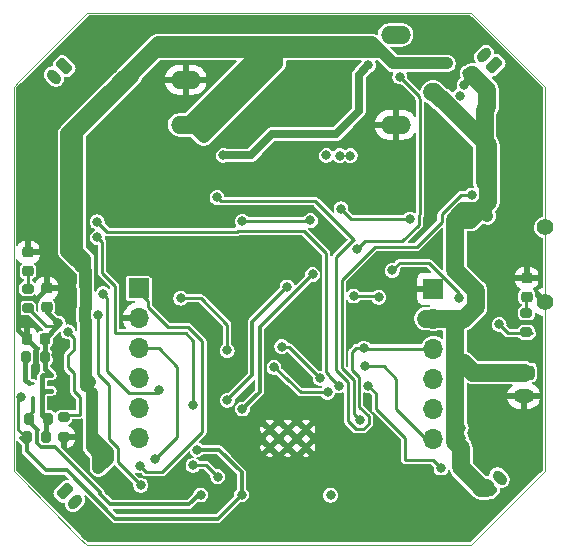
<source format=gbl>
G04 #@! TF.GenerationSoftware,KiCad,Pcbnew,9.0.1*
G04 #@! TF.CreationDate,2025-04-25T12:08:24+05:30*
G04 #@! TF.ProjectId,esp32_quad_baro_bootser_nousb_BMP,65737033-325f-4717-9561-645f6261726f,rev?*
G04 #@! TF.SameCoordinates,Original*
G04 #@! TF.FileFunction,Copper,L2,Bot*
G04 #@! TF.FilePolarity,Positive*
%FSLAX46Y46*%
G04 Gerber Fmt 4.6, Leading zero omitted, Abs format (unit mm)*
G04 Created by KiCad (PCBNEW 9.0.1) date 2025-04-25 12:08:24*
%MOMM*%
%LPD*%
G01*
G04 APERTURE LIST*
G04 Aperture macros list*
%AMRoundRect*
0 Rectangle with rounded corners*
0 $1 Rounding radius*
0 $2 $3 $4 $5 $6 $7 $8 $9 X,Y pos of 4 corners*
0 Add a 4 corners polygon primitive as box body*
4,1,4,$2,$3,$4,$5,$6,$7,$8,$9,$2,$3,0*
0 Add four circle primitives for the rounded corners*
1,1,$1+$1,$2,$3*
1,1,$1+$1,$4,$5*
1,1,$1+$1,$6,$7*
1,1,$1+$1,$8,$9*
0 Add four rect primitives between the rounded corners*
20,1,$1+$1,$2,$3,$4,$5,0*
20,1,$1+$1,$4,$5,$6,$7,0*
20,1,$1+$1,$6,$7,$8,$9,0*
20,1,$1+$1,$8,$9,$2,$3,0*%
%AMHorizOval*
0 Thick line with rounded ends*
0 $1 width*
0 $2 $3 position (X,Y) of the first rounded end (center of the circle)*
0 $4 $5 position (X,Y) of the second rounded end (center of the circle)*
0 Add line between two ends*
20,1,$1,$2,$3,$4,$5,0*
0 Add two circle primitives to create the rounded ends*
1,1,$1,$2,$3*
1,1,$1,$4,$5*%
G04 Aperture macros list end*
G04 #@! TA.AperFunction,ComponentPad*
%ADD10O,2.540000X1.524000*%
G04 #@! TD*
G04 #@! TA.AperFunction,ComponentPad*
%ADD11RoundRect,0.250000X-0.650000X0.350000X-0.650000X-0.350000X0.650000X-0.350000X0.650000X0.350000X0*%
G04 #@! TD*
G04 #@! TA.AperFunction,ComponentPad*
%ADD12O,1.800000X1.200000*%
G04 #@! TD*
G04 #@! TA.AperFunction,HeatsinkPad*
%ADD13C,0.600000*%
G04 #@! TD*
G04 #@! TA.AperFunction,ComponentPad*
%ADD14C,1.400000*%
G04 #@! TD*
G04 #@! TA.AperFunction,ComponentPad*
%ADD15RoundRect,0.225000X-0.176777X0.494975X-0.494975X0.176777X0.176777X-0.494975X0.494975X-0.176777X0*%
G04 #@! TD*
G04 #@! TA.AperFunction,ComponentPad*
%ADD16HorizOval,0.900000X-0.176777X0.176777X0.176777X-0.176777X0*%
G04 #@! TD*
G04 #@! TA.AperFunction,ComponentPad*
%ADD17RoundRect,0.225000X0.176777X-0.494975X0.494975X-0.176777X-0.176777X0.494975X-0.494975X0.176777X0*%
G04 #@! TD*
G04 #@! TA.AperFunction,ComponentPad*
%ADD18R,1.700000X1.700000*%
G04 #@! TD*
G04 #@! TA.AperFunction,ComponentPad*
%ADD19O,1.700000X1.700000*%
G04 #@! TD*
G04 #@! TA.AperFunction,ComponentPad*
%ADD20RoundRect,0.225000X0.494975X0.176777X0.176777X0.494975X-0.494975X-0.176777X-0.176777X-0.494975X0*%
G04 #@! TD*
G04 #@! TA.AperFunction,ComponentPad*
%ADD21HorizOval,0.900000X0.176777X0.176777X-0.176777X-0.176777X0*%
G04 #@! TD*
G04 #@! TA.AperFunction,ComponentPad*
%ADD22RoundRect,0.225000X-0.494975X-0.176777X-0.176777X-0.494975X0.494975X0.176777X0.176777X0.494975X0*%
G04 #@! TD*
G04 #@! TA.AperFunction,ComponentPad*
%ADD23HorizOval,0.900000X-0.176777X-0.176777X0.176777X0.176777X0*%
G04 #@! TD*
G04 #@! TA.AperFunction,SMDPad,CuDef*
%ADD24RoundRect,0.225000X0.225000X0.250000X-0.225000X0.250000X-0.225000X-0.250000X0.225000X-0.250000X0*%
G04 #@! TD*
G04 #@! TA.AperFunction,SMDPad,CuDef*
%ADD25RoundRect,0.218750X-0.256250X0.218750X-0.256250X-0.218750X0.256250X-0.218750X0.256250X0.218750X0*%
G04 #@! TD*
G04 #@! TA.AperFunction,SMDPad,CuDef*
%ADD26RoundRect,0.200000X-0.200000X-0.275000X0.200000X-0.275000X0.200000X0.275000X-0.200000X0.275000X0*%
G04 #@! TD*
G04 #@! TA.AperFunction,SMDPad,CuDef*
%ADD27RoundRect,0.200000X0.275000X-0.200000X0.275000X0.200000X-0.275000X0.200000X-0.275000X-0.200000X0*%
G04 #@! TD*
G04 #@! TA.AperFunction,SMDPad,CuDef*
%ADD28RoundRect,0.225000X0.250000X-0.225000X0.250000X0.225000X-0.250000X0.225000X-0.250000X-0.225000X0*%
G04 #@! TD*
G04 #@! TA.AperFunction,SMDPad,CuDef*
%ADD29RoundRect,0.200000X-0.275000X0.200000X-0.275000X-0.200000X0.275000X-0.200000X0.275000X0.200000X0*%
G04 #@! TD*
G04 #@! TA.AperFunction,ViaPad*
%ADD30C,0.800000*%
G04 #@! TD*
G04 #@! TA.AperFunction,Conductor*
%ADD31C,0.400000*%
G04 #@! TD*
G04 #@! TA.AperFunction,Conductor*
%ADD32C,0.250000*%
G04 #@! TD*
G04 #@! TA.AperFunction,Conductor*
%ADD33C,0.700000*%
G04 #@! TD*
G04 #@! TA.AperFunction,Conductor*
%ADD34C,0.300000*%
G04 #@! TD*
G04 #@! TA.AperFunction,Conductor*
%ADD35C,1.524000*%
G04 #@! TD*
G04 #@! TA.AperFunction,Conductor*
%ADD36C,1.016000*%
G04 #@! TD*
G04 #@! TA.AperFunction,Profile*
%ADD37C,0.025400*%
G04 #@! TD*
G04 APERTURE END LIST*
D10*
X122967000Y-69660000D03*
X122967000Y-73470000D03*
X140747000Y-73470000D03*
X140747000Y-65850000D03*
D11*
X151590000Y-94450000D03*
D12*
X151590000Y-96450000D03*
D13*
X133133110Y-100773950D03*
X133133110Y-99248950D03*
X131608110Y-100773950D03*
X131608110Y-99248950D03*
X130083110Y-100773950D03*
X130083110Y-99248950D03*
D14*
X153390000Y-88460000D03*
X153390000Y-82160000D03*
D15*
X112697260Y-68502530D03*
D16*
X111813377Y-69386413D03*
D17*
X148656117Y-104223883D03*
D16*
X149540000Y-103340000D03*
D18*
X119000000Y-87313770D03*
D19*
X119000000Y-89853770D03*
X119000000Y-92393770D03*
X119000000Y-94933770D03*
X119000000Y-97473770D03*
X119000000Y-100013770D03*
D20*
X149100540Y-68442840D03*
D21*
X148216657Y-67558957D03*
D22*
X112712500Y-104505760D03*
D23*
X113596383Y-105389643D03*
D18*
X143944070Y-87341710D03*
D19*
X143944070Y-89881710D03*
X143944070Y-92421710D03*
X143944070Y-94961710D03*
X143944070Y-97501710D03*
X143944070Y-100041710D03*
D24*
X111040000Y-91610000D03*
X109490000Y-91610000D03*
D25*
X109610000Y-84275000D03*
X109610000Y-85850000D03*
D26*
X109490000Y-99890000D03*
X111140000Y-99890000D03*
D27*
X112620000Y-99900000D03*
X112620000Y-98250000D03*
D28*
X111190000Y-88870000D03*
X111190000Y-87320000D03*
D29*
X109580000Y-87330000D03*
X109580000Y-88980000D03*
X151810000Y-89395000D03*
X151810000Y-91045000D03*
D25*
X151840000Y-86440000D03*
X151840000Y-88015000D03*
D26*
X109675000Y-98340000D03*
X111325000Y-98340000D03*
X109420000Y-93140000D03*
X111070000Y-93140000D03*
D30*
X136897110Y-76071730D03*
X136025890Y-76071730D03*
X134879080Y-76056490D03*
X143268700Y-102668070D03*
X131040000Y-72530000D03*
X142270000Y-102690000D03*
X123240000Y-83940000D03*
X120860000Y-88740000D03*
X124830000Y-80700000D03*
X146378930Y-107776010D03*
X124160000Y-81490000D03*
X143660000Y-80950000D03*
X141210000Y-86740000D03*
X152270000Y-71380000D03*
X134806690Y-82141060D03*
X144560000Y-74710000D03*
X143710000Y-74690000D03*
X151960000Y-100730000D03*
X117470000Y-84830000D03*
X124380000Y-86470000D03*
X117040000Y-103290000D03*
X123210000Y-89300000D03*
X117410000Y-104260000D03*
X124230000Y-83940000D03*
X112490000Y-88310000D03*
X141150000Y-76120000D03*
X120180000Y-86140000D03*
X133060000Y-72460000D03*
X116490000Y-104450000D03*
X124270000Y-84900000D03*
X109320000Y-79630000D03*
X132020000Y-72500000D03*
X123280000Y-84940000D03*
X112620000Y-87120000D03*
X112000100Y-93000100D03*
X151360000Y-99860000D03*
X133530340Y-81572100D03*
X149500000Y-90360000D03*
X140450000Y-85800000D03*
X119120000Y-102360000D03*
X146110000Y-88110000D03*
X112173600Y-90260061D03*
X127746031Y-81642652D03*
X135230000Y-104820000D03*
X138441183Y-68416600D03*
X126160000Y-76056490D03*
X127763270Y-97528380D03*
X123916440Y-100972620D03*
X133703060Y-86141560D03*
X127697230Y-104787700D03*
X109000000Y-96500000D03*
X120370000Y-101780000D03*
X126498350Y-96784160D03*
X131537320Y-87197320D03*
X124220000Y-104811450D03*
X125620000Y-79620000D03*
X138050000Y-92380000D03*
X137460000Y-84000000D03*
X141097959Y-69411800D03*
X115570000Y-89540000D03*
X119160000Y-103980000D03*
X120702070Y-95929450D03*
X115980845Y-87763985D03*
X123621800Y-97194370D03*
X115480000Y-83000000D03*
X134350000Y-94930000D03*
X123587510Y-102293420D03*
X125670000Y-103250000D03*
X131110000Y-92250000D03*
X137180000Y-87960000D03*
X139310000Y-88070000D03*
X122539760Y-88145620D03*
X130440000Y-94000000D03*
X138120000Y-93880000D03*
X126480000Y-92570000D03*
X134970000Y-96110000D03*
X135945600Y-95556704D03*
X115470000Y-81680000D03*
X147176600Y-79416910D03*
X137699750Y-98478340D03*
X138410000Y-95550000D03*
X144580000Y-102530000D03*
X136113520Y-80580230D03*
X141950000Y-81460000D03*
X143830000Y-70710000D03*
X145083530Y-68275200D03*
X146281628Y-99105232D03*
X130730000Y-66490000D03*
X146790000Y-69080000D03*
X146281628Y-99962482D03*
X145750000Y-83070000D03*
X143346170Y-68275200D03*
X147410000Y-103460000D03*
X114826080Y-95253780D03*
X144590000Y-71320000D03*
X146270000Y-100830000D03*
X114500100Y-94500100D03*
X115580000Y-102480000D03*
X146150000Y-70990000D03*
X148130000Y-80810000D03*
X116154200Y-70899020D03*
X129810000Y-67280000D03*
X117434360Y-69618860D03*
X115950000Y-101630000D03*
X130720000Y-67280000D03*
X144240000Y-68275200D03*
X128970000Y-66490000D03*
X148630000Y-80210000D03*
X129810000Y-66490000D03*
X128970000Y-67280000D03*
X146281628Y-102149422D03*
X116801265Y-70251955D03*
X146540000Y-70070000D03*
X113000000Y-91000000D03*
D31*
X109490000Y-91610000D02*
X110260000Y-92380000D01*
D32*
X120180000Y-87670000D02*
X120180000Y-86140000D01*
D31*
X111190000Y-87320000D02*
X110380000Y-88130000D01*
D32*
X120860000Y-88740000D02*
X120728524Y-88608524D01*
D31*
X110380000Y-88130000D02*
X108910000Y-88130000D01*
X108751400Y-88288600D02*
X108751400Y-90871400D01*
D32*
X116269940Y-104450000D02*
X116490000Y-104450000D01*
X120728524Y-88218524D02*
X120180000Y-87670000D01*
X143660000Y-80950000D02*
X143710000Y-80900000D01*
X110260000Y-94420000D02*
X110000000Y-94680000D01*
X112620000Y-99900000D02*
X112620000Y-100800060D01*
X121810000Y-89300000D02*
X123210000Y-89300000D01*
X143710000Y-80900000D02*
X143710000Y-74690000D01*
X120860000Y-88740000D02*
X121202200Y-89082200D01*
X121592200Y-89082200D02*
X121810000Y-89300000D01*
X112620000Y-100800060D02*
X116269940Y-104450000D01*
D31*
X108910000Y-88130000D02*
X108751400Y-88288600D01*
X110260000Y-92380000D02*
X110260000Y-94420000D01*
D32*
X121202200Y-89082200D02*
X121592200Y-89082200D01*
D31*
X108751400Y-90871400D02*
X109490000Y-91610000D01*
D32*
X120728524Y-88608524D02*
X120728524Y-88218524D01*
X121492310Y-90622310D02*
X123187582Y-90622310D01*
D31*
X111040000Y-95980000D02*
X110800000Y-96220000D01*
D32*
X124375400Y-99447908D02*
X120943308Y-102880000D01*
D31*
X110800000Y-96220000D02*
X110800000Y-98010000D01*
D32*
X127786103Y-81602580D02*
X133499860Y-81602580D01*
X112173600Y-90260061D02*
X112173600Y-90326400D01*
D31*
X111040000Y-91610000D02*
X111040000Y-93110000D01*
D32*
X112173600Y-90260061D02*
X112090000Y-90343661D01*
X140450000Y-85800000D02*
X141090000Y-85160000D01*
X119750000Y-88400000D02*
X119750000Y-88865752D01*
X111190000Y-88870000D02*
X111190000Y-89326600D01*
X112090000Y-90343661D02*
X112090000Y-90530000D01*
X119120000Y-102360000D02*
X119130000Y-102220000D01*
X119640000Y-102880000D02*
X119120000Y-102360000D01*
X124375400Y-91810128D02*
X124375400Y-99447908D01*
X111040000Y-93110000D02*
X111070000Y-93140000D01*
X111130000Y-99880000D02*
X111140000Y-99890000D01*
X110850000Y-94680000D02*
X110800000Y-94730000D01*
D31*
X110800000Y-98010000D02*
X111130000Y-98340000D01*
X111600000Y-95980000D02*
X111040000Y-95980000D01*
D32*
X118663770Y-87313770D02*
X119750000Y-88400000D01*
D31*
X111070000Y-94150000D02*
X111600000Y-94680000D01*
D32*
X135230000Y-104820000D02*
X135230000Y-104885000D01*
X146110000Y-88110000D02*
X146000000Y-88110000D01*
X146110000Y-87721090D02*
X146110000Y-88110000D01*
X118358920Y-87313770D02*
X118663770Y-87313770D01*
X120943308Y-102880000D02*
X119640000Y-102880000D01*
X120880000Y-89995752D02*
X120880000Y-90010000D01*
X141090000Y-85160000D02*
X143548910Y-85160000D01*
X111970000Y-90530000D02*
X111130000Y-90530000D01*
D31*
X111130000Y-98340000D02*
X111130000Y-99880000D01*
X112173600Y-90260061D02*
X112123461Y-90260061D01*
D32*
X133499860Y-81602580D02*
X133530340Y-81572100D01*
X120880000Y-90010000D02*
X121492310Y-90622310D01*
X119750000Y-88865752D02*
X120880000Y-89995752D01*
D31*
X110800000Y-94730000D02*
X110800000Y-96220000D01*
D32*
X127746031Y-81642652D02*
X127786103Y-81602580D01*
X149500000Y-90360000D02*
X150250000Y-91110000D01*
D31*
X111040000Y-91580000D02*
X112090000Y-90530000D01*
D32*
X150250000Y-91110000D02*
X152280000Y-91110000D01*
X123187582Y-90622310D02*
X124375400Y-91810128D01*
D31*
X112123461Y-90260061D02*
X111190000Y-89326600D01*
D32*
X143548910Y-85160000D02*
X146110000Y-87721090D01*
D31*
X111070000Y-93140000D02*
X111070000Y-94150000D01*
X111600000Y-94680000D02*
X110850000Y-94680000D01*
D32*
X111130000Y-90530000D02*
X109580000Y-88980000D01*
X111040000Y-91610000D02*
X111040000Y-91580000D01*
X112173600Y-90326400D02*
X111970000Y-90530000D01*
X151760000Y-91095000D02*
X151810000Y-91045000D01*
D33*
X138441183Y-68416600D02*
X137613813Y-69243970D01*
X130240000Y-74270000D02*
X128453510Y-76056490D01*
X137613813Y-69243970D02*
X137613813Y-72314273D01*
X137613813Y-72314273D02*
X135658086Y-74270000D01*
X135658086Y-74270000D02*
X130240000Y-74270000D01*
X128453510Y-76056490D02*
X126160000Y-76056490D01*
D34*
X129230120Y-90614500D02*
X129230120Y-95039180D01*
D32*
X109000000Y-96500000D02*
X108765620Y-96734380D01*
D34*
X129230120Y-95039180D02*
X129230120Y-96061530D01*
X129230120Y-96061530D02*
X127763270Y-97528380D01*
X133703060Y-86141560D02*
X129230120Y-90614500D01*
X109000000Y-100000000D02*
X109490000Y-100490000D01*
X109490000Y-100490000D02*
X109490000Y-101070000D01*
X127697230Y-102896670D02*
X125779530Y-100978970D01*
D32*
X108765620Y-99265620D02*
X109390000Y-99890000D01*
D34*
X112920000Y-102720000D02*
X117013600Y-106813600D01*
X109490000Y-101070000D02*
X111140000Y-102720000D01*
X125671330Y-106813600D02*
X127697230Y-104787700D01*
D32*
X123922790Y-100978970D02*
X123916440Y-100972620D01*
D34*
X125779530Y-100978970D02*
X123922790Y-100978970D01*
X111140000Y-102720000D02*
X112920000Y-102720000D01*
D32*
X108765620Y-96734380D02*
X108765620Y-99265620D01*
D34*
X127697230Y-104787700D02*
X127697230Y-102896670D01*
X117013600Y-106813600D02*
X125671330Y-106813600D01*
D32*
X109390000Y-99890000D02*
X109490000Y-99890000D01*
D34*
X111858600Y-100718600D02*
X115736400Y-104596400D01*
D32*
X122260000Y-99890000D02*
X122260000Y-93980000D01*
D34*
X110705150Y-100718600D02*
X111858600Y-100718600D01*
X110000000Y-96630000D02*
X110000000Y-97820000D01*
X116554248Y-105580000D02*
X123270000Y-105580000D01*
X131537320Y-87197320D02*
X128600200Y-90134440D01*
X128600200Y-90134440D02*
X128600200Y-94682310D01*
X110453275Y-99313275D02*
X110386400Y-99380150D01*
D32*
X131537320Y-87197320D02*
X131511040Y-87223600D01*
D34*
X123270000Y-105580000D02*
X124060000Y-104790000D01*
X109480000Y-98340000D02*
X110453275Y-99313275D01*
X128600200Y-94682310D02*
X126498350Y-96784160D01*
X115736400Y-104762152D02*
X116554248Y-105580000D01*
X110000000Y-97820000D02*
X109480000Y-98340000D01*
D32*
X122260000Y-93980000D02*
X120673770Y-92393770D01*
X120370000Y-101780000D02*
X122260000Y-99890000D01*
X120673770Y-92393770D02*
X118358920Y-92393770D01*
D34*
X115736400Y-104596400D02*
X115736400Y-104762152D01*
X110386400Y-99380150D02*
X110386400Y-100399850D01*
X110386400Y-100399850D02*
X110705150Y-100718600D01*
D32*
X135690000Y-94235352D02*
X136699200Y-95244552D01*
X135690000Y-84704248D02*
X135690000Y-94235352D01*
X137060000Y-94251668D02*
X137060000Y-92720000D01*
X136699200Y-98543542D02*
X137387598Y-99231940D01*
X138011902Y-99231940D02*
X138453350Y-98790492D01*
X137656400Y-94848067D02*
X137060000Y-94251668D01*
X137220634Y-83200634D02*
X137174868Y-83246400D01*
X137147848Y-83246400D02*
X135690000Y-84704248D01*
X136699200Y-95244552D02*
X136699200Y-98543542D01*
X137387598Y-99231940D02*
X138011902Y-99231940D01*
X138050000Y-92380000D02*
X138091710Y-92421710D01*
X137400000Y-92380000D02*
X138050000Y-92380000D01*
X138091710Y-92421710D02*
X143302990Y-92421710D01*
X125620000Y-79620000D02*
X125928000Y-79928000D01*
X138453350Y-98790492D02*
X138453350Y-98166188D01*
X137656400Y-97369238D02*
X137656400Y-94848067D01*
X137060000Y-92720000D02*
X137400000Y-92380000D01*
X138453350Y-98166188D02*
X137656400Y-97369238D01*
X125928000Y-79928000D02*
X133948000Y-79928000D01*
X138050000Y-92380000D02*
X138290000Y-92380000D01*
X137174868Y-83246400D02*
X137147848Y-83246400D01*
X133948000Y-79928000D02*
X137220634Y-83200634D01*
X138128600Y-83331400D02*
X137460000Y-84000000D01*
X142703600Y-81147848D02*
X142703600Y-81916400D01*
X142714400Y-71028241D02*
X142714400Y-71172097D01*
X141097959Y-69411800D02*
X142714400Y-71028241D01*
X142810000Y-71267697D02*
X142810000Y-81041448D01*
X141288600Y-83331400D02*
X138128600Y-83331400D01*
X142703600Y-81916400D02*
X141288600Y-83331400D01*
X142714400Y-71172097D02*
X142810000Y-71267697D01*
X142810000Y-81041448D02*
X142703600Y-81147848D01*
X116507260Y-100108774D02*
X116507260Y-95507260D01*
X115554760Y-89555240D02*
X115570000Y-89540000D01*
X116507260Y-95507260D02*
X115554760Y-94554760D01*
X117212650Y-102032650D02*
X117212650Y-100814164D01*
X117212650Y-100814164D02*
X116507260Y-100108774D01*
X115554760Y-94554760D02*
X115554760Y-89555240D01*
X119160000Y-103980000D02*
X117212650Y-102032650D01*
X120432830Y-96198690D02*
X120702070Y-95929450D01*
X118198690Y-96198690D02*
X120432830Y-96198690D01*
X116333270Y-88116410D02*
X116333270Y-94333270D01*
X115980845Y-87763985D02*
X116333270Y-88116410D01*
X116333270Y-94333270D02*
X118198690Y-96198690D01*
X123621800Y-91733370D02*
X123621800Y-97194370D01*
X115880000Y-83400000D02*
X115880000Y-86008330D01*
X115480000Y-83000000D02*
X115880000Y-83400000D01*
X116949220Y-91069220D02*
X116980910Y-91100910D01*
X115880000Y-86008330D02*
X116949220Y-87077550D01*
X122989340Y-91100910D02*
X123621800Y-91733370D01*
X116949220Y-87077550D02*
X116949220Y-91069220D01*
X116980910Y-91100910D02*
X122989340Y-91100910D01*
X131120000Y-92270000D02*
X131140000Y-92270000D01*
X125670000Y-103250000D02*
X124713420Y-102293420D01*
X131160000Y-92270000D02*
X131110000Y-92250000D01*
X134350000Y-94930000D02*
X131690000Y-92270000D01*
X124713420Y-102293420D02*
X123587510Y-102293420D01*
X131110000Y-92250000D02*
X131120000Y-92270000D01*
X131690000Y-92270000D02*
X131160000Y-92270000D01*
X137180000Y-87960000D02*
X139200000Y-87960000D01*
X139200000Y-87960000D02*
X139310000Y-88070000D01*
X138540000Y-93910000D02*
X139711280Y-93910000D01*
X138120000Y-93880000D02*
X138540000Y-93910000D01*
X140770000Y-97508720D02*
X143302990Y-100041710D01*
X134970000Y-96110000D02*
X132690000Y-96110000D01*
X139711280Y-93910000D02*
X140770000Y-94968720D01*
X130440000Y-94000000D02*
X130680000Y-94100000D01*
X126480000Y-92570000D02*
X126480000Y-90390000D01*
X138480000Y-93910000D02*
X138510000Y-93910000D01*
X140770000Y-94968720D02*
X140770000Y-97508720D01*
X138120000Y-93880000D02*
X138480000Y-93910000D01*
X126480000Y-90390000D02*
X124235620Y-88145620D01*
X124235620Y-88145620D02*
X122539760Y-88145620D01*
X132690000Y-96110000D02*
X130440000Y-94000000D01*
X127308790Y-82520000D02*
X127378790Y-82450000D01*
X116310000Y-82520000D02*
X127308790Y-82520000D01*
X132961710Y-82450000D02*
X134860000Y-84348290D01*
X127378790Y-82450000D02*
X132961710Y-82450000D01*
X115470000Y-81680000D02*
X116310000Y-82520000D01*
X135103600Y-94617848D02*
X135103600Y-94714704D01*
X134860000Y-94374248D02*
X135103600Y-94617848D01*
X135103600Y-94714704D02*
X135945600Y-95556704D01*
X134860000Y-84348290D02*
X134860000Y-94374248D01*
X144634400Y-81047904D02*
X144634400Y-81712152D01*
X136168600Y-86631400D02*
X136168600Y-94037110D01*
X136168600Y-94037110D02*
X137177800Y-95046310D01*
X146265394Y-79416910D02*
X144634400Y-81047904D01*
X138990000Y-83810000D02*
X136168600Y-86631400D01*
X144634400Y-81712152D02*
X142536552Y-83810000D01*
X147176600Y-79416910D02*
X146265394Y-79416910D01*
X142536552Y-83810000D02*
X138990000Y-83810000D01*
X137177800Y-97956390D02*
X137699750Y-98478340D01*
X137177800Y-95046310D02*
X137177800Y-97956390D01*
X141530000Y-101810000D02*
X143880000Y-101810000D01*
X144600000Y-102530000D02*
X144580000Y-102510000D01*
X141530000Y-99970868D02*
X141530000Y-101810000D01*
X144580000Y-102530000D02*
X144600000Y-102530000D01*
X139059960Y-97500828D02*
X141530000Y-99970868D01*
X143880000Y-101810000D02*
X144580000Y-102510000D01*
X139059960Y-96199960D02*
X139059960Y-97500828D01*
X144580000Y-102510000D02*
X144580000Y-102530000D01*
X139059960Y-96199960D02*
X138410000Y-95550000D01*
X136993290Y-81460000D02*
X136113520Y-80580230D01*
X141950000Y-81460000D02*
X136993290Y-81460000D01*
X109610000Y-87300000D02*
X109580000Y-87330000D01*
X109610000Y-85850000D02*
X109610000Y-87300000D01*
X151810000Y-89395000D02*
X151810000Y-88045000D01*
X151810000Y-88045000D02*
X151840000Y-88015000D01*
D35*
X148386567Y-104223883D02*
X148372684Y-104210000D01*
D36*
X115000000Y-100762030D02*
X115564920Y-101326950D01*
X124280000Y-73470000D02*
X122967000Y-73470000D01*
X140544860Y-68275200D02*
X138759660Y-66490000D01*
D35*
X145760000Y-90443490D02*
X145760000Y-93640000D01*
D36*
X115564920Y-101326950D02*
X115564920Y-102464920D01*
X118493540Y-69223890D02*
X118177310Y-68907660D01*
D35*
X145750000Y-83070000D02*
X145750000Y-85783394D01*
D36*
X114460000Y-87070000D02*
X114460000Y-84800000D01*
X130730000Y-66490000D02*
X120594970Y-66490000D01*
X114500100Y-93335640D02*
X114500000Y-93335540D01*
X138759660Y-66490000D02*
X130730000Y-66490000D01*
X114500000Y-94132280D02*
X114500000Y-94867720D01*
D35*
X148130000Y-80810000D02*
X147750116Y-80810000D01*
D36*
X148130000Y-80810000D02*
X148503269Y-81183269D01*
X113780000Y-85126816D02*
X114121592Y-85468408D01*
X145083530Y-68275200D02*
X140544860Y-68275200D01*
D35*
X145750000Y-81510000D02*
X145750000Y-83070000D01*
D36*
X120437430Y-67280000D02*
X118493540Y-69223890D01*
X146281628Y-102149422D02*
X146281628Y-102483138D01*
X114460000Y-84800000D02*
X113867956Y-84207956D01*
X114500100Y-94500100D02*
X114500000Y-94500200D01*
X114826080Y-95253780D02*
X114536220Y-95543640D01*
X128970000Y-66490000D02*
X128970000Y-67467000D01*
D35*
X147310000Y-94450000D02*
X151590000Y-94450000D01*
D36*
X120594970Y-66490000D02*
X118177310Y-68907660D01*
X117434360Y-69618860D02*
X116801265Y-70251955D01*
X113867956Y-84207956D02*
X112861140Y-84207956D01*
X114826080Y-95253780D02*
X114536220Y-94963920D01*
X130720000Y-68280000D02*
X124500000Y-74500000D01*
D35*
X145750000Y-85783394D02*
X147500600Y-87533994D01*
D36*
X114826080Y-95253780D02*
X114536220Y-95253780D01*
D35*
X148567200Y-78569584D02*
X148567200Y-79992916D01*
D36*
X130720000Y-67280000D02*
X120437430Y-67280000D01*
X143346170Y-68275200D02*
X140544860Y-68275200D01*
X139549660Y-67280000D02*
X130720000Y-67280000D01*
D35*
X148022373Y-104223883D02*
X148386567Y-104223883D01*
D36*
X128970000Y-67467000D02*
X122967000Y-73470000D01*
D35*
X144590000Y-71320000D02*
X143980000Y-70710000D01*
D36*
X113780000Y-74162220D02*
X113780000Y-77190000D01*
D33*
X148480000Y-71980000D02*
X148480000Y-74250000D01*
D35*
X146270000Y-100830000D02*
X146264630Y-100835370D01*
X147050116Y-81510000D02*
X148567200Y-79992916D01*
D36*
X115564920Y-102464920D02*
X115580000Y-102480000D01*
X129810000Y-66490000D02*
X129810000Y-67940000D01*
X114500000Y-95217560D02*
X114500000Y-94867720D01*
X145083530Y-68275200D02*
X143346170Y-68275200D01*
X116351050Y-101171050D02*
X116351050Y-101738950D01*
X112861140Y-84207956D02*
X112861140Y-74192080D01*
D35*
X147750116Y-80810000D02*
X147752606Y-80807510D01*
D36*
X129810000Y-67940000D02*
X124280000Y-73470000D01*
X114997230Y-99817230D02*
X116351050Y-101171050D01*
D35*
X148480000Y-71980000D02*
X148480000Y-70510890D01*
D36*
X114432400Y-89068790D02*
X114500000Y-89001190D01*
X114500000Y-94500200D02*
X114500000Y-94867720D01*
X114536220Y-94340680D02*
X114536220Y-95105602D01*
D35*
X148130000Y-80430116D02*
X148130000Y-80810000D01*
D36*
X114500000Y-93335540D02*
X114500000Y-90078810D01*
D35*
X148480000Y-70510890D02*
X147209510Y-69240400D01*
X147500600Y-87533994D02*
X147500600Y-88919400D01*
X146264630Y-100835370D02*
X146264630Y-102072440D01*
D36*
X114500000Y-85846816D02*
X112861140Y-84207956D01*
D35*
X148567200Y-75217200D02*
X148567200Y-79992916D01*
X148567200Y-79992916D02*
X148130000Y-80430116D01*
D36*
X114536220Y-94963920D02*
X114536220Y-94340680D01*
X114432400Y-90011210D02*
X114432400Y-89068790D01*
D35*
X144590000Y-71320000D02*
X144670000Y-71320000D01*
D36*
X114500000Y-89001190D02*
X114500000Y-85846816D01*
X118493540Y-69223890D02*
X118493540Y-69448680D01*
X115564920Y-102525080D02*
X115564920Y-102495080D01*
D35*
X146452490Y-80807510D02*
X145750000Y-81510000D01*
X146281628Y-102483138D02*
X148022373Y-104223883D01*
D36*
X114433400Y-87096600D02*
X114460000Y-87070000D01*
X116801265Y-70251955D02*
X116154200Y-70899020D01*
D35*
X146321780Y-89881710D02*
X145760000Y-90443490D01*
D36*
X116351050Y-101738950D02*
X115564920Y-102525080D01*
X123470000Y-73470000D02*
X122967000Y-73470000D01*
X112861140Y-74192080D02*
X116154200Y-70899020D01*
X130720000Y-67280000D02*
X130720000Y-68280000D01*
X115000000Y-96170980D02*
X115000000Y-100762030D01*
X114500000Y-90078810D02*
X114432400Y-90011210D01*
X118145560Y-68907660D02*
X117434360Y-69618860D01*
D35*
X143980000Y-70710000D02*
X143830000Y-70710000D01*
X146500000Y-93640000D02*
X147310000Y-94450000D01*
D32*
X148797616Y-78800000D02*
X148567200Y-78569584D01*
D35*
X148372684Y-104210000D02*
X147990000Y-104210000D01*
X148480000Y-71980000D02*
X148270000Y-72190000D01*
X145760000Y-100320000D02*
X146270000Y-100830000D01*
X146538290Y-89881710D02*
X143302990Y-89881710D01*
X148270000Y-78272384D02*
X148567200Y-78569584D01*
D36*
X113780000Y-77190000D02*
X113780000Y-85126816D01*
D32*
X114060000Y-76910000D02*
X113780000Y-77190000D01*
D36*
X114500100Y-94500100D02*
X114500100Y-93335640D01*
X114536220Y-95253780D02*
X114500000Y-95217560D01*
D35*
X147752606Y-80807510D02*
X146452490Y-80807510D01*
D36*
X115564920Y-102495080D02*
X115580000Y-102480000D01*
D35*
X147500600Y-88919400D02*
X146538290Y-89881710D01*
X145760000Y-93640000D02*
X145760000Y-97830000D01*
D36*
X118177310Y-68907660D02*
X118145560Y-68907660D01*
X140544860Y-68275200D02*
X139549660Y-67280000D01*
D35*
X145760000Y-93640000D02*
X146500000Y-93640000D01*
X148270000Y-72190000D02*
X148270000Y-78272384D01*
X145750000Y-81510000D02*
X147050116Y-81510000D01*
X145760000Y-97830000D02*
X145760000Y-100320000D01*
D36*
X116154200Y-70899020D02*
X116154200Y-70850760D01*
D35*
X144670000Y-71320000D02*
X148567200Y-75217200D01*
D36*
X118493540Y-69448680D02*
X113780000Y-74162220D01*
X124500000Y-74500000D02*
X123470000Y-73470000D01*
D31*
X109396400Y-95066400D02*
X109660000Y-95330000D01*
D32*
X109420000Y-93140000D02*
X109396400Y-93163600D01*
X109660000Y-95330000D02*
X110000000Y-95330000D01*
D31*
X109396400Y-93163600D02*
X109396400Y-95066400D01*
D32*
X114000000Y-96500000D02*
X113500000Y-96000000D01*
X113000000Y-94000000D02*
X113000000Y-93000000D01*
X113500000Y-96000000D02*
X113500000Y-94500000D01*
X113000000Y-93000000D02*
X113500000Y-92500000D01*
X114000000Y-98000000D02*
X114000000Y-96500000D01*
X112620000Y-98250000D02*
X112870000Y-98000000D01*
X113500000Y-94500000D02*
X113000000Y-94000000D01*
X113500000Y-91500000D02*
X113000000Y-91000000D01*
X113500000Y-92500000D02*
X113500000Y-91500000D01*
X112870000Y-98000000D02*
X114000000Y-98000000D01*
G04 #@! TA.AperFunction,Conductor*
G36*
X147092090Y-64226603D02*
G01*
X147096926Y-64231036D01*
X153174934Y-70309044D01*
X153196674Y-70355664D01*
X153196960Y-70362218D01*
X153196960Y-81189380D01*
X153179367Y-81237718D01*
X153136432Y-81263134D01*
X153118991Y-81266604D01*
X152949907Y-81336641D01*
X152797730Y-81438323D01*
X152797727Y-81438325D01*
X152668325Y-81567727D01*
X152668323Y-81567730D01*
X152566641Y-81719907D01*
X152496604Y-81888991D01*
X152496603Y-81888993D01*
X152460900Y-82068491D01*
X152460900Y-82251508D01*
X152489456Y-82395076D01*
X152496604Y-82431009D01*
X152566642Y-82600094D01*
X152668321Y-82752267D01*
X152668323Y-82752269D01*
X152668325Y-82752272D01*
X152797727Y-82881674D01*
X152797730Y-82881676D01*
X152797733Y-82881679D01*
X152949906Y-82983358D01*
X152993538Y-83001431D01*
X153118985Y-83053394D01*
X153118987Y-83053394D01*
X153118991Y-83053396D01*
X153136430Y-83056864D01*
X153180406Y-83083548D01*
X153196960Y-83130619D01*
X153196960Y-87203289D01*
X153179367Y-87251627D01*
X153134818Y-87277347D01*
X153133525Y-87277563D01*
X153107129Y-87281744D01*
X153107125Y-87281745D01*
X152926299Y-87340499D01*
X152926285Y-87340505D01*
X152756867Y-87426828D01*
X152733218Y-87444008D01*
X153174934Y-87885724D01*
X153196674Y-87932344D01*
X153196960Y-87938898D01*
X153196960Y-88109572D01*
X153144395Y-88139921D01*
X153069921Y-88214395D01*
X153017260Y-88305606D01*
X152990001Y-88407339D01*
X152990001Y-88419211D01*
X152566126Y-87995336D01*
X152544386Y-87948716D01*
X152544100Y-87942162D01*
X152544100Y-87742294D01*
X152544099Y-87742293D01*
X152542337Y-87723501D01*
X152541263Y-87712049D01*
X152507378Y-87615210D01*
X152496675Y-87584622D01*
X152496673Y-87584619D01*
X152495737Y-87583350D01*
X152416505Y-87475995D01*
X152416504Y-87475994D01*
X152385808Y-87453339D01*
X152357364Y-87410480D01*
X152363123Y-87359363D01*
X152400393Y-87323908D01*
X152404658Y-87322275D01*
X152405477Y-87321893D01*
X152550070Y-87232707D01*
X152550074Y-87232704D01*
X152670204Y-87112574D01*
X152670207Y-87112570D01*
X152759391Y-86967981D01*
X152812829Y-86806713D01*
X152812830Y-86806711D01*
X152823000Y-86707166D01*
X152823000Y-86694000D01*
X150857001Y-86694000D01*
X150857001Y-86707167D01*
X150867170Y-86806716D01*
X150920608Y-86967981D01*
X151009792Y-87112570D01*
X151009795Y-87112574D01*
X151129925Y-87232704D01*
X151129929Y-87232707D01*
X151274519Y-87321891D01*
X151278487Y-87323742D01*
X151277840Y-87325129D01*
X151313538Y-87353354D01*
X151323941Y-87403730D01*
X151299529Y-87449009D01*
X151294191Y-87453339D01*
X151263495Y-87475994D01*
X151183326Y-87584619D01*
X151183324Y-87584622D01*
X151138738Y-87712046D01*
X151138736Y-87712055D01*
X151135900Y-87742293D01*
X151135900Y-88287706D01*
X151138736Y-88317944D01*
X151138737Y-88317951D01*
X151149084Y-88347521D01*
X151183324Y-88445377D01*
X151183326Y-88445380D01*
X151263495Y-88554005D01*
X151372120Y-88634174D01*
X151392382Y-88641264D01*
X151402482Y-88644798D01*
X151442297Y-88677368D01*
X151451861Y-88727911D01*
X151426699Y-88772777D01*
X151402483Y-88786758D01*
X151332232Y-88811339D01*
X151332229Y-88811341D01*
X151228153Y-88888153D01*
X151151341Y-88992229D01*
X151151339Y-88992232D01*
X151108619Y-89114321D01*
X151108617Y-89114330D01*
X151105900Y-89143301D01*
X151105900Y-89646698D01*
X151108617Y-89675669D01*
X151108618Y-89675676D01*
X151108619Y-89675678D01*
X151151339Y-89797767D01*
X151151341Y-89797770D01*
X151228153Y-89901847D01*
X151332229Y-89978658D01*
X151332232Y-89978660D01*
X151359242Y-89988111D01*
X151454324Y-90021382D01*
X151483301Y-90024099D01*
X151483304Y-90024100D01*
X151483310Y-90024100D01*
X152136696Y-90024100D01*
X152136697Y-90024099D01*
X152165676Y-90021382D01*
X152287770Y-89978659D01*
X152391847Y-89901847D01*
X152468659Y-89797770D01*
X152511382Y-89675676D01*
X152514099Y-89646697D01*
X152514100Y-89646696D01*
X152514100Y-89464379D01*
X152531693Y-89416041D01*
X152576242Y-89390321D01*
X152626900Y-89399254D01*
X152633502Y-89403541D01*
X152756868Y-89493172D01*
X152926285Y-89579494D01*
X152926299Y-89579500D01*
X153107121Y-89638253D01*
X153107135Y-89638256D01*
X153133523Y-89642436D01*
X153178514Y-89667374D01*
X153196949Y-89715397D01*
X153196960Y-89716710D01*
X153196960Y-102662746D01*
X153179367Y-102711084D01*
X153177539Y-102713182D01*
X152936717Y-102979514D01*
X152933656Y-102982705D01*
X147029899Y-108786347D01*
X146983094Y-108807687D01*
X146977181Y-108807920D01*
X114735843Y-108807920D01*
X114688086Y-108790809D01*
X114465804Y-108608061D01*
X114108721Y-108314487D01*
X114102811Y-108309073D01*
X108984118Y-103090600D01*
X108983661Y-103090129D01*
X108657611Y-102750342D01*
X108618990Y-102710094D01*
X108598217Y-102663035D01*
X108598050Y-102658028D01*
X108598050Y-100315726D01*
X108615643Y-100267388D01*
X108660192Y-100241668D01*
X108710850Y-100250601D01*
X108726424Y-100262552D01*
X109088874Y-100625002D01*
X109110614Y-100671622D01*
X109110900Y-100678176D01*
X109110900Y-101020091D01*
X109110900Y-101119909D01*
X109125682Y-101175075D01*
X109136735Y-101216326D01*
X109136735Y-101216328D01*
X109186644Y-101302773D01*
X110907224Y-103023353D01*
X110907226Y-103023354D01*
X110907227Y-103023355D01*
X110937764Y-103040985D01*
X110993662Y-103073260D01*
X110993672Y-103073265D01*
X111014045Y-103078723D01*
X111014046Y-103078724D01*
X111014047Y-103078724D01*
X111090091Y-103099100D01*
X112731824Y-103099100D01*
X112780162Y-103116693D01*
X112784998Y-103121126D01*
X113119052Y-103455180D01*
X113140792Y-103501800D01*
X113127478Y-103551487D01*
X113085341Y-103580992D01*
X113034097Y-103576508D01*
X113033251Y-103576107D01*
X113024640Y-103571960D01*
X113024637Y-103571959D01*
X113024635Y-103571958D01*
X113024633Y-103571958D01*
X112889278Y-103551556D01*
X112889276Y-103551556D01*
X112753920Y-103571958D01*
X112753913Y-103571960D01*
X112630587Y-103631349D01*
X112606844Y-103651021D01*
X111857761Y-104400104D01*
X111838089Y-104423847D01*
X111778700Y-104547173D01*
X111778698Y-104547180D01*
X111758296Y-104682536D01*
X111758296Y-104682537D01*
X111778698Y-104817893D01*
X111778700Y-104817900D01*
X111838089Y-104941227D01*
X111848201Y-104953431D01*
X111857752Y-104964958D01*
X112253302Y-105360508D01*
X112263492Y-105368951D01*
X112277032Y-105380170D01*
X112353098Y-105416800D01*
X112400363Y-105439561D01*
X112484964Y-105452313D01*
X112535722Y-105459964D01*
X112535723Y-105459964D01*
X112654097Y-105442121D01*
X112704517Y-105452313D01*
X112736590Y-105492530D01*
X112740506Y-105516481D01*
X112740506Y-105633306D01*
X112766603Y-105764508D01*
X112766604Y-105764509D01*
X112815832Y-105883356D01*
X112817795Y-105888095D01*
X112892114Y-105999321D01*
X112892116Y-105999323D01*
X112892118Y-105999326D01*
X112986699Y-106093907D01*
X112986702Y-106093909D01*
X112986705Y-106093912D01*
X113097931Y-106168231D01*
X113221516Y-106219421D01*
X113221517Y-106219422D01*
X113221518Y-106219422D01*
X113221520Y-106219423D01*
X113309380Y-106236899D01*
X113352719Y-106245520D01*
X113352720Y-106245520D01*
X113486493Y-106245520D01*
X113519070Y-106239039D01*
X113617692Y-106219423D01*
X113741281Y-106168231D01*
X113852507Y-106093912D01*
X114300652Y-105645767D01*
X114374971Y-105534541D01*
X114426163Y-105410952D01*
X114452261Y-105279752D01*
X114452261Y-105145980D01*
X114446693Y-105117991D01*
X114438864Y-105078629D01*
X114426163Y-105014780D01*
X114392300Y-104933029D01*
X114390058Y-104881640D01*
X114421372Y-104840830D01*
X114471593Y-104829696D01*
X114514951Y-104851079D01*
X116710245Y-107046373D01*
X116780827Y-107116955D01*
X116780828Y-107116956D01*
X116824050Y-107141910D01*
X116867273Y-107166865D01*
X116963691Y-107192700D01*
X116963694Y-107192700D01*
X125721236Y-107192700D01*
X125721239Y-107192700D01*
X125817657Y-107166865D01*
X125904103Y-107116955D01*
X127582231Y-105438825D01*
X127628851Y-105417086D01*
X127635405Y-105416800D01*
X127759192Y-105416800D01*
X127790285Y-105410615D01*
X127880732Y-105392624D01*
X127995221Y-105345201D01*
X128098258Y-105276354D01*
X128185884Y-105188728D01*
X128254731Y-105085691D01*
X128302154Y-104971202D01*
X128326330Y-104849661D01*
X128326330Y-104758038D01*
X134600900Y-104758038D01*
X134600900Y-104881961D01*
X134625075Y-105003498D01*
X134625076Y-105003501D01*
X134665951Y-105102184D01*
X134672499Y-105117991D01*
X134741346Y-105221028D01*
X134741348Y-105221030D01*
X134741350Y-105221033D01*
X134828966Y-105308649D01*
X134828969Y-105308651D01*
X134828972Y-105308654D01*
X134932009Y-105377501D01*
X135046498Y-105424924D01*
X135132953Y-105442121D01*
X135168038Y-105449100D01*
X135168039Y-105449100D01*
X135291962Y-105449100D01*
X135316269Y-105444264D01*
X135413502Y-105424924D01*
X135527991Y-105377501D01*
X135631028Y-105308654D01*
X135718654Y-105221028D01*
X135787501Y-105117991D01*
X135834924Y-105003502D01*
X135859100Y-104881961D01*
X135859100Y-104758039D01*
X135834924Y-104636498D01*
X135787501Y-104522009D01*
X135718654Y-104418972D01*
X135718651Y-104418969D01*
X135718649Y-104418966D01*
X135631033Y-104331350D01*
X135631030Y-104331348D01*
X135631028Y-104331346D01*
X135527991Y-104262499D01*
X135413502Y-104215076D01*
X135413499Y-104215075D01*
X135413498Y-104215075D01*
X135291962Y-104190900D01*
X135291961Y-104190900D01*
X135168039Y-104190900D01*
X135168038Y-104190900D01*
X135046501Y-104215075D01*
X135046498Y-104215076D01*
X134932010Y-104262498D01*
X134828969Y-104331348D01*
X134828966Y-104331350D01*
X134741350Y-104418966D01*
X134741348Y-104418969D01*
X134672498Y-104522010D01*
X134625076Y-104636498D01*
X134625075Y-104636501D01*
X134600900Y-104758038D01*
X128326330Y-104758038D01*
X128326330Y-104725739D01*
X128302154Y-104604198D01*
X128254731Y-104489709D01*
X128185884Y-104386672D01*
X128185881Y-104386669D01*
X128185879Y-104386666D01*
X128098356Y-104299143D01*
X128076616Y-104252523D01*
X128076330Y-104245969D01*
X128076330Y-102846763D01*
X128076330Y-102846761D01*
X128050495Y-102750343D01*
X128050495Y-102750342D01*
X128000585Y-102663897D01*
X128000582Y-102663894D01*
X128000581Y-102663892D01*
X126834265Y-101497576D01*
X129718691Y-101497576D01*
X129718692Y-101497577D01*
X129847420Y-101550897D01*
X129847423Y-101550898D01*
X130003528Y-101581950D01*
X130162692Y-101581950D01*
X130318795Y-101550898D01*
X130447527Y-101497576D01*
X131243691Y-101497576D01*
X131243692Y-101497577D01*
X131372420Y-101550897D01*
X131372423Y-101550898D01*
X131528528Y-101581950D01*
X131687692Y-101581950D01*
X131843795Y-101550898D01*
X131972527Y-101497576D01*
X132768691Y-101497576D01*
X132768692Y-101497577D01*
X132897420Y-101550897D01*
X132897423Y-101550898D01*
X133053528Y-101581950D01*
X133212692Y-101581950D01*
X133368795Y-101550898D01*
X133497527Y-101497576D01*
X133133111Y-101133160D01*
X133133109Y-101133160D01*
X132768691Y-101497576D01*
X131972527Y-101497576D01*
X131608111Y-101133160D01*
X131608109Y-101133160D01*
X131243691Y-101497576D01*
X130447527Y-101497576D01*
X130083111Y-101133160D01*
X130083109Y-101133160D01*
X129718691Y-101497576D01*
X126834265Y-101497576D01*
X126031057Y-100694368D01*
X129275110Y-100694368D01*
X129275110Y-100853531D01*
X129306161Y-101009636D01*
X129306162Y-101009639D01*
X129359482Y-101138367D01*
X129723900Y-100773950D01*
X129723900Y-100773949D01*
X129694064Y-100744113D01*
X129933110Y-100744113D01*
X129933110Y-100803787D01*
X129955946Y-100858918D01*
X129998142Y-100901114D01*
X130053273Y-100923950D01*
X130112947Y-100923950D01*
X130168078Y-100901114D01*
X130210274Y-100858918D01*
X130233110Y-100803787D01*
X130233110Y-100773948D01*
X130442320Y-100773948D01*
X130442320Y-100773951D01*
X130806735Y-101138366D01*
X130830937Y-101133552D01*
X130860281Y-101133552D01*
X130884483Y-101138366D01*
X131248900Y-100773950D01*
X131248900Y-100773949D01*
X131219064Y-100744113D01*
X131458110Y-100744113D01*
X131458110Y-100803787D01*
X131480946Y-100858918D01*
X131523142Y-100901114D01*
X131578273Y-100923950D01*
X131637947Y-100923950D01*
X131693078Y-100901114D01*
X131735274Y-100858918D01*
X131758110Y-100803787D01*
X131758110Y-100773948D01*
X131967320Y-100773948D01*
X131967320Y-100773951D01*
X132331735Y-101138366D01*
X132355937Y-101133552D01*
X132385281Y-101133552D01*
X132409483Y-101138366D01*
X132773900Y-100773950D01*
X132773900Y-100773949D01*
X132744064Y-100744113D01*
X132983110Y-100744113D01*
X132983110Y-100803787D01*
X133005946Y-100858918D01*
X133048142Y-100901114D01*
X133103273Y-100923950D01*
X133162947Y-100923950D01*
X133218078Y-100901114D01*
X133260274Y-100858918D01*
X133283110Y-100803787D01*
X133283110Y-100773948D01*
X133492320Y-100773948D01*
X133492320Y-100773951D01*
X133856736Y-101138367D01*
X133910058Y-101009635D01*
X133941110Y-100853531D01*
X133941110Y-100694368D01*
X133910058Y-100538263D01*
X133910057Y-100538260D01*
X133856737Y-100409532D01*
X133856736Y-100409531D01*
X133492320Y-100773948D01*
X133283110Y-100773948D01*
X133283110Y-100744113D01*
X133260274Y-100688982D01*
X133218078Y-100646786D01*
X133162947Y-100623950D01*
X133103273Y-100623950D01*
X133048142Y-100646786D01*
X133005946Y-100688982D01*
X132983110Y-100744113D01*
X132744064Y-100744113D01*
X132409482Y-100409531D01*
X132385280Y-100414346D01*
X132355938Y-100414346D01*
X132331736Y-100409531D01*
X131967320Y-100773948D01*
X131758110Y-100773948D01*
X131758110Y-100744113D01*
X131735274Y-100688982D01*
X131693078Y-100646786D01*
X131637947Y-100623950D01*
X131578273Y-100623950D01*
X131523142Y-100646786D01*
X131480946Y-100688982D01*
X131458110Y-100744113D01*
X131219064Y-100744113D01*
X130884482Y-100409531D01*
X130860280Y-100414346D01*
X130830938Y-100414346D01*
X130806736Y-100409531D01*
X130442320Y-100773948D01*
X130233110Y-100773948D01*
X130233110Y-100744113D01*
X130210274Y-100688982D01*
X130168078Y-100646786D01*
X130112947Y-100623950D01*
X130053273Y-100623950D01*
X129998142Y-100646786D01*
X129955946Y-100688982D01*
X129933110Y-100744113D01*
X129694064Y-100744113D01*
X129359482Y-100409531D01*
X129306162Y-100538260D01*
X129306161Y-100538263D01*
X129275110Y-100694368D01*
X126031057Y-100694368D01*
X126012303Y-100675614D01*
X125925857Y-100625705D01*
X125919307Y-100623950D01*
X125829439Y-100599870D01*
X125829436Y-100599870D01*
X124463868Y-100599870D01*
X124415530Y-100582277D01*
X124405735Y-100572374D01*
X124405097Y-100571597D01*
X124405094Y-100571592D01*
X124405089Y-100571587D01*
X124405085Y-100571582D01*
X124317473Y-100483970D01*
X124317470Y-100483968D01*
X124317468Y-100483966D01*
X124214431Y-100415119D01*
X124102405Y-100368716D01*
X124064482Y-100333966D01*
X124057767Y-100282966D01*
X124078009Y-100246070D01*
X124351503Y-99972576D01*
X129718691Y-99972576D01*
X129723506Y-99996778D01*
X129723506Y-100026120D01*
X129718691Y-100050322D01*
X130083109Y-100414740D01*
X130083111Y-100414740D01*
X130447526Y-100050323D01*
X130442712Y-100026121D01*
X130442712Y-100023926D01*
X130442142Y-100022887D01*
X130442712Y-99996777D01*
X130447526Y-99972576D01*
X131243691Y-99972576D01*
X131248506Y-99996778D01*
X131248506Y-100026120D01*
X131243691Y-100050322D01*
X131608109Y-100414740D01*
X131608111Y-100414740D01*
X131972526Y-100050323D01*
X131967712Y-100026121D01*
X131967712Y-100023926D01*
X131967142Y-100022887D01*
X131967712Y-99996777D01*
X131972526Y-99972576D01*
X132768691Y-99972576D01*
X132773506Y-99996778D01*
X132773506Y-100026120D01*
X132768691Y-100050322D01*
X133133109Y-100414740D01*
X133133111Y-100414740D01*
X133497526Y-100050323D01*
X133492712Y-100026121D01*
X133492712Y-99996777D01*
X133497526Y-99972575D01*
X133133111Y-99608160D01*
X133133109Y-99608160D01*
X132768691Y-99972576D01*
X131972526Y-99972576D01*
X131972526Y-99972575D01*
X131608111Y-99608160D01*
X131608109Y-99608160D01*
X131243691Y-99972576D01*
X130447526Y-99972576D01*
X130447526Y-99972575D01*
X130083111Y-99608160D01*
X130083109Y-99608160D01*
X129718691Y-99972576D01*
X124351503Y-99972576D01*
X124586628Y-99737451D01*
X124586638Y-99737444D01*
X124658747Y-99665335D01*
X124658751Y-99665331D01*
X124705369Y-99584586D01*
X124716597Y-99542683D01*
X124729501Y-99494526D01*
X124729501Y-99401290D01*
X124729501Y-99396688D01*
X124729500Y-99396670D01*
X124729500Y-99169368D01*
X129275110Y-99169368D01*
X129275110Y-99328531D01*
X129306161Y-99484636D01*
X129306162Y-99484639D01*
X129359482Y-99613367D01*
X129723900Y-99248950D01*
X129723900Y-99248949D01*
X129694064Y-99219113D01*
X129933110Y-99219113D01*
X129933110Y-99278787D01*
X129955946Y-99333918D01*
X129998142Y-99376114D01*
X130053273Y-99398950D01*
X130112947Y-99398950D01*
X130168078Y-99376114D01*
X130210274Y-99333918D01*
X130233110Y-99278787D01*
X130233110Y-99248948D01*
X130442320Y-99248948D01*
X130442320Y-99248951D01*
X130806735Y-99613366D01*
X130830937Y-99608552D01*
X130860281Y-99608552D01*
X130884483Y-99613366D01*
X131248900Y-99248950D01*
X131248900Y-99248949D01*
X131219064Y-99219113D01*
X131458110Y-99219113D01*
X131458110Y-99278787D01*
X131480946Y-99333918D01*
X131523142Y-99376114D01*
X131578273Y-99398950D01*
X131637947Y-99398950D01*
X131693078Y-99376114D01*
X131735274Y-99333918D01*
X131758110Y-99278787D01*
X131758110Y-99248948D01*
X131967320Y-99248948D01*
X131967320Y-99248951D01*
X132331735Y-99613366D01*
X132355937Y-99608552D01*
X132385281Y-99608552D01*
X132409483Y-99613366D01*
X132773900Y-99248950D01*
X132773900Y-99248949D01*
X132744064Y-99219113D01*
X132983110Y-99219113D01*
X132983110Y-99278787D01*
X133005946Y-99333918D01*
X133048142Y-99376114D01*
X133103273Y-99398950D01*
X133162947Y-99398950D01*
X133218078Y-99376114D01*
X133260274Y-99333918D01*
X133283110Y-99278787D01*
X133283110Y-99248948D01*
X133492320Y-99248948D01*
X133492320Y-99248951D01*
X133856736Y-99613367D01*
X133910058Y-99484635D01*
X133941110Y-99328531D01*
X133941110Y-99169368D01*
X133910058Y-99013263D01*
X133910057Y-99013260D01*
X133856737Y-98884532D01*
X133856736Y-98884531D01*
X133492320Y-99248948D01*
X133283110Y-99248948D01*
X133283110Y-99219113D01*
X133260274Y-99163982D01*
X133218078Y-99121786D01*
X133162947Y-99098950D01*
X133103273Y-99098950D01*
X133048142Y-99121786D01*
X133005946Y-99163982D01*
X132983110Y-99219113D01*
X132744064Y-99219113D01*
X132409482Y-98884531D01*
X132385280Y-98889346D01*
X132355938Y-98889346D01*
X132331736Y-98884531D01*
X131967320Y-99248948D01*
X131758110Y-99248948D01*
X131758110Y-99219113D01*
X131735274Y-99163982D01*
X131693078Y-99121786D01*
X131637947Y-99098950D01*
X131578273Y-99098950D01*
X131523142Y-99121786D01*
X131480946Y-99163982D01*
X131458110Y-99219113D01*
X131219064Y-99219113D01*
X130884482Y-98884531D01*
X130860280Y-98889346D01*
X130830938Y-98889346D01*
X130806736Y-98884531D01*
X130442320Y-99248948D01*
X130233110Y-99248948D01*
X130233110Y-99219113D01*
X130210274Y-99163982D01*
X130168078Y-99121786D01*
X130112947Y-99098950D01*
X130053273Y-99098950D01*
X129998142Y-99121786D01*
X129955946Y-99163982D01*
X129933110Y-99219113D01*
X129694064Y-99219113D01*
X129359482Y-98884531D01*
X129306162Y-99013260D01*
X129306161Y-99013263D01*
X129275110Y-99169368D01*
X124729500Y-99169368D01*
X124729500Y-98525322D01*
X129718691Y-98525322D01*
X130083109Y-98889740D01*
X130083111Y-98889740D01*
X130447527Y-98525322D01*
X131243691Y-98525322D01*
X131608109Y-98889740D01*
X131608111Y-98889740D01*
X131972527Y-98525322D01*
X132768691Y-98525322D01*
X133133109Y-98889740D01*
X133133111Y-98889740D01*
X133497527Y-98525322D01*
X133368799Y-98472002D01*
X133368796Y-98472001D01*
X133212692Y-98440950D01*
X133053528Y-98440950D01*
X132897423Y-98472001D01*
X132897420Y-98472002D01*
X132768691Y-98525322D01*
X131972527Y-98525322D01*
X131843799Y-98472002D01*
X131843796Y-98472001D01*
X131687692Y-98440950D01*
X131528528Y-98440950D01*
X131372423Y-98472001D01*
X131372420Y-98472002D01*
X131243691Y-98525322D01*
X130447527Y-98525322D01*
X130318799Y-98472002D01*
X130318796Y-98472001D01*
X130162692Y-98440950D01*
X130003528Y-98440950D01*
X129847423Y-98472001D01*
X129847420Y-98472002D01*
X129718691Y-98525322D01*
X124729500Y-98525322D01*
X124729500Y-96722198D01*
X125869250Y-96722198D01*
X125869250Y-96846121D01*
X125884650Y-96923545D01*
X125893426Y-96967662D01*
X125940849Y-97082151D01*
X126009696Y-97185188D01*
X126009698Y-97185190D01*
X126009700Y-97185193D01*
X126097316Y-97272809D01*
X126097319Y-97272811D01*
X126097322Y-97272814D01*
X126200359Y-97341661D01*
X126314848Y-97389084D01*
X126406003Y-97407216D01*
X126436388Y-97413260D01*
X126436389Y-97413260D01*
X126560312Y-97413260D01*
X126584619Y-97408424D01*
X126681852Y-97389084D01*
X126796341Y-97341661D01*
X126899378Y-97272814D01*
X126987004Y-97185188D01*
X127055851Y-97082151D01*
X127103274Y-96967662D01*
X127127450Y-96846121D01*
X127127450Y-96722335D01*
X127145043Y-96673997D01*
X127149476Y-96669161D01*
X127974777Y-95843860D01*
X128722647Y-95095990D01*
X128769266Y-95074251D01*
X128818953Y-95087565D01*
X128848458Y-95129702D01*
X128851020Y-95149165D01*
X128851020Y-95873353D01*
X128833427Y-95921691D01*
X128828994Y-95926527D01*
X127878267Y-96877254D01*
X127831647Y-96898994D01*
X127825093Y-96899280D01*
X127701308Y-96899280D01*
X127579771Y-96923455D01*
X127579768Y-96923456D01*
X127465280Y-96970878D01*
X127362239Y-97039728D01*
X127362236Y-97039730D01*
X127274620Y-97127346D01*
X127274618Y-97127349D01*
X127205768Y-97230390D01*
X127158346Y-97344878D01*
X127158345Y-97344881D01*
X127134170Y-97466418D01*
X127134170Y-97590340D01*
X127134169Y-97590340D01*
X127157065Y-97705441D01*
X127158346Y-97711882D01*
X127188293Y-97784180D01*
X127204694Y-97823777D01*
X127205769Y-97826371D01*
X127274616Y-97929408D01*
X127274618Y-97929410D01*
X127274620Y-97929413D01*
X127362236Y-98017029D01*
X127362239Y-98017031D01*
X127362242Y-98017034D01*
X127465279Y-98085881D01*
X127579768Y-98133304D01*
X127670923Y-98151436D01*
X127701308Y-98157480D01*
X127701309Y-98157480D01*
X127825232Y-98157480D01*
X127849539Y-98152644D01*
X127946772Y-98133304D01*
X128061261Y-98085881D01*
X128164298Y-98017034D01*
X128251924Y-97929408D01*
X128320771Y-97826371D01*
X128368194Y-97711882D01*
X128392370Y-97590341D01*
X128392370Y-97466555D01*
X128409963Y-97418217D01*
X128414396Y-97413381D01*
X129533475Y-96294303D01*
X129543618Y-96276735D01*
X129583385Y-96207857D01*
X129609220Y-96111439D01*
X129609220Y-96011621D01*
X129609220Y-94989271D01*
X129609220Y-90802675D01*
X129626813Y-90754337D01*
X129631235Y-90749512D01*
X133588061Y-86792685D01*
X133634681Y-86770946D01*
X133641235Y-86770660D01*
X133765022Y-86770660D01*
X133790892Y-86765514D01*
X133886562Y-86746484D01*
X134001051Y-86699061D01*
X134104088Y-86630214D01*
X134191714Y-86542588D01*
X134260561Y-86439551D01*
X134307984Y-86325062D01*
X134332160Y-86203521D01*
X134332160Y-86079599D01*
X134330962Y-86073578D01*
X134313045Y-85983502D01*
X134307984Y-85958058D01*
X134260561Y-85843569D01*
X134191714Y-85740532D01*
X134191711Y-85740529D01*
X134191709Y-85740526D01*
X134104093Y-85652910D01*
X134104090Y-85652908D01*
X134104088Y-85652906D01*
X134001051Y-85584059D01*
X133984716Y-85577293D01*
X133938400Y-85558108D01*
X133886562Y-85536636D01*
X133886559Y-85536635D01*
X133886558Y-85536635D01*
X133765022Y-85512460D01*
X133765021Y-85512460D01*
X133641099Y-85512460D01*
X133641098Y-85512460D01*
X133519561Y-85536635D01*
X133519558Y-85536636D01*
X133405070Y-85584058D01*
X133302029Y-85652908D01*
X133302026Y-85652910D01*
X133214410Y-85740526D01*
X133214408Y-85740529D01*
X133145558Y-85843570D01*
X133098136Y-85958058D01*
X133098135Y-85958061D01*
X133073960Y-86079598D01*
X133073960Y-86203383D01*
X133056367Y-86251721D01*
X133051934Y-86256557D01*
X132266436Y-87042055D01*
X132219816Y-87063795D01*
X132170129Y-87050481D01*
X132145514Y-87016461D01*
X132143657Y-87017231D01*
X132142244Y-87013821D01*
X132142244Y-87013818D01*
X132094821Y-86899329D01*
X132025974Y-86796292D01*
X132025971Y-86796289D01*
X132025969Y-86796286D01*
X131938353Y-86708670D01*
X131938350Y-86708668D01*
X131938348Y-86708666D01*
X131835311Y-86639819D01*
X131829164Y-86637273D01*
X131801776Y-86625928D01*
X131720822Y-86592396D01*
X131720819Y-86592395D01*
X131720818Y-86592395D01*
X131599282Y-86568220D01*
X131599281Y-86568220D01*
X131475359Y-86568220D01*
X131475358Y-86568220D01*
X131353821Y-86592395D01*
X131353818Y-86592396D01*
X131239330Y-86639818D01*
X131136289Y-86708668D01*
X131136286Y-86708670D01*
X131048670Y-86796286D01*
X131048668Y-86796289D01*
X130979818Y-86899330D01*
X130932396Y-87013818D01*
X130932395Y-87013821D01*
X130908220Y-87135358D01*
X130908220Y-87259143D01*
X130890627Y-87307481D01*
X130886194Y-87312317D01*
X129621283Y-88577229D01*
X128367427Y-89831085D01*
X128339485Y-89859027D01*
X128296843Y-89901668D01*
X128246935Y-89988111D01*
X128246935Y-89988113D01*
X128221100Y-90084531D01*
X128221100Y-90084533D01*
X128221100Y-94494133D01*
X128203507Y-94542471D01*
X128199074Y-94547307D01*
X126613347Y-96133034D01*
X126566727Y-96154774D01*
X126560173Y-96155060D01*
X126436388Y-96155060D01*
X126314851Y-96179235D01*
X126314848Y-96179236D01*
X126200360Y-96226658D01*
X126097319Y-96295508D01*
X126097316Y-96295510D01*
X126009700Y-96383126D01*
X126009698Y-96383129D01*
X125940848Y-96486170D01*
X125893426Y-96600658D01*
X125893425Y-96600661D01*
X125869250Y-96722198D01*
X124729500Y-96722198D01*
X124729500Y-91763512D01*
X124729500Y-91763510D01*
X124705369Y-91673450D01*
X124705368Y-91673449D01*
X124705368Y-91673447D01*
X124673406Y-91618089D01*
X124658751Y-91592705D01*
X124658749Y-91592703D01*
X124658747Y-91592700D01*
X124590208Y-91524161D01*
X124590185Y-91524140D01*
X123475225Y-90409180D01*
X123475213Y-90409166D01*
X123405009Y-90338962D01*
X123405003Y-90338958D01*
X123324267Y-90292344D01*
X123324255Y-90292339D01*
X123305228Y-90287240D01*
X123305228Y-90287241D01*
X123281551Y-90280897D01*
X123234200Y-90268209D01*
X123140964Y-90268209D01*
X123136361Y-90268209D01*
X123136345Y-90268210D01*
X121670131Y-90268210D01*
X121621793Y-90250617D01*
X121616957Y-90246184D01*
X121189817Y-89819044D01*
X121186246Y-89815216D01*
X121181489Y-89809746D01*
X121163351Y-89778329D01*
X121097423Y-89712401D01*
X121097420Y-89712399D01*
X120126126Y-88741105D01*
X120104386Y-88694485D01*
X120104100Y-88687931D01*
X120104100Y-88452686D01*
X120104101Y-88452673D01*
X120104101Y-88353383D01*
X120103436Y-88350900D01*
X120079969Y-88263322D01*
X120079966Y-88263316D01*
X120078084Y-88258773D01*
X120079901Y-88258019D01*
X120072094Y-88225820D01*
X120072360Y-88220214D01*
X120079100Y-88186332D01*
X120079100Y-88083658D01*
X121910660Y-88083658D01*
X121910660Y-88207581D01*
X121933075Y-88320272D01*
X121934836Y-88329122D01*
X121982259Y-88443611D01*
X122051106Y-88546648D01*
X122051108Y-88546650D01*
X122051110Y-88546653D01*
X122138726Y-88634269D01*
X122138729Y-88634271D01*
X122138732Y-88634274D01*
X122241769Y-88703121D01*
X122356258Y-88750544D01*
X122446378Y-88768470D01*
X122477798Y-88774720D01*
X122477799Y-88774720D01*
X122601722Y-88774720D01*
X122633142Y-88768470D01*
X122723262Y-88750544D01*
X122837751Y-88703121D01*
X122940788Y-88634274D01*
X123028414Y-88546648D01*
X123037439Y-88533139D01*
X123078922Y-88502724D01*
X123099965Y-88499720D01*
X124057799Y-88499720D01*
X124106137Y-88517313D01*
X124110973Y-88521746D01*
X126103874Y-90514647D01*
X126125614Y-90561267D01*
X126125900Y-90567821D01*
X126125900Y-92009794D01*
X126108307Y-92058132D01*
X126092480Y-92072320D01*
X126078971Y-92081346D01*
X126078966Y-92081350D01*
X125991350Y-92168966D01*
X125991348Y-92168969D01*
X125922498Y-92272010D01*
X125875076Y-92386498D01*
X125875075Y-92386501D01*
X125850900Y-92508038D01*
X125850900Y-92631961D01*
X125872122Y-92738654D01*
X125875076Y-92753502D01*
X125894815Y-92801156D01*
X125921776Y-92866247D01*
X125922499Y-92867991D01*
X125991346Y-92971028D01*
X125991348Y-92971030D01*
X125991350Y-92971033D01*
X126078966Y-93058649D01*
X126078969Y-93058651D01*
X126078972Y-93058654D01*
X126182009Y-93127501D01*
X126296498Y-93174924D01*
X126387653Y-93193056D01*
X126418038Y-93199100D01*
X126418039Y-93199100D01*
X126541962Y-93199100D01*
X126566269Y-93194264D01*
X126663502Y-93174924D01*
X126777991Y-93127501D01*
X126881028Y-93058654D01*
X126968654Y-92971028D01*
X127037501Y-92867991D01*
X127084924Y-92753502D01*
X127109100Y-92631961D01*
X127109100Y-92508039D01*
X127108013Y-92502576D01*
X127094900Y-92436650D01*
X127084924Y-92386498D01*
X127037501Y-92272009D01*
X126968654Y-92168972D01*
X126968651Y-92168969D01*
X126968649Y-92168966D01*
X126881033Y-92081350D01*
X126881028Y-92081346D01*
X126867520Y-92072320D01*
X126837104Y-92030836D01*
X126834100Y-92009794D01*
X126834100Y-90442686D01*
X126834101Y-90442673D01*
X126834101Y-90343384D01*
X126834101Y-90343382D01*
X126809970Y-90253323D01*
X126779618Y-90200752D01*
X126763351Y-90172577D01*
X126697423Y-90106649D01*
X126697420Y-90106647D01*
X124523263Y-87932490D01*
X124523251Y-87932476D01*
X124453047Y-87862272D01*
X124453041Y-87862268D01*
X124372300Y-87815652D01*
X124372299Y-87815651D01*
X124372298Y-87815651D01*
X124340385Y-87807100D01*
X124282238Y-87791519D01*
X124189002Y-87791519D01*
X124184399Y-87791519D01*
X124184383Y-87791520D01*
X123099965Y-87791520D01*
X123051627Y-87773927D01*
X123037441Y-87758103D01*
X123028414Y-87744592D01*
X123028411Y-87744589D01*
X123028409Y-87744586D01*
X122940793Y-87656970D01*
X122940790Y-87656968D01*
X122940788Y-87656966D01*
X122837751Y-87588119D01*
X122829301Y-87584619D01*
X122791227Y-87568848D01*
X122723262Y-87540696D01*
X122723259Y-87540695D01*
X122723258Y-87540695D01*
X122601722Y-87516520D01*
X122601721Y-87516520D01*
X122477799Y-87516520D01*
X122477798Y-87516520D01*
X122356261Y-87540695D01*
X122356258Y-87540696D01*
X122241770Y-87588118D01*
X122138729Y-87656968D01*
X122138726Y-87656970D01*
X122051110Y-87744586D01*
X122051108Y-87744589D01*
X121982258Y-87847630D01*
X121934836Y-87962118D01*
X121934835Y-87962121D01*
X121910660Y-88083658D01*
X120079100Y-88083658D01*
X120079100Y-86441208D01*
X120078770Y-86439551D01*
X120065807Y-86374381D01*
X120065805Y-86374376D01*
X120015172Y-86298597D01*
X119939393Y-86247964D01*
X119939388Y-86247962D01*
X119872564Y-86234670D01*
X119872562Y-86234670D01*
X118127438Y-86234670D01*
X118127436Y-86234670D01*
X118060611Y-86247962D01*
X118060606Y-86247964D01*
X117984827Y-86298597D01*
X117934194Y-86374376D01*
X117934192Y-86374381D01*
X117920900Y-86441206D01*
X117920900Y-88186333D01*
X117934192Y-88253158D01*
X117934194Y-88253163D01*
X117984827Y-88328942D01*
X118060606Y-88379575D01*
X118060608Y-88379576D01*
X118060610Y-88379577D01*
X118082886Y-88384008D01*
X118127436Y-88392870D01*
X118127438Y-88392870D01*
X118626816Y-88392870D01*
X118675154Y-88410463D01*
X118700874Y-88455012D01*
X118691941Y-88505670D01*
X118652536Y-88538735D01*
X118650054Y-88539589D01*
X118478719Y-88595258D01*
X118478705Y-88595264D01*
X118288251Y-88692304D01*
X118115321Y-88817947D01*
X118115313Y-88817954D01*
X117964184Y-88969083D01*
X117964177Y-88969091D01*
X117838534Y-89142021D01*
X117741494Y-89332475D01*
X117741493Y-89332477D01*
X117675437Y-89535778D01*
X117665302Y-89599770D01*
X118569297Y-89599770D01*
X118534075Y-89660777D01*
X118500000Y-89787944D01*
X118500000Y-89919596D01*
X118534075Y-90046763D01*
X118569297Y-90107770D01*
X117665302Y-90107770D01*
X117675437Y-90171761D01*
X117741493Y-90375062D01*
X117741494Y-90375064D01*
X117838535Y-90565518D01*
X117883501Y-90627408D01*
X117897680Y-90676855D01*
X117876758Y-90723848D01*
X117830524Y-90746398D01*
X117822663Y-90746810D01*
X117378520Y-90746810D01*
X117330182Y-90729217D01*
X117304462Y-90684668D01*
X117303320Y-90671610D01*
X117303320Y-87030934D01*
X117303320Y-87030932D01*
X117279189Y-86940872D01*
X117279188Y-86940871D01*
X117279188Y-86940869D01*
X117241611Y-86875785D01*
X117232571Y-86860127D01*
X117232569Y-86860125D01*
X117232567Y-86860122D01*
X117164028Y-86791583D01*
X117164005Y-86791562D01*
X116256126Y-85883683D01*
X116234386Y-85837063D01*
X116234100Y-85830509D01*
X116234100Y-83353384D01*
X116234100Y-83353382D01*
X116209969Y-83263322D01*
X116209968Y-83263321D01*
X116209968Y-83263319D01*
X116165976Y-83187124D01*
X116163351Y-83182577D01*
X116163349Y-83182575D01*
X116163347Y-83182572D01*
X116126512Y-83145737D01*
X116104772Y-83099117D01*
X116105931Y-83077891D01*
X116109100Y-83061961D01*
X116109100Y-82934345D01*
X116110048Y-82934345D01*
X116121864Y-82888216D01*
X116163672Y-82858247D01*
X116203395Y-82858027D01*
X116263382Y-82874100D01*
X116356618Y-82874100D01*
X127257553Y-82874100D01*
X127257569Y-82874101D01*
X127262172Y-82874101D01*
X127355409Y-82874101D01*
X127419423Y-82856947D01*
X127419423Y-82856946D01*
X127426435Y-82855068D01*
X127445468Y-82849969D01*
X127509724Y-82812870D01*
X127512080Y-82811721D01*
X127519571Y-82810931D01*
X127545066Y-82804100D01*
X132783889Y-82804100D01*
X132832227Y-82821693D01*
X132837063Y-82826126D01*
X134483874Y-84472937D01*
X134505614Y-84519557D01*
X134505900Y-84526111D01*
X134505900Y-94227954D01*
X134488307Y-94276292D01*
X134443758Y-94302012D01*
X134416030Y-94301709D01*
X134411963Y-94300900D01*
X134411961Y-94300900D01*
X134288039Y-94300900D01*
X134288036Y-94300900D01*
X134272105Y-94304069D01*
X134221264Y-94296243D01*
X134204261Y-94283488D01*
X131977643Y-92056870D01*
X131977631Y-92056856D01*
X131907427Y-91986652D01*
X131907421Y-91986648D01*
X131826685Y-91940034D01*
X131826673Y-91940029D01*
X131807646Y-91934930D01*
X131807646Y-91934931D01*
X131783969Y-91928587D01*
X131736618Y-91915899D01*
X131683568Y-91915899D01*
X131635230Y-91898306D01*
X131621041Y-91882477D01*
X131598655Y-91848973D01*
X131598649Y-91848966D01*
X131511033Y-91761350D01*
X131511030Y-91761348D01*
X131511028Y-91761346D01*
X131407991Y-91692499D01*
X131403848Y-91690783D01*
X131363572Y-91674100D01*
X131293502Y-91645076D01*
X131293499Y-91645075D01*
X131293498Y-91645075D01*
X131171962Y-91620900D01*
X131171961Y-91620900D01*
X131048039Y-91620900D01*
X131048038Y-91620900D01*
X130926501Y-91645075D01*
X130926498Y-91645076D01*
X130812010Y-91692498D01*
X130708969Y-91761348D01*
X130708966Y-91761350D01*
X130621350Y-91848966D01*
X130621348Y-91848969D01*
X130552498Y-91952010D01*
X130505076Y-92066498D01*
X130505075Y-92066501D01*
X130481559Y-92184724D01*
X130480900Y-92188039D01*
X130480900Y-92311961D01*
X130505076Y-92433502D01*
X130533688Y-92502577D01*
X130545335Y-92530697D01*
X130552499Y-92547991D01*
X130621346Y-92651028D01*
X130621348Y-92651030D01*
X130621350Y-92651033D01*
X130708966Y-92738649D01*
X130708969Y-92738651D01*
X130708972Y-92738654D01*
X130812009Y-92807501D01*
X130926498Y-92854924D01*
X131003095Y-92870160D01*
X131048038Y-92879100D01*
X131048039Y-92879100D01*
X131171962Y-92879100D01*
X131196269Y-92874264D01*
X131293502Y-92854924D01*
X131407991Y-92807501D01*
X131511028Y-92738654D01*
X131531281Y-92718400D01*
X131577898Y-92696661D01*
X131627586Y-92709974D01*
X131637628Y-92718401D01*
X133703488Y-94784261D01*
X133725228Y-94830881D01*
X133724069Y-94852105D01*
X133720900Y-94868036D01*
X133720900Y-94991961D01*
X133744427Y-95110242D01*
X133745076Y-95113502D01*
X133756988Y-95142259D01*
X133791185Y-95224820D01*
X133792499Y-95227991D01*
X133861346Y-95331028D01*
X133861348Y-95331030D01*
X133861350Y-95331033D01*
X133948966Y-95418649D01*
X133948969Y-95418651D01*
X133948972Y-95418654D01*
X134052009Y-95487501D01*
X134166498Y-95534924D01*
X134246815Y-95550900D01*
X134288038Y-95559100D01*
X134288039Y-95559100D01*
X134411961Y-95559100D01*
X134442521Y-95553021D01*
X134444276Y-95553291D01*
X134445836Y-95552438D01*
X134469516Y-95557175D01*
X134493362Y-95560846D01*
X134494533Y-95562181D01*
X134496276Y-95562530D01*
X134511361Y-95581370D01*
X134527279Y-95599520D01*
X134527317Y-95601297D01*
X134528428Y-95602684D01*
X134527874Y-95626810D01*
X134528401Y-95650947D01*
X134527275Y-95652893D01*
X134527248Y-95654110D01*
X134521383Y-95663087D01*
X134513675Y-95676422D01*
X134512070Y-95678247D01*
X134481346Y-95708972D01*
X134469557Y-95726614D01*
X134466278Y-95730346D01*
X134447813Y-95740449D01*
X134430838Y-95752896D01*
X134423028Y-95754010D01*
X134421151Y-95755038D01*
X134418936Y-95754594D01*
X134409795Y-95755900D01*
X132859802Y-95755900D01*
X132811464Y-95738307D01*
X132808362Y-95735554D01*
X132702877Y-95636633D01*
X131092292Y-94126262D01*
X131069068Y-94080364D01*
X131068896Y-94064033D01*
X131069100Y-94061963D01*
X131069100Y-93938038D01*
X131056631Y-93875353D01*
X131044924Y-93816498D01*
X130997501Y-93702009D01*
X130928654Y-93598972D01*
X130928651Y-93598969D01*
X130928649Y-93598966D01*
X130841033Y-93511350D01*
X130841030Y-93511348D01*
X130841028Y-93511346D01*
X130737991Y-93442499D01*
X130735113Y-93441307D01*
X130687894Y-93421748D01*
X130623502Y-93395076D01*
X130623499Y-93395075D01*
X130623498Y-93395075D01*
X130501962Y-93370900D01*
X130501961Y-93370900D01*
X130378039Y-93370900D01*
X130378038Y-93370900D01*
X130256501Y-93395075D01*
X130256498Y-93395076D01*
X130142010Y-93442498D01*
X130038969Y-93511348D01*
X130038966Y-93511350D01*
X129951350Y-93598966D01*
X129951348Y-93598969D01*
X129882498Y-93702010D01*
X129835076Y-93816498D01*
X129835075Y-93816501D01*
X129810900Y-93938038D01*
X129810900Y-94061961D01*
X129830799Y-94162003D01*
X129835076Y-94183502D01*
X129856936Y-94236277D01*
X129877800Y-94286648D01*
X129882499Y-94297991D01*
X129951346Y-94401028D01*
X129951348Y-94401030D01*
X129951350Y-94401033D01*
X130038966Y-94488649D01*
X130038969Y-94488651D01*
X130038972Y-94488654D01*
X130142009Y-94557501D01*
X130256498Y-94604924D01*
X130340686Y-94621670D01*
X130378038Y-94629100D01*
X130378039Y-94629100D01*
X130501960Y-94629100D01*
X130501961Y-94629100D01*
X130539310Y-94621670D01*
X130590148Y-94629494D01*
X130605417Y-94640569D01*
X132443629Y-96364403D01*
X132472577Y-96393351D01*
X132477572Y-96396235D01*
X132481779Y-96400180D01*
X132481780Y-96400180D01*
X132481783Y-96400183D01*
X132517872Y-96419502D01*
X132553322Y-96439969D01*
X132558894Y-96441462D01*
X132563983Y-96444186D01*
X132603863Y-96453511D01*
X132643382Y-96464100D01*
X132649147Y-96464100D01*
X132654771Y-96465415D01*
X132694500Y-96464139D01*
X132696914Y-96464100D01*
X134409795Y-96464100D01*
X134458133Y-96481693D01*
X134472318Y-96497516D01*
X134481346Y-96511028D01*
X134481347Y-96511029D01*
X134481350Y-96511033D01*
X134568966Y-96598649D01*
X134568969Y-96598651D01*
X134568972Y-96598654D01*
X134672009Y-96667501D01*
X134786498Y-96714924D01*
X134877653Y-96733056D01*
X134908038Y-96739100D01*
X134908039Y-96739100D01*
X135031962Y-96739100D01*
X135056269Y-96734264D01*
X135153502Y-96714924D01*
X135267991Y-96667501D01*
X135371028Y-96598654D01*
X135458654Y-96511028D01*
X135527501Y-96407991D01*
X135574924Y-96293502D01*
X135595530Y-96189907D01*
X135622216Y-96145932D01*
X135670926Y-96129397D01*
X135698059Y-96135102D01*
X135762098Y-96161628D01*
X135853253Y-96179760D01*
X135883638Y-96185804D01*
X135883639Y-96185804D01*
X136007562Y-96185804D01*
X136031869Y-96180968D01*
X136129102Y-96161628D01*
X136241123Y-96115226D01*
X136292513Y-96112983D01*
X136333323Y-96144298D01*
X136345100Y-96184703D01*
X136345100Y-98492304D01*
X136345099Y-98492322D01*
X136345099Y-98496924D01*
X136345099Y-98590160D01*
X136359353Y-98643355D01*
X136359354Y-98643362D01*
X136369230Y-98680219D01*
X136381591Y-98701628D01*
X136413471Y-98756847D01*
X136415848Y-98760963D01*
X136415852Y-98760969D01*
X136486056Y-98831173D01*
X136486070Y-98831185D01*
X137101610Y-99446725D01*
X137101631Y-99446748D01*
X137170170Y-99515287D01*
X137170173Y-99515289D01*
X137170175Y-99515291D01*
X137250920Y-99561909D01*
X137250923Y-99561910D01*
X137250926Y-99561911D01*
X137254406Y-99562843D01*
X137256149Y-99563310D01*
X137286494Y-99571441D01*
X137340979Y-99586041D01*
X137340980Y-99586041D01*
X137438819Y-99586041D01*
X137438835Y-99586040D01*
X137960665Y-99586040D01*
X137960681Y-99586041D01*
X137965284Y-99586041D01*
X138058521Y-99586041D01*
X138079727Y-99580358D01*
X138143351Y-99563310D01*
X138148580Y-99561909D01*
X138229325Y-99515291D01*
X138295253Y-99449363D01*
X138301438Y-99443178D01*
X138301445Y-99443168D01*
X138664578Y-99080035D01*
X138664588Y-99080028D01*
X138736697Y-99007919D01*
X138736701Y-99007915D01*
X138783319Y-98927170D01*
X138791231Y-98897642D01*
X138807451Y-98837110D01*
X138807451Y-98743874D01*
X138807451Y-98739272D01*
X138807450Y-98739254D01*
X138807450Y-98119572D01*
X138807450Y-98119570D01*
X138783319Y-98029510D01*
X138783318Y-98029509D01*
X138783318Y-98029507D01*
X138739437Y-97953504D01*
X138736701Y-97948765D01*
X138736699Y-97948763D01*
X138736697Y-97948760D01*
X138668147Y-97880210D01*
X138668149Y-97880207D01*
X138668135Y-97880200D01*
X138032526Y-97244591D01*
X138010786Y-97197971D01*
X138010500Y-97191417D01*
X138010500Y-96177999D01*
X138028093Y-96129661D01*
X138072642Y-96103941D01*
X138114475Y-96108522D01*
X138226498Y-96154924D01*
X138312149Y-96171961D01*
X138348038Y-96179100D01*
X138348039Y-96179100D01*
X138471963Y-96179100D01*
X138477926Y-96177913D01*
X138487890Y-96175931D01*
X138538730Y-96183753D01*
X138555738Y-96196511D01*
X138683834Y-96324607D01*
X138705574Y-96371227D01*
X138705860Y-96377781D01*
X138705860Y-97449590D01*
X138705859Y-97449608D01*
X138705859Y-97454210D01*
X138705859Y-97547446D01*
X138716361Y-97586639D01*
X138717353Y-97590340D01*
X138717353Y-97590347D01*
X138729990Y-97637505D01*
X138776608Y-97718249D01*
X138776612Y-97718255D01*
X138846816Y-97788459D01*
X138846830Y-97788471D01*
X141153874Y-100095515D01*
X141175614Y-100142135D01*
X141175900Y-100148689D01*
X141175900Y-101856618D01*
X141185628Y-101892925D01*
X141200031Y-101946680D01*
X141246648Y-102027421D01*
X141246652Y-102027427D01*
X141312572Y-102093347D01*
X141312575Y-102093349D01*
X141312577Y-102093351D01*
X141341272Y-102109918D01*
X141393319Y-102139968D01*
X141393321Y-102139968D01*
X141393322Y-102139969D01*
X141483382Y-102164100D01*
X141576618Y-102164100D01*
X143702179Y-102164100D01*
X143750517Y-102181693D01*
X143755353Y-102186126D01*
X143936806Y-102367579D01*
X143958546Y-102414199D01*
X143957387Y-102435423D01*
X143950900Y-102468036D01*
X143950900Y-102591961D01*
X143968926Y-102682587D01*
X143975076Y-102713502D01*
X144022499Y-102827991D01*
X144091346Y-102931028D01*
X144091348Y-102931030D01*
X144091350Y-102931033D01*
X144178966Y-103018649D01*
X144178969Y-103018651D01*
X144178972Y-103018654D01*
X144282009Y-103087501D01*
X144396498Y-103134924D01*
X144487653Y-103153056D01*
X144518038Y-103159100D01*
X144518039Y-103159100D01*
X144641962Y-103159100D01*
X144666269Y-103154264D01*
X144763502Y-103134924D01*
X144877991Y-103087501D01*
X144981028Y-103018654D01*
X145068654Y-102931028D01*
X145137501Y-102827991D01*
X145179238Y-102727227D01*
X145213990Y-102689302D01*
X145264990Y-102682587D01*
X145308374Y-102710226D01*
X145322468Y-102741331D01*
X145328615Y-102772232D01*
X145394393Y-102931033D01*
X145403327Y-102952602D01*
X145511786Y-103114923D01*
X145511794Y-103114932D01*
X147177688Y-104780825D01*
X147187037Y-104792215D01*
X147212081Y-104829696D01*
X147220164Y-104841793D01*
X147358204Y-104979833D01*
X147358207Y-104979835D01*
X147358210Y-104979838D01*
X147520538Y-105088302D01*
X147545563Y-105098667D01*
X147552241Y-105101827D01*
X147552909Y-105102184D01*
X147552910Y-105102184D01*
X147552911Y-105102185D01*
X147658642Y-105145980D01*
X147733279Y-105176896D01*
X147848166Y-105199748D01*
X147924756Y-105214984D01*
X147924758Y-105214984D01*
X148123692Y-105214984D01*
X148123712Y-105214983D01*
X148285229Y-105214983D01*
X148285249Y-105214984D01*
X148288953Y-105214984D01*
X148484184Y-105214984D01*
X148560773Y-105199748D01*
X148675661Y-105176896D01*
X148696189Y-105168392D01*
X148736175Y-105163508D01*
X148832894Y-105178087D01*
X148832895Y-105178087D01*
X148859966Y-105174006D01*
X148968254Y-105157684D01*
X149050683Y-105117989D01*
X149091584Y-105098293D01*
X149091585Y-105098291D01*
X149091587Y-105098291D01*
X149115315Y-105078631D01*
X149510865Y-104683081D01*
X149530525Y-104659353D01*
X149530525Y-104659351D01*
X149530527Y-104659350D01*
X149568483Y-104580530D01*
X149589918Y-104536020D01*
X149610321Y-104400660D01*
X149592478Y-104282285D01*
X149602670Y-104231867D01*
X149642887Y-104199794D01*
X149666838Y-104195878D01*
X149783665Y-104195878D01*
X149827396Y-104187178D01*
X149914863Y-104169780D01*
X150038452Y-104118588D01*
X150149678Y-104044269D01*
X150244269Y-103949678D01*
X150318588Y-103838452D01*
X150369780Y-103714863D01*
X150395878Y-103583663D01*
X150395878Y-103449891D01*
X150369780Y-103318691D01*
X150326857Y-103215066D01*
X150318589Y-103195104D01*
X150318588Y-103195102D01*
X150244269Y-103083876D01*
X150244266Y-103083873D01*
X150244264Y-103083870D01*
X149796129Y-102635735D01*
X149796126Y-102635733D01*
X149796124Y-102635731D01*
X149684898Y-102561412D01*
X149684896Y-102561411D01*
X149561312Y-102510221D01*
X149561311Y-102510220D01*
X149430110Y-102484123D01*
X149430109Y-102484123D01*
X149296337Y-102484123D01*
X149296336Y-102484123D01*
X149165134Y-102510220D01*
X149165133Y-102510221D01*
X149041549Y-102561411D01*
X148930319Y-102635733D01*
X148930316Y-102635735D01*
X148835735Y-102730316D01*
X148835733Y-102730319D01*
X148761411Y-102841549D01*
X148710221Y-102965133D01*
X148710220Y-102965134D01*
X148684123Y-103096336D01*
X148684123Y-103169800D01*
X148666530Y-103218138D01*
X148621981Y-103243858D01*
X148594252Y-103243555D01*
X148470301Y-103218899D01*
X148470299Y-103218899D01*
X148450164Y-103218899D01*
X148401826Y-103201306D01*
X148396990Y-103196873D01*
X147277756Y-102077639D01*
X147256016Y-102031019D01*
X147255730Y-102024465D01*
X147255730Y-100962023D01*
X147257175Y-100947351D01*
X147261101Y-100927615D01*
X147261101Y-100732383D01*
X147239741Y-100625002D01*
X147223013Y-100540907D01*
X147148302Y-100360538D01*
X147130547Y-100333966D01*
X147039841Y-100198214D01*
X147039838Y-100198211D01*
X146987954Y-100146327D01*
X146931740Y-100090113D01*
X146910001Y-100043494D01*
X146910842Y-100028170D01*
X146910366Y-100028124D01*
X146910728Y-100024447D01*
X146910728Y-99900520D01*
X146899362Y-99843382D01*
X146886552Y-99778980D01*
X146839129Y-99664491D01*
X146779757Y-99575635D01*
X146767531Y-99525670D01*
X146779758Y-99492078D01*
X146808301Y-99449360D01*
X146839129Y-99403223D01*
X146886552Y-99288734D01*
X146910728Y-99167193D01*
X146910728Y-99043271D01*
X146910409Y-99041669D01*
X146899968Y-98989179D01*
X146886552Y-98921730D01*
X146839129Y-98807241D01*
X146770282Y-98704204D01*
X146770280Y-98704202D01*
X146768168Y-98701628D01*
X146751100Y-98653923D01*
X146751100Y-95403800D01*
X146768693Y-95355462D01*
X146813242Y-95329742D01*
X146855075Y-95334323D01*
X147020906Y-95403013D01*
X147112478Y-95421228D01*
X147212383Y-95441101D01*
X147212385Y-95441101D01*
X147411319Y-95441101D01*
X147411339Y-95441100D01*
X150562149Y-95441100D01*
X150610487Y-95458693D01*
X150636207Y-95503242D01*
X150627274Y-95553900D01*
X150606350Y-95577138D01*
X150568191Y-95604861D01*
X150568177Y-95604873D01*
X150444873Y-95728177D01*
X150444861Y-95728191D01*
X150342354Y-95869280D01*
X150342352Y-95869284D01*
X150263177Y-96024670D01*
X150263177Y-96024671D01*
X150209283Y-96190540D01*
X150208418Y-96195999D01*
X150208419Y-96196000D01*
X151278314Y-96196000D01*
X151269920Y-96204394D01*
X151217259Y-96295606D01*
X151190000Y-96397339D01*
X151190000Y-96502661D01*
X151217259Y-96604394D01*
X151269920Y-96695606D01*
X151278314Y-96704000D01*
X150208419Y-96704000D01*
X150209283Y-96709459D01*
X150263177Y-96875328D01*
X150263177Y-96875329D01*
X150342352Y-97030715D01*
X150342354Y-97030719D01*
X150444861Y-97171808D01*
X150444873Y-97171822D01*
X150568177Y-97295126D01*
X150568191Y-97295138D01*
X150709280Y-97397645D01*
X150709284Y-97397647D01*
X150864671Y-97476822D01*
X151030530Y-97530714D01*
X151030545Y-97530717D01*
X151202796Y-97557999D01*
X151202803Y-97558000D01*
X151336000Y-97558000D01*
X151336000Y-96761686D01*
X151344394Y-96770080D01*
X151435606Y-96822741D01*
X151537339Y-96850000D01*
X151642661Y-96850000D01*
X151744394Y-96822741D01*
X151835606Y-96770080D01*
X151844000Y-96761686D01*
X151844000Y-97558000D01*
X151977197Y-97558000D01*
X151977203Y-97557999D01*
X152149454Y-97530717D01*
X152149469Y-97530714D01*
X152315328Y-97476822D01*
X152315329Y-97476822D01*
X152470715Y-97397647D01*
X152470719Y-97397645D01*
X152611808Y-97295138D01*
X152611822Y-97295126D01*
X152735126Y-97171822D01*
X152735138Y-97171808D01*
X152837645Y-97030719D01*
X152837647Y-97030715D01*
X152916822Y-96875329D01*
X152916822Y-96875328D01*
X152970716Y-96709459D01*
X152971581Y-96704000D01*
X151901686Y-96704000D01*
X151910080Y-96695606D01*
X151962741Y-96604394D01*
X151990000Y-96502661D01*
X151990000Y-96397339D01*
X151962741Y-96295606D01*
X151910080Y-96204394D01*
X151901686Y-96196000D01*
X152971581Y-96196000D01*
X152971581Y-96195999D01*
X152970716Y-96190540D01*
X152916822Y-96024671D01*
X152916822Y-96024670D01*
X152837647Y-95869284D01*
X152837645Y-95869280D01*
X152735138Y-95728191D01*
X152735126Y-95728177D01*
X152611822Y-95604873D01*
X152611808Y-95604861D01*
X152470719Y-95502354D01*
X152470715Y-95502352D01*
X152315331Y-95423178D01*
X152309327Y-95421228D01*
X152268791Y-95389559D01*
X152258095Y-95339244D01*
X152282243Y-95293825D01*
X152324524Y-95274939D01*
X152342887Y-95272965D01*
X152471969Y-95224820D01*
X152582259Y-95142259D01*
X152664820Y-95031969D01*
X152712965Y-94902887D01*
X152719100Y-94845826D01*
X152719100Y-94054174D01*
X152712965Y-93997113D01*
X152664820Y-93868031D01*
X152658276Y-93859289D01*
X152582259Y-93757740D01*
X152471971Y-93675181D01*
X152471969Y-93675180D01*
X152342887Y-93627035D01*
X152339288Y-93626648D01*
X152285827Y-93620900D01*
X152285826Y-93620900D01*
X152155910Y-93620900D01*
X152114131Y-93608227D01*
X152059462Y-93571698D01*
X152036578Y-93562219D01*
X151879096Y-93496988D01*
X151879095Y-93496987D01*
X151687616Y-93458900D01*
X151687615Y-93458900D01*
X147751675Y-93458900D01*
X147703337Y-93441307D01*
X147698501Y-93436874D01*
X147272474Y-93010847D01*
X147272454Y-93010825D01*
X147131795Y-92870166D01*
X147131791Y-92870163D01*
X147131790Y-92870162D01*
X146969462Y-92761698D01*
X146949665Y-92753498D01*
X146903800Y-92734500D01*
X146797522Y-92690478D01*
X146759597Y-92655725D01*
X146751100Y-92621002D01*
X146751100Y-90911611D01*
X146768693Y-90863273D01*
X146811630Y-90837856D01*
X146827384Y-90834723D01*
X147007752Y-90760012D01*
X147027511Y-90746810D01*
X147027514Y-90746808D01*
X147170076Y-90651551D01*
X147170077Y-90651549D01*
X147170080Y-90651548D01*
X147308128Y-90513500D01*
X147312405Y-90509223D01*
X147312416Y-90509209D01*
X147523587Y-90298038D01*
X148870900Y-90298038D01*
X148870900Y-90421961D01*
X148893717Y-90536673D01*
X148895076Y-90543502D01*
X148926115Y-90618436D01*
X148935970Y-90642230D01*
X148942499Y-90657991D01*
X149011346Y-90761028D01*
X149011348Y-90761030D01*
X149011350Y-90761033D01*
X149098966Y-90848649D01*
X149098969Y-90848651D01*
X149098972Y-90848654D01*
X149202009Y-90917501D01*
X149316498Y-90964924D01*
X149407653Y-90983056D01*
X149438038Y-90989100D01*
X149438039Y-90989100D01*
X149561963Y-90989100D01*
X149567926Y-90987913D01*
X149577890Y-90985931D01*
X149628730Y-90993753D01*
X149645738Y-91006511D01*
X149964012Y-91324785D01*
X149964033Y-91324808D01*
X150032572Y-91393347D01*
X150032575Y-91393349D01*
X150032577Y-91393351D01*
X150113322Y-91439969D01*
X150125836Y-91443322D01*
X150164609Y-91453711D01*
X150203381Y-91464101D01*
X150203382Y-91464101D01*
X150301221Y-91464101D01*
X150301237Y-91464100D01*
X151125430Y-91464100D01*
X151173768Y-91481693D01*
X151185936Y-91494645D01*
X151228151Y-91551845D01*
X151228152Y-91551845D01*
X151228153Y-91551847D01*
X151321717Y-91620900D01*
X151332229Y-91628658D01*
X151332232Y-91628660D01*
X151361539Y-91638915D01*
X151454324Y-91671382D01*
X151483301Y-91674099D01*
X151483304Y-91674100D01*
X151483310Y-91674100D01*
X152136696Y-91674100D01*
X152136697Y-91674099D01*
X152165676Y-91671382D01*
X152287770Y-91628659D01*
X152391847Y-91551847D01*
X152468659Y-91447770D01*
X152476798Y-91424505D01*
X152494604Y-91396169D01*
X152497420Y-91393352D01*
X152497423Y-91393351D01*
X152563351Y-91327423D01*
X152609969Y-91246678D01*
X152634100Y-91156618D01*
X152634100Y-91063382D01*
X152609969Y-90973322D01*
X152609968Y-90973321D01*
X152609968Y-90973319D01*
X152574340Y-90911611D01*
X152563351Y-90892577D01*
X152563349Y-90892575D01*
X152563347Y-90892572D01*
X152536126Y-90865351D01*
X152514386Y-90818731D01*
X152514100Y-90812177D01*
X152514100Y-90793304D01*
X152514099Y-90793301D01*
X152512956Y-90781112D01*
X152511382Y-90764324D01*
X152474174Y-90657991D01*
X152468660Y-90642232D01*
X152468658Y-90642229D01*
X152457720Y-90627408D01*
X152391847Y-90538153D01*
X152287770Y-90461341D01*
X152287767Y-90461339D01*
X152175232Y-90421962D01*
X152165676Y-90418618D01*
X152165671Y-90418617D01*
X152165669Y-90418617D01*
X152136698Y-90415900D01*
X152136690Y-90415900D01*
X151483310Y-90415900D01*
X151483301Y-90415900D01*
X151454330Y-90418617D01*
X151454326Y-90418617D01*
X151454324Y-90418618D01*
X151454321Y-90418618D01*
X151454321Y-90418619D01*
X151332232Y-90461339D01*
X151332229Y-90461341D01*
X151228153Y-90538153D01*
X151151341Y-90642229D01*
X151151339Y-90642232D01*
X151129189Y-90705537D01*
X151096618Y-90745351D01*
X151058209Y-90755900D01*
X150427821Y-90755900D01*
X150379483Y-90738307D01*
X150374647Y-90733874D01*
X150146511Y-90505738D01*
X150124771Y-90459118D01*
X150125930Y-90437893D01*
X150129100Y-90421961D01*
X150129100Y-90298039D01*
X150128167Y-90293351D01*
X150118785Y-90246184D01*
X150104924Y-90176498D01*
X150057501Y-90062009D01*
X149988654Y-89958972D01*
X149988651Y-89958969D01*
X149988649Y-89958966D01*
X149901033Y-89871350D01*
X149901030Y-89871348D01*
X149901028Y-89871346D01*
X149797991Y-89802499D01*
X149683502Y-89755076D01*
X149683499Y-89755075D01*
X149683498Y-89755075D01*
X149561962Y-89730900D01*
X149561961Y-89730900D01*
X149438039Y-89730900D01*
X149438038Y-89730900D01*
X149316501Y-89755075D01*
X149316498Y-89755076D01*
X149202010Y-89802498D01*
X149098969Y-89871348D01*
X149098966Y-89871350D01*
X149011350Y-89958966D01*
X149011348Y-89958969D01*
X148942498Y-90062010D01*
X148895076Y-90176498D01*
X148895075Y-90176501D01*
X148870900Y-90298038D01*
X147523587Y-90298038D01*
X148128099Y-89693526D01*
X148128113Y-89693515D01*
X148270433Y-89551195D01*
X148270438Y-89551190D01*
X148378902Y-89388862D01*
X148453613Y-89208493D01*
X148455815Y-89197423D01*
X148479739Y-89077151D01*
X148491701Y-89017016D01*
X148491701Y-88818678D01*
X148491700Y-88818665D01*
X148491700Y-87436377D01*
X148491699Y-87436376D01*
X148486548Y-87410480D01*
X148477096Y-87362957D01*
X148453613Y-87244900D01*
X148403604Y-87124168D01*
X148378902Y-87064532D01*
X148270438Y-86902204D01*
X148270435Y-86902201D01*
X148270433Y-86902198D01*
X148130518Y-86762283D01*
X148130487Y-86762254D01*
X147541066Y-86172833D01*
X150857000Y-86172833D01*
X150857000Y-86186000D01*
X151586000Y-86186000D01*
X152094000Y-86186000D01*
X152822999Y-86186000D01*
X152822999Y-86172832D01*
X152812829Y-86073283D01*
X152759391Y-85912018D01*
X152670207Y-85767429D01*
X152670204Y-85767425D01*
X152550074Y-85647295D01*
X152550070Y-85647292D01*
X152405480Y-85558108D01*
X152405481Y-85558108D01*
X152244213Y-85504670D01*
X152244211Y-85504669D01*
X152144667Y-85494500D01*
X152094000Y-85494500D01*
X152094000Y-86186000D01*
X151586000Y-86186000D01*
X151586000Y-85494499D01*
X151535333Y-85494500D01*
X151435783Y-85504670D01*
X151274518Y-85558108D01*
X151129929Y-85647292D01*
X151129925Y-85647295D01*
X151009795Y-85767425D01*
X151009792Y-85767429D01*
X150920608Y-85912018D01*
X150867170Y-86073286D01*
X150867169Y-86073288D01*
X150857000Y-86172833D01*
X147541066Y-86172833D01*
X146763126Y-85394893D01*
X146741386Y-85348273D01*
X146741100Y-85341719D01*
X146741100Y-82576300D01*
X146747782Y-82557940D01*
X146751175Y-82538700D01*
X146756371Y-82534339D01*
X146758693Y-82527962D01*
X146775615Y-82518192D01*
X146790580Y-82505635D01*
X146800348Y-82503912D01*
X146803242Y-82502242D01*
X146816300Y-82501100D01*
X146948777Y-82501100D01*
X146948797Y-82501101D01*
X146952501Y-82501101D01*
X147147733Y-82501101D01*
X147211557Y-82488405D01*
X147339210Y-82463013D01*
X147519578Y-82388302D01*
X147528221Y-82382526D01*
X147545623Y-82370900D01*
X147681902Y-82279841D01*
X147681903Y-82279839D01*
X147681906Y-82279838D01*
X147819954Y-82141790D01*
X147824231Y-82137513D01*
X147824242Y-82137499D01*
X148098186Y-81863555D01*
X148144805Y-81841816D01*
X148180137Y-81847255D01*
X148288252Y-81892039D01*
X148288262Y-81892042D01*
X148288263Y-81892042D01*
X148288265Y-81892043D01*
X148383630Y-81911012D01*
X148430670Y-81920369D01*
X148430671Y-81920369D01*
X148575868Y-81920369D01*
X148611227Y-81913335D01*
X148718273Y-81892043D01*
X148852417Y-81836479D01*
X148973143Y-81755812D01*
X149075812Y-81653143D01*
X149156479Y-81532417D01*
X149212043Y-81398273D01*
X149240369Y-81255867D01*
X149240369Y-81110671D01*
X149238822Y-81102896D01*
X149221051Y-81013552D01*
X149212043Y-80968265D01*
X149212042Y-80968262D01*
X149212038Y-80968249D01*
X149167255Y-80860137D01*
X149167031Y-80855019D01*
X149164092Y-80850822D01*
X149165930Y-80829813D01*
X149165010Y-80808747D01*
X149168239Y-80803425D01*
X149168576Y-80799578D01*
X149183553Y-80778188D01*
X149194699Y-80767042D01*
X149194713Y-80767031D01*
X149337033Y-80624711D01*
X149337038Y-80624706D01*
X149445502Y-80462378D01*
X149511263Y-80303617D01*
X149520213Y-80282010D01*
X149554697Y-80108649D01*
X149558301Y-80090532D01*
X149558301Y-79892194D01*
X149558300Y-79892181D01*
X149558300Y-75318539D01*
X149558301Y-75318518D01*
X149558301Y-75119583D01*
X149528521Y-74969874D01*
X149520213Y-74928106D01*
X149445502Y-74747738D01*
X149378161Y-74646955D01*
X149353496Y-74610041D01*
X149353493Y-74610038D01*
X149350512Y-74605576D01*
X149337038Y-74585410D01*
X149281695Y-74530067D01*
X149280343Y-74528561D01*
X149271450Y-74506459D01*
X149261386Y-74484877D01*
X149261218Y-74481027D01*
X149261142Y-74480839D01*
X149261201Y-74480655D01*
X149261100Y-74478323D01*
X149261100Y-72617747D01*
X149273773Y-72575968D01*
X149299278Y-72537797D01*
X149358302Y-72449462D01*
X149433013Y-72269093D01*
X149447094Y-72198302D01*
X149468163Y-72092385D01*
X149471101Y-72077616D01*
X149471101Y-71879278D01*
X149471100Y-71879265D01*
X149471100Y-70612229D01*
X149471101Y-70612208D01*
X149471101Y-70413273D01*
X149446063Y-70287402D01*
X149433013Y-70221796D01*
X149396831Y-70134446D01*
X149358302Y-70041428D01*
X149249838Y-69879100D01*
X149249835Y-69879097D01*
X149249833Y-69879094D01*
X149109918Y-69739179D01*
X149109887Y-69739150D01*
X148893544Y-69522807D01*
X148871804Y-69476187D01*
X148885118Y-69426500D01*
X148927255Y-69396995D01*
X148935503Y-69395274D01*
X149059123Y-69376641D01*
X149182456Y-69317248D01*
X149206185Y-69297588D01*
X149955288Y-68548485D01*
X149974948Y-68524756D01*
X150034341Y-68401423D01*
X150054744Y-68266063D01*
X150054316Y-68263226D01*
X150049643Y-68232223D01*
X150034341Y-68130703D01*
X150017428Y-68095582D01*
X149974950Y-68007372D01*
X149968208Y-67999236D01*
X149955288Y-67983642D01*
X149559738Y-67588092D01*
X149536370Y-67568730D01*
X149536007Y-67568429D01*
X149412680Y-67509040D01*
X149412677Y-67509039D01*
X149412675Y-67509038D01*
X149412673Y-67509038D01*
X149277318Y-67488636D01*
X149277316Y-67488636D01*
X149158943Y-67506478D01*
X149108523Y-67496286D01*
X149076451Y-67456068D01*
X149072535Y-67432118D01*
X149072535Y-67315292D01*
X149062095Y-67262814D01*
X149046437Y-67184094D01*
X148995245Y-67060505D01*
X148920926Y-66949279D01*
X148920923Y-66949276D01*
X148920921Y-66949273D01*
X148826340Y-66854692D01*
X148826337Y-66854690D01*
X148826335Y-66854688D01*
X148715109Y-66780369D01*
X148715108Y-66780368D01*
X148715106Y-66780367D01*
X148591523Y-66729178D01*
X148591521Y-66729177D01*
X148591520Y-66729177D01*
X148591518Y-66729176D01*
X148591516Y-66729176D01*
X148460322Y-66703079D01*
X148460320Y-66703079D01*
X148326548Y-66703079D01*
X148326546Y-66703079D01*
X148195351Y-66729176D01*
X148195344Y-66729178D01*
X148071761Y-66780367D01*
X147960530Y-66854690D01*
X147960527Y-66854692D01*
X147512392Y-67302827D01*
X147512390Y-67302830D01*
X147438068Y-67414060D01*
X147386878Y-67537644D01*
X147386877Y-67537645D01*
X147360780Y-67668847D01*
X147360780Y-67802620D01*
X147386877Y-67933822D01*
X147386878Y-67933823D01*
X147426112Y-68028542D01*
X147438069Y-68057409D01*
X147480613Y-68121080D01*
X147505147Y-68157798D01*
X147517373Y-68207764D01*
X147494622Y-68253899D01*
X147447538Y-68274616D01*
X147427949Y-68273332D01*
X147307127Y-68249299D01*
X147307125Y-68249299D01*
X147111895Y-68249299D01*
X147111893Y-68249299D01*
X146920419Y-68287386D01*
X146920416Y-68287387D01*
X146740045Y-68362099D01*
X146577725Y-68470558D01*
X146577721Y-68470562D01*
X146560241Y-68488041D01*
X146535849Y-68504339D01*
X146492012Y-68522497D01*
X146388969Y-68591348D01*
X146388966Y-68591350D01*
X146301350Y-68678966D01*
X146301348Y-68678969D01*
X146232498Y-68782010D01*
X146185076Y-68896498D01*
X146185075Y-68896501D01*
X146160900Y-69018038D01*
X146160900Y-69141961D01*
X146185076Y-69263503D01*
X146185077Y-69263506D01*
X146217854Y-69342638D01*
X146222133Y-69356744D01*
X146242009Y-69456666D01*
X146234184Y-69507507D01*
X146210033Y-69533863D01*
X146138975Y-69581342D01*
X146138966Y-69581350D01*
X146051350Y-69668966D01*
X146051348Y-69668969D01*
X145982498Y-69772010D01*
X145935076Y-69886498D01*
X145935075Y-69886501D01*
X145910900Y-70008038D01*
X145910900Y-70131961D01*
X145935075Y-70253498D01*
X145935077Y-70253505D01*
X145957418Y-70307441D01*
X145959661Y-70358832D01*
X145928346Y-70399641D01*
X145916721Y-70405693D01*
X145852012Y-70432497D01*
X145748969Y-70501348D01*
X145748966Y-70501350D01*
X145661350Y-70588966D01*
X145661348Y-70588969D01*
X145592495Y-70692014D01*
X145592492Y-70692020D01*
X145591960Y-70693306D01*
X145591589Y-70693710D01*
X145590755Y-70695271D01*
X145590354Y-70695057D01*
X145586269Y-70699513D01*
X145584090Y-70707648D01*
X145569355Y-70717965D01*
X145557201Y-70731225D01*
X145548851Y-70732322D01*
X145541953Y-70737153D01*
X145524032Y-70735584D01*
X145506200Y-70737929D01*
X145497734Y-70733283D01*
X145490709Y-70732669D01*
X145469316Y-70717689D01*
X145442474Y-70690847D01*
X145442454Y-70690825D01*
X145301795Y-70550166D01*
X145301792Y-70550164D01*
X145301790Y-70550162D01*
X145139462Y-70441698D01*
X145139459Y-70441696D01*
X145139458Y-70441696D01*
X145124394Y-70435456D01*
X145108659Y-70428938D01*
X145084264Y-70412637D01*
X144752474Y-70080847D01*
X144752451Y-70080822D01*
X144611795Y-69940166D01*
X144611792Y-69940164D01*
X144611790Y-69940162D01*
X144449462Y-69831698D01*
X144449223Y-69831599D01*
X144449218Y-69831596D01*
X144324642Y-69779995D01*
X144269094Y-69756987D01*
X144269091Y-69756986D01*
X144269090Y-69756986D01*
X144077617Y-69718899D01*
X144077615Y-69718899D01*
X143882385Y-69718899D01*
X143878681Y-69718899D01*
X143878661Y-69718900D01*
X143732384Y-69718900D01*
X143540904Y-69756987D01*
X143540903Y-69756988D01*
X143360539Y-69831697D01*
X143198207Y-69940164D01*
X143198204Y-69940166D01*
X143060166Y-70078204D01*
X143060164Y-70078207D01*
X142951697Y-70240539D01*
X142876988Y-70420903D01*
X142876987Y-70420905D01*
X142859779Y-70507415D01*
X142833093Y-70551392D01*
X142784383Y-70567926D01*
X142736441Y-70549282D01*
X142732850Y-70545918D01*
X141744470Y-69557538D01*
X141722730Y-69510918D01*
X141723889Y-69489693D01*
X141727059Y-69473761D01*
X141727059Y-69349839D01*
X141702883Y-69228298D01*
X141656481Y-69116276D01*
X141654238Y-69064887D01*
X141685553Y-69024077D01*
X141725958Y-69012300D01*
X145156129Y-69012300D01*
X145191488Y-69005266D01*
X145298534Y-68983974D01*
X145432678Y-68928410D01*
X145553404Y-68847743D01*
X145656073Y-68745074D01*
X145736740Y-68624348D01*
X145792304Y-68490204D01*
X145820630Y-68347798D01*
X145820630Y-68202602D01*
X145792304Y-68060196D01*
X145736740Y-67926052D01*
X145736738Y-67926049D01*
X145656076Y-67805329D01*
X145656068Y-67805320D01*
X145553409Y-67702661D01*
X145553400Y-67702653D01*
X145432680Y-67621991D01*
X145298537Y-67566427D01*
X145298536Y-67566426D01*
X145156129Y-67538100D01*
X145156128Y-67538100D01*
X143418768Y-67538100D01*
X140881325Y-67538100D01*
X140832987Y-67520507D01*
X140828151Y-67516074D01*
X140281551Y-66969474D01*
X140259811Y-66922854D01*
X140273125Y-66873167D01*
X140315262Y-66843662D01*
X140334725Y-66841100D01*
X141352616Y-66841100D01*
X141400160Y-66831642D01*
X141544093Y-66803013D01*
X141724462Y-66728302D01*
X141886790Y-66619838D01*
X142024838Y-66481790D01*
X142133302Y-66319462D01*
X142208013Y-66139093D01*
X142246100Y-65947615D01*
X142246100Y-65752385D01*
X142208013Y-65560907D01*
X142133302Y-65380538D01*
X142024838Y-65218210D01*
X142024835Y-65218207D01*
X142024833Y-65218204D01*
X141886795Y-65080166D01*
X141886792Y-65080164D01*
X141886790Y-65080162D01*
X141724462Y-64971698D01*
X141724460Y-64971697D01*
X141544096Y-64896988D01*
X141544095Y-64896987D01*
X141352616Y-64858900D01*
X141352615Y-64858900D01*
X140141385Y-64858900D01*
X140141384Y-64858900D01*
X139949904Y-64896987D01*
X139949903Y-64896988D01*
X139769539Y-64971697D01*
X139607207Y-65080164D01*
X139607204Y-65080166D01*
X139469166Y-65218204D01*
X139469164Y-65218207D01*
X139360697Y-65380539D01*
X139285988Y-65560903D01*
X139285987Y-65560904D01*
X139247900Y-65752384D01*
X139247900Y-65789039D01*
X139230307Y-65837377D01*
X139185758Y-65863097D01*
X139135100Y-65854164D01*
X139130931Y-65851572D01*
X139108808Y-65836790D01*
X139108806Y-65836789D01*
X138974667Y-65781227D01*
X138974666Y-65781226D01*
X138832259Y-65752900D01*
X138832258Y-65752900D01*
X130802598Y-65752900D01*
X120667568Y-65752900D01*
X120522372Y-65752900D01*
X120522371Y-65752900D01*
X120379963Y-65781226D01*
X120379962Y-65781227D01*
X120245819Y-65836791D01*
X120125099Y-65917453D01*
X120125090Y-65917461D01*
X117776608Y-68265943D01*
X117765214Y-68275295D01*
X117675685Y-68335117D01*
X117675680Y-68335121D01*
X117122842Y-68887961D01*
X116964486Y-69046317D01*
X116331391Y-69679412D01*
X115952491Y-70058311D01*
X115829627Y-70181175D01*
X115808149Y-70195528D01*
X115808302Y-70195813D01*
X115805417Y-70197354D01*
X115805243Y-70197471D01*
X115805048Y-70197551D01*
X115805046Y-70197552D01*
X115684329Y-70278213D01*
X115684320Y-70278221D01*
X115581661Y-70380880D01*
X115581653Y-70380889D01*
X115500992Y-70501606D01*
X115500991Y-70501608D01*
X115500911Y-70501803D01*
X115500794Y-70501977D01*
X115499253Y-70504862D01*
X115498968Y-70504709D01*
X115484614Y-70526187D01*
X113028314Y-72982489D01*
X112391266Y-73619537D01*
X112364330Y-73646473D01*
X112288596Y-73722206D01*
X112288593Y-73722209D01*
X112207931Y-73842929D01*
X112152367Y-73977072D01*
X112152366Y-73977073D01*
X112124040Y-74119481D01*
X112124040Y-84280554D01*
X112152366Y-84422962D01*
X112152367Y-84422963D01*
X112207931Y-84557106D01*
X112288593Y-84677826D01*
X112288601Y-84677835D01*
X113700874Y-86090107D01*
X113722614Y-86136727D01*
X113722900Y-86143281D01*
X113722900Y-86882866D01*
X113721455Y-86897537D01*
X113696300Y-87024001D01*
X113696300Y-87169198D01*
X113724626Y-87311606D01*
X113724627Y-87311607D01*
X113757176Y-87390187D01*
X113762900Y-87418965D01*
X113762900Y-88744011D01*
X113757176Y-88772787D01*
X113755722Y-88776298D01*
X113723626Y-88853784D01*
X113695300Y-88996191D01*
X113695300Y-90083808D01*
X113723626Y-90226216D01*
X113723627Y-90226217D01*
X113757176Y-90307211D01*
X113762900Y-90335989D01*
X113762900Y-90847179D01*
X113745307Y-90895517D01*
X113700758Y-90921237D01*
X113650100Y-90912304D01*
X113617035Y-90872899D01*
X113613945Y-90861850D01*
X113611320Y-90848654D01*
X113604924Y-90816498D01*
X113557501Y-90702009D01*
X113488654Y-90598972D01*
X113488651Y-90598969D01*
X113488649Y-90598966D01*
X113401033Y-90511350D01*
X113401030Y-90511348D01*
X113401028Y-90511346D01*
X113297991Y-90442499D01*
X113286861Y-90437889D01*
X113248408Y-90421961D01*
X113183502Y-90395076D01*
X113183499Y-90395075D01*
X113183498Y-90395075D01*
X113061962Y-90370900D01*
X113061961Y-90370900D01*
X112938039Y-90370900D01*
X112938038Y-90370900D01*
X112892571Y-90379944D01*
X112841730Y-90372119D01*
X112807813Y-90333444D01*
X112802700Y-90306189D01*
X112802700Y-90198099D01*
X112784509Y-90106649D01*
X112778524Y-90076559D01*
X112731101Y-89962070D01*
X112662254Y-89859033D01*
X112662251Y-89859030D01*
X112662249Y-89859027D01*
X112574633Y-89771411D01*
X112574630Y-89771409D01*
X112574628Y-89771407D01*
X112471591Y-89702560D01*
X112449754Y-89693515D01*
X112406687Y-89675676D01*
X112357102Y-89655137D01*
X112357099Y-89655136D01*
X112357098Y-89655136D01*
X112235562Y-89630961D01*
X112235561Y-89630961D01*
X112132348Y-89630961D01*
X112084010Y-89613368D01*
X112079174Y-89608935D01*
X111862266Y-89392027D01*
X111840526Y-89345407D01*
X111844460Y-89314016D01*
X111860985Y-89266790D01*
X111891223Y-89180376D01*
X111894099Y-89149703D01*
X111894100Y-89149703D01*
X111894100Y-88590296D01*
X111894099Y-88590295D01*
X111891720Y-88564924D01*
X111891223Y-88559624D01*
X111853799Y-88452673D01*
X111846012Y-88430419D01*
X111846010Y-88430416D01*
X111829460Y-88407991D01*
X111764724Y-88320276D01*
X111764722Y-88320274D01*
X111764721Y-88320273D01*
X111761249Y-88316801D01*
X111739509Y-88270181D01*
X111752823Y-88220494D01*
X111774946Y-88199623D01*
X111897722Y-88123895D01*
X111897732Y-88123887D01*
X112018887Y-88002732D01*
X112018892Y-88002726D01*
X112108845Y-87856887D01*
X112108846Y-87856886D01*
X112162743Y-87694236D01*
X112173000Y-87593837D01*
X112173000Y-87574000D01*
X111265200Y-87574000D01*
X111216862Y-87556407D01*
X111191142Y-87511858D01*
X111190000Y-87498800D01*
X111190000Y-87320000D01*
X111011200Y-87320000D01*
X110962862Y-87302407D01*
X110937142Y-87257858D01*
X110936000Y-87244800D01*
X110936000Y-87066000D01*
X111444000Y-87066000D01*
X112173000Y-87066000D01*
X112173000Y-87046162D01*
X112162743Y-86945763D01*
X112108846Y-86783113D01*
X112108845Y-86783112D01*
X112018892Y-86637273D01*
X112018887Y-86637267D01*
X111897732Y-86516112D01*
X111897726Y-86516107D01*
X111751887Y-86426154D01*
X111751886Y-86426153D01*
X111589236Y-86372256D01*
X111488838Y-86362000D01*
X111444000Y-86362000D01*
X111444000Y-87066000D01*
X110936000Y-87066000D01*
X110936000Y-86362000D01*
X110891162Y-86362000D01*
X110790763Y-86372256D01*
X110628113Y-86426153D01*
X110628112Y-86426154D01*
X110482273Y-86516107D01*
X110482267Y-86516112D01*
X110361112Y-86637267D01*
X110361107Y-86637273D01*
X110271154Y-86783112D01*
X110269302Y-86787084D01*
X110267886Y-86786423D01*
X110239700Y-86822046D01*
X110189320Y-86832430D01*
X110155589Y-86818534D01*
X110057770Y-86746341D01*
X110057768Y-86746340D01*
X110014462Y-86731186D01*
X110008845Y-86726591D01*
X110001700Y-86725331D01*
X109989427Y-86710704D01*
X109974648Y-86698614D01*
X109972393Y-86690405D01*
X109968635Y-86685926D01*
X109964100Y-86660206D01*
X109964100Y-86562344D01*
X109981693Y-86514006D01*
X110014464Y-86491364D01*
X110077875Y-86469176D01*
X110077876Y-86469175D01*
X110077880Y-86469174D01*
X110186505Y-86389005D01*
X110266674Y-86280380D01*
X110311263Y-86152951D01*
X110314099Y-86122705D01*
X110314100Y-86122705D01*
X110314100Y-85577294D01*
X110314099Y-85577293D01*
X110312300Y-85558108D01*
X110311263Y-85547049D01*
X110266674Y-85419620D01*
X110186505Y-85310995D01*
X110186504Y-85310994D01*
X110155808Y-85288339D01*
X110127364Y-85245480D01*
X110133123Y-85194363D01*
X110170393Y-85158908D01*
X110174658Y-85157275D01*
X110175477Y-85156893D01*
X110320070Y-85067707D01*
X110320074Y-85067704D01*
X110440204Y-84947574D01*
X110440207Y-84947570D01*
X110529391Y-84802981D01*
X110582829Y-84641713D01*
X110582830Y-84641711D01*
X110593000Y-84542166D01*
X110593000Y-84529000D01*
X109685200Y-84529000D01*
X109636862Y-84511407D01*
X109611142Y-84466858D01*
X109610000Y-84453800D01*
X109610000Y-84275000D01*
X109431200Y-84275000D01*
X109382862Y-84257407D01*
X109357142Y-84212858D01*
X109356000Y-84199800D01*
X109356000Y-84021000D01*
X109864000Y-84021000D01*
X110592999Y-84021000D01*
X110592999Y-84007832D01*
X110582829Y-83908283D01*
X110529391Y-83747018D01*
X110440207Y-83602429D01*
X110440204Y-83602425D01*
X110320074Y-83482295D01*
X110320070Y-83482292D01*
X110175480Y-83393108D01*
X110175481Y-83393108D01*
X110014213Y-83339670D01*
X110014211Y-83339669D01*
X109914667Y-83329500D01*
X109864000Y-83329500D01*
X109864000Y-84021000D01*
X109356000Y-84021000D01*
X109356000Y-83329499D01*
X109305333Y-83329500D01*
X109205783Y-83339670D01*
X109044518Y-83393108D01*
X108899929Y-83482292D01*
X108899925Y-83482295D01*
X108779795Y-83602425D01*
X108779795Y-83602426D01*
X108737254Y-83671395D01*
X108696903Y-83703299D01*
X108645485Y-83701803D01*
X108607059Y-83667606D01*
X108598050Y-83631916D01*
X108598050Y-70362996D01*
X108615643Y-70314658D01*
X108620332Y-70309566D01*
X108642711Y-70287402D01*
X108973256Y-69960023D01*
X108973908Y-69959752D01*
X109001566Y-69931984D01*
X109029427Y-69904391D01*
X109029428Y-69904388D01*
X109033239Y-69900614D01*
X109035258Y-69898159D01*
X109787706Y-69142749D01*
X110957500Y-69142749D01*
X110957500Y-69276522D01*
X110983597Y-69407724D01*
X110983598Y-69407725D01*
X111034788Y-69531309D01*
X111034789Y-69531311D01*
X111109108Y-69642537D01*
X111109110Y-69642539D01*
X111109112Y-69642542D01*
X111557247Y-70090677D01*
X111557250Y-70090679D01*
X111557253Y-70090682D01*
X111668479Y-70165001D01*
X111792068Y-70216193D01*
X111870788Y-70231851D01*
X111923266Y-70242291D01*
X111923268Y-70242291D01*
X112057042Y-70242291D01*
X112100773Y-70233591D01*
X112188240Y-70216193D01*
X112311829Y-70165001D01*
X112423055Y-70090682D01*
X112517646Y-69996091D01*
X112591965Y-69884865D01*
X112643157Y-69761276D01*
X112669255Y-69630076D01*
X112669255Y-69513251D01*
X112686848Y-69464913D01*
X112731397Y-69439193D01*
X112755661Y-69438891D01*
X112874037Y-69456734D01*
X112874038Y-69456734D01*
X112901109Y-69452653D01*
X113009397Y-69436331D01*
X113090979Y-69397044D01*
X113132727Y-69376940D01*
X113132728Y-69376938D01*
X113132730Y-69376938D01*
X113156458Y-69357278D01*
X113552008Y-68961728D01*
X113571668Y-68938000D01*
X113571668Y-68937998D01*
X113571670Y-68937997D01*
X113615131Y-68847746D01*
X113631061Y-68814667D01*
X113651464Y-68679307D01*
X113631061Y-68543947D01*
X113604138Y-68488040D01*
X113571670Y-68420617D01*
X113555770Y-68401426D01*
X113552008Y-68396885D01*
X113552002Y-68396879D01*
X113551998Y-68396874D01*
X112802915Y-67647791D01*
X112802909Y-67647786D01*
X112802905Y-67647782D01*
X112779176Y-67628122D01*
X112779175Y-67628121D01*
X112779172Y-67628119D01*
X112655846Y-67568730D01*
X112655843Y-67568729D01*
X112655841Y-67568728D01*
X112655839Y-67568728D01*
X112520484Y-67548326D01*
X112520482Y-67548326D01*
X112385126Y-67568728D01*
X112385119Y-67568730D01*
X112261792Y-67628119D01*
X112238064Y-67647780D01*
X112238060Y-67647783D01*
X111842513Y-68043330D01*
X111842510Y-68043334D01*
X111822849Y-68067062D01*
X111763460Y-68190389D01*
X111763458Y-68190396D01*
X111748839Y-68287386D01*
X111743056Y-68325753D01*
X111757453Y-68421270D01*
X111760899Y-68444127D01*
X111750707Y-68494547D01*
X111710490Y-68526620D01*
X111686539Y-68530536D01*
X111569713Y-68530536D01*
X111438511Y-68556633D01*
X111438510Y-68556634D01*
X111314926Y-68607824D01*
X111203696Y-68682146D01*
X111203693Y-68682148D01*
X111109112Y-68776729D01*
X111109110Y-68776732D01*
X111034788Y-68887962D01*
X110983598Y-69011546D01*
X110983597Y-69011547D01*
X110957500Y-69142749D01*
X109787706Y-69142749D01*
X114080884Y-64832668D01*
X114081391Y-64832166D01*
X114696869Y-64230437D01*
X114743732Y-64209227D01*
X114749439Y-64209010D01*
X123207528Y-64209010D01*
X138507728Y-64209010D01*
X147043752Y-64209010D01*
X147092090Y-64226603D01*
G37*
G04 #@! TD.AperFunction*
G04 #@! TA.AperFunction,Conductor*
G36*
X114245306Y-98339007D02*
G01*
X114262900Y-98387345D01*
X114262900Y-99723299D01*
X114261455Y-99737970D01*
X114260130Y-99744631D01*
X114260130Y-99889828D01*
X114261455Y-99896489D01*
X114262900Y-99911161D01*
X114262900Y-100834628D01*
X114291226Y-100977036D01*
X114291227Y-100977037D01*
X114346791Y-101111180D01*
X114427453Y-101231900D01*
X114427461Y-101231909D01*
X114805794Y-101610241D01*
X114827534Y-101656861D01*
X114827820Y-101663415D01*
X114827820Y-102597678D01*
X114856146Y-102740086D01*
X114856147Y-102740087D01*
X114873539Y-102782074D01*
X114901247Y-102848969D01*
X114911711Y-102874230D01*
X114992373Y-102994950D01*
X114992381Y-102994959D01*
X115095040Y-103097618D01*
X115095049Y-103097626D01*
X115215769Y-103178288D01*
X115215772Y-103178290D01*
X115349912Y-103233852D01*
X115349913Y-103233853D01*
X115349914Y-103233853D01*
X115349916Y-103233854D01*
X115445281Y-103252823D01*
X115492321Y-103262180D01*
X115492322Y-103262180D01*
X115637519Y-103262180D01*
X115672878Y-103255146D01*
X115779924Y-103233854D01*
X115914068Y-103178290D01*
X115994919Y-103124266D01*
X116034790Y-103097626D01*
X116034790Y-103097625D01*
X116034794Y-103097623D01*
X116852648Y-102279767D01*
X116870352Y-102271511D01*
X116886355Y-102260306D01*
X116893115Y-102260897D01*
X116899266Y-102258029D01*
X116918137Y-102263085D01*
X116937599Y-102264788D01*
X116945725Y-102270478D01*
X116948953Y-102271343D01*
X116958993Y-102279767D01*
X116995227Y-102316001D01*
X116995229Y-102316002D01*
X116999519Y-102320292D01*
X118513488Y-103834261D01*
X118535228Y-103880881D01*
X118534069Y-103902105D01*
X118530900Y-103918036D01*
X118530900Y-103918038D01*
X118530900Y-103918039D01*
X118530900Y-104041961D01*
X118555076Y-104163502D01*
X118567553Y-104193623D01*
X118596081Y-104262498D01*
X118602499Y-104277991D01*
X118671346Y-104381028D01*
X118671348Y-104381030D01*
X118671350Y-104381033D01*
X118758966Y-104468649D01*
X118758969Y-104468651D01*
X118758972Y-104468654D01*
X118862009Y-104537501D01*
X118976498Y-104584924D01*
X119067653Y-104603056D01*
X119098038Y-104609100D01*
X119098039Y-104609100D01*
X119221962Y-104609100D01*
X119246605Y-104604198D01*
X119343502Y-104584924D01*
X119457991Y-104537501D01*
X119561028Y-104468654D01*
X119648654Y-104381028D01*
X119717501Y-104277991D01*
X119764924Y-104163502D01*
X119789100Y-104041961D01*
X119789100Y-103918039D01*
X119789099Y-103918036D01*
X119781709Y-103880881D01*
X119764924Y-103796498D01*
X119717501Y-103682009D01*
X119648654Y-103578972D01*
X119648651Y-103578969D01*
X119648649Y-103578966D01*
X119561033Y-103491350D01*
X119561030Y-103491348D01*
X119561028Y-103491346D01*
X119457991Y-103422499D01*
X119343502Y-103375076D01*
X119343499Y-103375075D01*
X119343498Y-103375075D01*
X119221962Y-103350900D01*
X119221961Y-103350900D01*
X119098039Y-103350900D01*
X119098036Y-103350900D01*
X119082105Y-103354069D01*
X119031264Y-103346243D01*
X119014261Y-103333488D01*
X118687632Y-103006859D01*
X118665892Y-102960239D01*
X118679206Y-102910552D01*
X118721343Y-102881047D01*
X118772587Y-102885531D01*
X118782585Y-102891159D01*
X118822009Y-102917501D01*
X118936498Y-102964924D01*
X119009847Y-102979514D01*
X119058038Y-102989100D01*
X119058039Y-102989100D01*
X119181963Y-102989100D01*
X119187926Y-102987913D01*
X119197890Y-102985931D01*
X119221023Y-102989490D01*
X119244345Y-102991531D01*
X119247177Y-102993514D01*
X119248730Y-102993753D01*
X119265738Y-103006511D01*
X119354012Y-103094785D01*
X119354033Y-103094808D01*
X119422572Y-103163347D01*
X119422575Y-103163349D01*
X119422577Y-103163351D01*
X119462949Y-103186660D01*
X119503321Y-103209969D01*
X119510285Y-103211834D01*
X119522354Y-103215068D01*
X119593382Y-103234101D01*
X119691221Y-103234101D01*
X119691237Y-103234100D01*
X120892071Y-103234100D01*
X120892087Y-103234101D01*
X120896690Y-103234101D01*
X120989927Y-103234101D01*
X121060949Y-103215069D01*
X121060948Y-103215069D01*
X121060953Y-103215068D01*
X121079986Y-103209969D01*
X121160731Y-103163351D01*
X121226659Y-103097423D01*
X121232844Y-103091238D01*
X121232851Y-103091228D01*
X123189889Y-101134190D01*
X123236508Y-101112451D01*
X123286195Y-101125765D01*
X123312536Y-101158584D01*
X123358939Y-101270611D01*
X123427786Y-101373648D01*
X123427788Y-101373650D01*
X123427790Y-101373653D01*
X123515408Y-101461271D01*
X123515411Y-101461273D01*
X123515412Y-101461274D01*
X123613170Y-101526594D01*
X123643587Y-101568077D01*
X123640223Y-101619406D01*
X123604651Y-101656565D01*
X123571391Y-101664320D01*
X123525548Y-101664320D01*
X123404011Y-101688495D01*
X123404008Y-101688496D01*
X123289520Y-101735918D01*
X123186479Y-101804768D01*
X123186476Y-101804770D01*
X123098860Y-101892386D01*
X123098858Y-101892389D01*
X123030008Y-101995430D01*
X122982586Y-102109918D01*
X122982585Y-102109921D01*
X122958410Y-102231458D01*
X122958410Y-102355381D01*
X122980607Y-102466976D01*
X122982586Y-102476922D01*
X123030009Y-102591411D01*
X123098856Y-102694448D01*
X123098858Y-102694450D01*
X123098860Y-102694453D01*
X123186476Y-102782069D01*
X123186479Y-102782071D01*
X123186482Y-102782074D01*
X123289519Y-102850921D01*
X123404008Y-102898344D01*
X123495163Y-102916476D01*
X123525548Y-102922520D01*
X123525549Y-102922520D01*
X123649472Y-102922520D01*
X123674713Y-102917499D01*
X123771012Y-102898344D01*
X123885501Y-102850921D01*
X123988538Y-102782074D01*
X124076164Y-102694448D01*
X124085189Y-102680939D01*
X124126672Y-102650524D01*
X124147715Y-102647520D01*
X124535599Y-102647520D01*
X124583937Y-102665113D01*
X124588773Y-102669546D01*
X125023488Y-103104261D01*
X125045228Y-103150881D01*
X125044069Y-103172105D01*
X125040900Y-103188036D01*
X125040900Y-103188038D01*
X125040900Y-103188039D01*
X125040900Y-103311961D01*
X125065076Y-103433502D01*
X125112499Y-103547991D01*
X125181346Y-103651028D01*
X125181348Y-103651030D01*
X125181350Y-103651033D01*
X125268966Y-103738649D01*
X125268969Y-103738651D01*
X125268972Y-103738654D01*
X125372009Y-103807501D01*
X125486498Y-103854924D01*
X125577653Y-103873056D01*
X125608038Y-103879100D01*
X125608039Y-103879100D01*
X125731962Y-103879100D01*
X125756269Y-103874264D01*
X125853502Y-103854924D01*
X125967991Y-103807501D01*
X126071028Y-103738654D01*
X126158654Y-103651028D01*
X126227501Y-103547991D01*
X126274924Y-103433502D01*
X126299100Y-103311961D01*
X126299100Y-103188039D01*
X126299099Y-103188036D01*
X126288535Y-103134924D01*
X126274924Y-103066498D01*
X126227501Y-102952009D01*
X126158654Y-102848972D01*
X126158651Y-102848969D01*
X126158649Y-102848966D01*
X126071033Y-102761350D01*
X126071030Y-102761348D01*
X126071028Y-102761346D01*
X125967991Y-102692499D01*
X125853502Y-102645076D01*
X125853499Y-102645075D01*
X125853498Y-102645075D01*
X125731962Y-102620900D01*
X125731961Y-102620900D01*
X125608039Y-102620900D01*
X125608036Y-102620900D01*
X125592105Y-102624069D01*
X125541264Y-102616243D01*
X125524261Y-102603488D01*
X125001063Y-102080290D01*
X125001051Y-102080276D01*
X124930847Y-102010072D01*
X124930841Y-102010068D01*
X124850105Y-101963454D01*
X124850093Y-101963449D01*
X124831066Y-101958350D01*
X124831066Y-101958351D01*
X124807389Y-101952007D01*
X124760038Y-101939319D01*
X124666802Y-101939319D01*
X124662199Y-101939319D01*
X124662183Y-101939320D01*
X124147715Y-101939320D01*
X124099377Y-101921727D01*
X124085191Y-101905903D01*
X124076164Y-101892392D01*
X124076161Y-101892389D01*
X124076159Y-101892386D01*
X123988541Y-101804768D01*
X123985144Y-101802498D01*
X123890779Y-101739445D01*
X123860363Y-101697963D01*
X123863727Y-101646634D01*
X123899299Y-101609475D01*
X123932559Y-101601720D01*
X123978402Y-101601720D01*
X124004654Y-101596498D01*
X124099942Y-101577544D01*
X124214431Y-101530121D01*
X124317468Y-101461274D01*
X124340435Y-101438307D01*
X124398647Y-101380096D01*
X124445267Y-101358356D01*
X124451821Y-101358070D01*
X125591354Y-101358070D01*
X125639692Y-101375663D01*
X125644528Y-101380096D01*
X127296104Y-103031672D01*
X127317844Y-103078292D01*
X127318130Y-103084846D01*
X127318130Y-104245969D01*
X127300537Y-104294307D01*
X127296104Y-104299143D01*
X127208580Y-104386666D01*
X127208578Y-104386669D01*
X127139728Y-104489710D01*
X127092306Y-104604198D01*
X127092305Y-104604201D01*
X127068130Y-104725738D01*
X127068130Y-104849523D01*
X127050537Y-104897861D01*
X127046104Y-104902697D01*
X125536328Y-106412474D01*
X125489708Y-106434214D01*
X125483154Y-106434500D01*
X117201776Y-106434500D01*
X117153438Y-106416907D01*
X117148602Y-106412474D01*
X116823602Y-106087474D01*
X116801862Y-106040854D01*
X116815176Y-105991167D01*
X116857313Y-105961662D01*
X116876776Y-105959100D01*
X123319906Y-105959100D01*
X123319909Y-105959100D01*
X123416327Y-105933265D01*
X123502773Y-105883355D01*
X123953773Y-105432353D01*
X124000391Y-105410615D01*
X124032862Y-105415612D01*
X124032957Y-105415300D01*
X124035143Y-105415963D01*
X124035720Y-105416051D01*
X124036498Y-105416374D01*
X124116840Y-105432355D01*
X124158038Y-105440550D01*
X124158039Y-105440550D01*
X124281962Y-105440550D01*
X124306269Y-105435714D01*
X124403502Y-105416374D01*
X124517991Y-105368951D01*
X124621028Y-105300104D01*
X124708654Y-105212478D01*
X124777501Y-105109441D01*
X124824924Y-104994952D01*
X124849100Y-104873411D01*
X124849100Y-104749489D01*
X124824924Y-104627948D01*
X124777501Y-104513459D01*
X124708654Y-104410422D01*
X124708651Y-104410419D01*
X124708649Y-104410416D01*
X124621033Y-104322800D01*
X124621030Y-104322798D01*
X124621028Y-104322796D01*
X124517991Y-104253949D01*
X124514548Y-104252523D01*
X124424143Y-104215076D01*
X124403502Y-104206526D01*
X124403499Y-104206525D01*
X124403498Y-104206525D01*
X124281962Y-104182350D01*
X124281961Y-104182350D01*
X124158039Y-104182350D01*
X124158038Y-104182350D01*
X124036501Y-104206525D01*
X124036498Y-104206526D01*
X123922010Y-104253948D01*
X123818969Y-104322798D01*
X123818966Y-104322800D01*
X123731350Y-104410416D01*
X123731348Y-104410419D01*
X123662498Y-104513460D01*
X123624912Y-104604201D01*
X123615076Y-104627948D01*
X123613375Y-104636498D01*
X123601934Y-104694015D01*
X123581353Y-104732517D01*
X123134997Y-105178874D01*
X123088378Y-105200614D01*
X123081824Y-105200900D01*
X116742424Y-105200900D01*
X116694086Y-105183307D01*
X116689250Y-105178874D01*
X116137526Y-104627150D01*
X116115786Y-104580530D01*
X116115500Y-104573976D01*
X116115500Y-104546493D01*
X116115500Y-104546491D01*
X116089665Y-104450073D01*
X116089665Y-104450072D01*
X116039755Y-104363627D01*
X116039752Y-104363624D01*
X116039751Y-104363622D01*
X112484128Y-100807999D01*
X112874000Y-100807999D01*
X112952231Y-100807999D01*
X112952234Y-100807998D01*
X113023558Y-100801517D01*
X113187703Y-100750368D01*
X113334845Y-100661418D01*
X113456418Y-100539845D01*
X113545368Y-100392703D01*
X113596517Y-100228560D01*
X113596518Y-100228556D01*
X113602999Y-100157233D01*
X113603000Y-100157232D01*
X113603000Y-100154000D01*
X112874000Y-100154000D01*
X112874000Y-100807999D01*
X112484128Y-100807999D01*
X112388026Y-100711897D01*
X112366286Y-100665277D01*
X112366000Y-100658723D01*
X112366000Y-99975200D01*
X112383593Y-99926862D01*
X112428142Y-99901142D01*
X112441200Y-99900000D01*
X112620000Y-99900000D01*
X112620000Y-99721200D01*
X112637593Y-99672862D01*
X112682142Y-99647142D01*
X112695200Y-99646000D01*
X113602999Y-99646000D01*
X113602999Y-99642769D01*
X113602998Y-99642765D01*
X113596517Y-99571441D01*
X113545368Y-99407296D01*
X113456418Y-99260154D01*
X113334845Y-99138581D01*
X113334846Y-99138581D01*
X113187704Y-99049632D01*
X113030786Y-99000734D01*
X112989872Y-98969556D01*
X112978570Y-98919373D01*
X113002169Y-98873666D01*
X113028319Y-98857960D01*
X113097770Y-98833659D01*
X113201847Y-98756847D01*
X113278659Y-98652770D01*
X113321382Y-98530676D01*
X113324099Y-98501697D01*
X113324100Y-98501696D01*
X113324100Y-98429300D01*
X113341693Y-98380962D01*
X113386242Y-98355242D01*
X113399300Y-98354100D01*
X114046616Y-98354100D01*
X114046618Y-98354100D01*
X114136678Y-98329969D01*
X114146237Y-98324449D01*
X114150100Y-98322220D01*
X114200758Y-98313287D01*
X114245306Y-98339007D01*
G37*
G04 #@! TD.AperFunction*
G04 #@! TA.AperFunction,Conductor*
G36*
X112338833Y-90975886D02*
G01*
X112368338Y-91018023D01*
X112370900Y-91037486D01*
X112370900Y-91061961D01*
X112395076Y-91183502D01*
X112442499Y-91297991D01*
X112511346Y-91401028D01*
X112511348Y-91401030D01*
X112511350Y-91401033D01*
X112598966Y-91488649D01*
X112598969Y-91488651D01*
X112598972Y-91488654D01*
X112702009Y-91557501D01*
X112816498Y-91604924D01*
X112896815Y-91620900D01*
X112938038Y-91629100D01*
X112938039Y-91629100D01*
X113061957Y-91629100D01*
X113061961Y-91629100D01*
X113061964Y-91629099D01*
X113063327Y-91628965D01*
X113063854Y-91629100D01*
X113065655Y-91629100D01*
X113065655Y-91629561D01*
X113113157Y-91641735D01*
X113143121Y-91683547D01*
X113145900Y-91703803D01*
X113145900Y-92322178D01*
X113128307Y-92370516D01*
X113123874Y-92375352D01*
X112954585Y-92544641D01*
X112782579Y-92716647D01*
X112782577Y-92716649D01*
X112764726Y-92734500D01*
X112716649Y-92782576D01*
X112716648Y-92782578D01*
X112670031Y-92863321D01*
X112668198Y-92870160D01*
X112668198Y-92870162D01*
X112645899Y-92953382D01*
X112645899Y-92953384D01*
X112645899Y-93052673D01*
X112645900Y-93052686D01*
X112645900Y-93948762D01*
X112645899Y-93948780D01*
X112645899Y-94046618D01*
X112662738Y-94109459D01*
X112662738Y-94109461D01*
X112662739Y-94109461D01*
X112662739Y-94109462D01*
X112670031Y-94136678D01*
X112670033Y-94136681D01*
X112670034Y-94136684D01*
X112716648Y-94217421D01*
X112716652Y-94217427D01*
X112786856Y-94287631D01*
X112786870Y-94287643D01*
X113123874Y-94624647D01*
X113145614Y-94671267D01*
X113145900Y-94677821D01*
X113145900Y-95948762D01*
X113145899Y-95948780D01*
X113145899Y-95953382D01*
X113145899Y-96046618D01*
X113164539Y-96116183D01*
X113164540Y-96116185D01*
X113170029Y-96136674D01*
X113170030Y-96136676D01*
X113170031Y-96136678D01*
X113209078Y-96204310D01*
X113216648Y-96217421D01*
X113216652Y-96217427D01*
X113286856Y-96287631D01*
X113286870Y-96287643D01*
X113623874Y-96624647D01*
X113645614Y-96671267D01*
X113645900Y-96677821D01*
X113645900Y-97570700D01*
X113628307Y-97619038D01*
X113583758Y-97644758D01*
X113570700Y-97645900D01*
X113052131Y-97645900D01*
X113027294Y-97641680D01*
X113015365Y-97637506D01*
X112975676Y-97623618D01*
X112975671Y-97623617D01*
X112975669Y-97623617D01*
X112946698Y-97620900D01*
X112946690Y-97620900D01*
X112293310Y-97620900D01*
X112293301Y-97620900D01*
X112264330Y-97623617D01*
X112264326Y-97623617D01*
X112264324Y-97623618D01*
X112264321Y-97623618D01*
X112264321Y-97623619D01*
X112142232Y-97666339D01*
X112142229Y-97666341D01*
X112038154Y-97743151D01*
X111989970Y-97808439D01*
X111947110Y-97836883D01*
X111895994Y-97831124D01*
X111868960Y-97808439D01*
X111831847Y-97758153D01*
X111826767Y-97754404D01*
X111727770Y-97681341D01*
X111727767Y-97681339D01*
X111634985Y-97648874D01*
X111605676Y-97638618D01*
X111605671Y-97638617D01*
X111605669Y-97638617D01*
X111576698Y-97635900D01*
X111576690Y-97635900D01*
X111304300Y-97635900D01*
X111255962Y-97618307D01*
X111230242Y-97573758D01*
X111229100Y-97560700D01*
X111229100Y-96484300D01*
X111246693Y-96435962D01*
X111291242Y-96410242D01*
X111304300Y-96409100D01*
X111656490Y-96409100D01*
X111656492Y-96409100D01*
X111765627Y-96379858D01*
X111769225Y-96377781D01*
X111863474Y-96323366D01*
X111943366Y-96243474D01*
X111999857Y-96145629D01*
X112000214Y-96144298D01*
X112029100Y-96036492D01*
X112029100Y-95923508D01*
X111999858Y-95814373D01*
X111999857Y-95814372D01*
X111999857Y-95814370D01*
X111943366Y-95716525D01*
X111863474Y-95636633D01*
X111765629Y-95580142D01*
X111711059Y-95565521D01*
X111656492Y-95550900D01*
X111656490Y-95550900D01*
X111304300Y-95550900D01*
X111255962Y-95533307D01*
X111230242Y-95488758D01*
X111229100Y-95475700D01*
X111229100Y-95184300D01*
X111246693Y-95135962D01*
X111291242Y-95110242D01*
X111304300Y-95109100D01*
X111538889Y-95109100D01*
X111538905Y-95109101D01*
X111543508Y-95109101D01*
X111656493Y-95109101D01*
X111705416Y-95095991D01*
X111742563Y-95086037D01*
X111765627Y-95079858D01*
X111863474Y-95023366D01*
X111943366Y-94943474D01*
X111999858Y-94845627D01*
X112011205Y-94803280D01*
X112029101Y-94736492D01*
X112029101Y-94623508D01*
X112013347Y-94564714D01*
X111999858Y-94514373D01*
X111943366Y-94416525D01*
X111860859Y-94334018D01*
X111860836Y-94333997D01*
X111521126Y-93994287D01*
X111514188Y-93979410D01*
X111503635Y-93966833D01*
X111500784Y-93950665D01*
X111499386Y-93947667D01*
X111499100Y-93941113D01*
X111499100Y-93817189D01*
X111516693Y-93768851D01*
X111529645Y-93756683D01*
X111576847Y-93721847D01*
X111653659Y-93617770D01*
X111696382Y-93495676D01*
X111699099Y-93466697D01*
X111699100Y-93466696D01*
X111699100Y-92813304D01*
X111699099Y-92813301D01*
X111697649Y-92797836D01*
X111696382Y-92784324D01*
X111653659Y-92662230D01*
X111576847Y-92558153D01*
X111576843Y-92558150D01*
X111499645Y-92501175D01*
X111487618Y-92483053D01*
X111473635Y-92466389D01*
X111472577Y-92460390D01*
X111471200Y-92458315D01*
X111469100Y-92440669D01*
X111469100Y-92311710D01*
X111486693Y-92263372D01*
X111499641Y-92251207D01*
X111589724Y-92184724D01*
X111671011Y-92074583D01*
X111716223Y-91945376D01*
X111719099Y-91914703D01*
X111719100Y-91914703D01*
X111719100Y-91538886D01*
X111736693Y-91490548D01*
X111741115Y-91485723D01*
X112242526Y-90984311D01*
X112289146Y-90962572D01*
X112338833Y-90975886D01*
G37*
G04 #@! TD.AperFunction*
G04 #@! TA.AperFunction,Conductor*
G36*
X110459529Y-92164481D02*
G01*
X110461390Y-92164536D01*
X110467578Y-92168606D01*
X110479022Y-92174470D01*
X110487377Y-92180796D01*
X110490276Y-92184724D01*
X110580773Y-92251513D01*
X110581095Y-92251757D01*
X110594807Y-92272980D01*
X110608800Y-92294063D01*
X110608744Y-92294551D01*
X110609011Y-92294963D01*
X110610900Y-92311710D01*
X110610900Y-92484951D01*
X110593307Y-92533289D01*
X110580356Y-92545456D01*
X110563156Y-92558150D01*
X110563154Y-92558152D01*
X110486341Y-92662229D01*
X110486339Y-92662232D01*
X110443619Y-92784321D01*
X110443617Y-92784330D01*
X110440900Y-92813301D01*
X110440900Y-93466698D01*
X110443617Y-93495669D01*
X110443618Y-93495676D01*
X110449101Y-93511346D01*
X110486339Y-93617767D01*
X110486341Y-93617770D01*
X110563153Y-93721847D01*
X110610355Y-93756683D01*
X110638800Y-93799542D01*
X110640900Y-93817189D01*
X110640900Y-94088888D01*
X110640899Y-94088906D01*
X110640899Y-94206491D01*
X110648879Y-94236277D01*
X110644394Y-94287521D01*
X110624498Y-94313412D01*
X110619491Y-94317601D01*
X110586526Y-94336634D01*
X110536526Y-94386634D01*
X110534168Y-94388992D01*
X110456632Y-94466527D01*
X110400142Y-94564370D01*
X110386810Y-94614129D01*
X110370900Y-94673508D01*
X110370900Y-94673510D01*
X110370900Y-95018577D01*
X110353307Y-95066915D01*
X110308758Y-95092635D01*
X110258100Y-95083702D01*
X110242526Y-95071751D01*
X110217427Y-95046652D01*
X110217421Y-95046648D01*
X110217405Y-95046639D01*
X110192000Y-95031971D01*
X110136680Y-95000031D01*
X110088511Y-94987125D01*
X110046618Y-94975900D01*
X110046616Y-94975900D01*
X109943887Y-94975900D01*
X109928459Y-94970284D01*
X109912106Y-94968854D01*
X109898661Y-94959439D01*
X109895549Y-94958307D01*
X109890713Y-94953874D01*
X109847526Y-94910687D01*
X109825786Y-94864067D01*
X109825500Y-94857513D01*
X109825500Y-93834606D01*
X109843093Y-93786268D01*
X109856040Y-93774104D01*
X109926847Y-93721847D01*
X110003659Y-93617770D01*
X110046382Y-93495676D01*
X110049099Y-93466697D01*
X110049100Y-93466696D01*
X110049100Y-92813304D01*
X110049099Y-92813301D01*
X110047649Y-92797836D01*
X110046382Y-92784324D01*
X110003659Y-92662230D01*
X109990695Y-92644665D01*
X109976147Y-92595326D01*
X109996717Y-92548178D01*
X110023229Y-92531365D01*
X110022918Y-92530697D01*
X110026886Y-92528846D01*
X110172726Y-92438892D01*
X110172732Y-92438887D01*
X110293887Y-92317732D01*
X110293895Y-92317722D01*
X110369623Y-92194946D01*
X110387601Y-92180729D01*
X110404404Y-92165133D01*
X110407522Y-92164976D01*
X110409972Y-92163040D01*
X110432884Y-92163706D01*
X110455779Y-92162560D01*
X110459529Y-92164481D01*
G37*
G04 #@! TD.AperFunction*
G04 #@! TA.AperFunction,Conductor*
G36*
X144726833Y-82208372D02*
G01*
X144756338Y-82250509D01*
X144758900Y-82269972D01*
X144758900Y-85682674D01*
X144758899Y-85687683D01*
X144758664Y-85688327D01*
X144758678Y-85688427D01*
X144758677Y-85688440D01*
X144758624Y-85688435D01*
X144750510Y-85710716D01*
X144741306Y-85736006D01*
X144741298Y-85736010D01*
X144741296Y-85736017D01*
X144720705Y-85747899D01*
X144696757Y-85761726D01*
X144696748Y-85761724D01*
X144696743Y-85761728D01*
X144672073Y-85757373D01*
X144646099Y-85752793D01*
X144646091Y-85752786D01*
X144646086Y-85752786D01*
X144646078Y-85752777D01*
X144630525Y-85740842D01*
X143836553Y-84946870D01*
X143836541Y-84946856D01*
X143766337Y-84876652D01*
X143766331Y-84876648D01*
X143685595Y-84830034D01*
X143685583Y-84830029D01*
X143666556Y-84824930D01*
X143666556Y-84824931D01*
X143642879Y-84818587D01*
X143595528Y-84805899D01*
X143502292Y-84805899D01*
X143497689Y-84805899D01*
X143497673Y-84805900D01*
X141141237Y-84805900D01*
X141141221Y-84805899D01*
X141136618Y-84805899D01*
X141043382Y-84805899D01*
X140972354Y-84824931D01*
X140967033Y-84826356D01*
X140953325Y-84830029D01*
X140953320Y-84830032D01*
X140872578Y-84876648D01*
X140872576Y-84876649D01*
X140839613Y-84909613D01*
X140806649Y-84942577D01*
X140806647Y-84942579D01*
X140681522Y-85067704D01*
X140595738Y-85153488D01*
X140549118Y-85175227D01*
X140527897Y-85174069D01*
X140511962Y-85170900D01*
X140511961Y-85170900D01*
X140388039Y-85170900D01*
X140388038Y-85170900D01*
X140266501Y-85195075D01*
X140266498Y-85195076D01*
X140152010Y-85242498D01*
X140048969Y-85311348D01*
X140048966Y-85311350D01*
X139961350Y-85398966D01*
X139961348Y-85398969D01*
X139892498Y-85502010D01*
X139845076Y-85616498D01*
X139845075Y-85616501D01*
X139820900Y-85738037D01*
X139820900Y-85738039D01*
X139820900Y-85861961D01*
X139845076Y-85983502D01*
X139847857Y-85990215D01*
X139890448Y-86093041D01*
X139892499Y-86097991D01*
X139961346Y-86201028D01*
X139961348Y-86201030D01*
X139961350Y-86201033D01*
X140048966Y-86288649D01*
X140048969Y-86288651D01*
X140048972Y-86288654D01*
X140152009Y-86357501D01*
X140266498Y-86404924D01*
X140357653Y-86423056D01*
X140388038Y-86429100D01*
X140388039Y-86429100D01*
X140511962Y-86429100D01*
X140536269Y-86424264D01*
X140633502Y-86404924D01*
X140747991Y-86357501D01*
X140851028Y-86288654D01*
X140938654Y-86201028D01*
X141007501Y-86097991D01*
X141054924Y-85983502D01*
X141079100Y-85861961D01*
X141079100Y-85738039D01*
X141075931Y-85722108D01*
X141083754Y-85671267D01*
X141096507Y-85654264D01*
X141214648Y-85536125D01*
X141261269Y-85514386D01*
X141267822Y-85514100D01*
X143371089Y-85514100D01*
X143419427Y-85531693D01*
X143424263Y-85536126D01*
X143743473Y-85855336D01*
X143765213Y-85901956D01*
X143751899Y-85951643D01*
X143709762Y-85981148D01*
X143690299Y-85983710D01*
X143045476Y-85983710D01*
X142984977Y-85990214D01*
X142984974Y-85990215D01*
X142848106Y-86041265D01*
X142848104Y-86041266D01*
X142731166Y-86128806D01*
X142643626Y-86245744D01*
X142643625Y-86245746D01*
X142592575Y-86382614D01*
X142592574Y-86382617D01*
X142586070Y-86443116D01*
X142586070Y-87087710D01*
X143513367Y-87087710D01*
X143478145Y-87148717D01*
X143444070Y-87275884D01*
X143444070Y-87407536D01*
X143478145Y-87534703D01*
X143513367Y-87595710D01*
X142586070Y-87595710D01*
X142586070Y-88240303D01*
X142592574Y-88300802D01*
X142592575Y-88300805D01*
X142643625Y-88437673D01*
X142643626Y-88437675D01*
X142731166Y-88554613D01*
X142848104Y-88642153D01*
X142848106Y-88642154D01*
X142984974Y-88693204D01*
X142984977Y-88693205D01*
X143045476Y-88699709D01*
X143045488Y-88699710D01*
X143615058Y-88699710D01*
X143628392Y-88704563D01*
X143642580Y-88704927D01*
X143651814Y-88713087D01*
X143663396Y-88717303D01*
X143670492Y-88729594D01*
X143681125Y-88738991D01*
X143682953Y-88751177D01*
X143689116Y-88761852D01*
X143686651Y-88775827D01*
X143688757Y-88789862D01*
X143682323Y-88800374D01*
X143680183Y-88812510D01*
X143669312Y-88821631D01*
X143661904Y-88833736D01*
X143642371Y-88844237D01*
X143640778Y-88845575D01*
X143638959Y-88846211D01*
X143638700Y-88846297D01*
X143529839Y-88881669D01*
X143523413Y-88884943D01*
X143518139Y-88886711D01*
X143511217Y-88886533D01*
X143494238Y-88890610D01*
X143205374Y-88890610D01*
X143013894Y-88928697D01*
X143013893Y-88928698D01*
X142833529Y-89003407D01*
X142671197Y-89111874D01*
X142671194Y-89111876D01*
X142533156Y-89249914D01*
X142533154Y-89249917D01*
X142424687Y-89412249D01*
X142349978Y-89592613D01*
X142349977Y-89592614D01*
X142311890Y-89784094D01*
X142311890Y-89979325D01*
X142349977Y-90170805D01*
X142349978Y-90170806D01*
X142417345Y-90333444D01*
X142424688Y-90351172D01*
X142533152Y-90513500D01*
X142533154Y-90513502D01*
X142533156Y-90513505D01*
X142671194Y-90651543D01*
X142671197Y-90651545D01*
X142671200Y-90651548D01*
X142833528Y-90760012D01*
X143013893Y-90834721D01*
X143013894Y-90834722D01*
X143013895Y-90834722D01*
X143013897Y-90834723D01*
X143140818Y-90859969D01*
X143205374Y-90872810D01*
X143205375Y-90872810D01*
X143494238Y-90872810D01*
X143527077Y-90880693D01*
X143527108Y-90880619D01*
X143527579Y-90880814D01*
X143528375Y-90881005D01*
X143529839Y-90881751D01*
X143691380Y-90934239D01*
X143859143Y-90960810D01*
X143859147Y-90960810D01*
X144028993Y-90960810D01*
X144028997Y-90960810D01*
X144196760Y-90934239D01*
X144358301Y-90881751D01*
X144359764Y-90881005D01*
X144360560Y-90880814D01*
X144361032Y-90880619D01*
X144361062Y-90880693D01*
X144393902Y-90872810D01*
X144693700Y-90872810D01*
X144742038Y-90890403D01*
X144767758Y-90934952D01*
X144768900Y-90948010D01*
X144768900Y-91539559D01*
X144751307Y-91587897D01*
X144706758Y-91613617D01*
X144656100Y-91604684D01*
X144649611Y-91600129D01*
X144649448Y-91600354D01*
X144509646Y-91498783D01*
X144466965Y-91477036D01*
X144358301Y-91421669D01*
X144358294Y-91421666D01*
X144358290Y-91421665D01*
X144196764Y-91369182D01*
X144196752Y-91369179D01*
X144028999Y-91342610D01*
X144028997Y-91342610D01*
X143859143Y-91342610D01*
X143859140Y-91342610D01*
X143691387Y-91369179D01*
X143691375Y-91369182D01*
X143529849Y-91421665D01*
X143529841Y-91421668D01*
X143529839Y-91421669D01*
X143529835Y-91421670D01*
X143529835Y-91421671D01*
X143378493Y-91498783D01*
X143241090Y-91598611D01*
X143241077Y-91598622D01*
X143120982Y-91718717D01*
X143120971Y-91718730D01*
X143021143Y-91856133D01*
X142944029Y-92007477D01*
X142943277Y-92009794D01*
X142941374Y-92015647D01*
X142909707Y-92056182D01*
X142869856Y-92067610D01*
X138638076Y-92067610D01*
X138589738Y-92050017D01*
X138575550Y-92034189D01*
X138538657Y-91978975D01*
X138538649Y-91978966D01*
X138451033Y-91891350D01*
X138451030Y-91891348D01*
X138451028Y-91891346D01*
X138347991Y-91822499D01*
X138233502Y-91775076D01*
X138233499Y-91775075D01*
X138233498Y-91775075D01*
X138111962Y-91750900D01*
X138111961Y-91750900D01*
X137988039Y-91750900D01*
X137988038Y-91750900D01*
X137866501Y-91775075D01*
X137866498Y-91775076D01*
X137752010Y-91822498D01*
X137648969Y-91891348D01*
X137648966Y-91891350D01*
X137561350Y-91978966D01*
X137561346Y-91978972D01*
X137552320Y-91992480D01*
X137533442Y-92006321D01*
X137515515Y-92021365D01*
X137512106Y-92021966D01*
X137510838Y-92022896D01*
X137489795Y-92025900D01*
X137451237Y-92025900D01*
X137451221Y-92025899D01*
X137446618Y-92025899D01*
X137353382Y-92025899D01*
X137263323Y-92050030D01*
X137263321Y-92050030D01*
X137235290Y-92066215D01*
X137182578Y-92096647D01*
X137149614Y-92129612D01*
X137116649Y-92162577D01*
X137116647Y-92162579D01*
X136842579Y-92436647D01*
X136842577Y-92436649D01*
X136820911Y-92458315D01*
X136776649Y-92502576D01*
X136776648Y-92502578D01*
X136730030Y-92583322D01*
X136726252Y-92597421D01*
X136726253Y-92597422D01*
X136710631Y-92655725D01*
X136705899Y-92673383D01*
X136705899Y-92772673D01*
X136705900Y-92772686D01*
X136705900Y-93892089D01*
X136698157Y-93913361D01*
X136692300Y-93935222D01*
X136689483Y-93937194D01*
X136688307Y-93940427D01*
X136668701Y-93951746D01*
X136650163Y-93964727D01*
X136646736Y-93964427D01*
X136643758Y-93966147D01*
X136621464Y-93962215D01*
X136598919Y-93960243D01*
X136595095Y-93957565D01*
X136593100Y-93957214D01*
X136577526Y-93945263D01*
X136544726Y-93912463D01*
X136522986Y-93865843D01*
X136522700Y-93859289D01*
X136522700Y-88356532D01*
X136540293Y-88308194D01*
X136584842Y-88282474D01*
X136635500Y-88291407D01*
X136660426Y-88314753D01*
X136664925Y-88321486D01*
X136691344Y-88361026D01*
X136691350Y-88361033D01*
X136778966Y-88448649D01*
X136778969Y-88448651D01*
X136778972Y-88448654D01*
X136882009Y-88517501D01*
X136996498Y-88564924D01*
X137058375Y-88577232D01*
X137118038Y-88589100D01*
X137118039Y-88589100D01*
X137241962Y-88589100D01*
X137266269Y-88584264D01*
X137363502Y-88564924D01*
X137477991Y-88517501D01*
X137581028Y-88448654D01*
X137668654Y-88361028D01*
X137677679Y-88347519D01*
X137719162Y-88317104D01*
X137740205Y-88314100D01*
X138679930Y-88314100D01*
X138728268Y-88331693D01*
X138749405Y-88360523D01*
X138752499Y-88367991D01*
X138821346Y-88471028D01*
X138821348Y-88471030D01*
X138821350Y-88471033D01*
X138908966Y-88558649D01*
X138908969Y-88558651D01*
X138908972Y-88558654D01*
X139012009Y-88627501D01*
X139126498Y-88674924D01*
X139191889Y-88687931D01*
X139248038Y-88699100D01*
X139248039Y-88699100D01*
X139371962Y-88699100D01*
X139401602Y-88693204D01*
X139493502Y-88674924D01*
X139607991Y-88627501D01*
X139711028Y-88558654D01*
X139798654Y-88471028D01*
X139867501Y-88367991D01*
X139914924Y-88253502D01*
X139939100Y-88131961D01*
X139939100Y-88008039D01*
X139938044Y-88002732D01*
X139924072Y-87932490D01*
X139914924Y-87886498D01*
X139867501Y-87772009D01*
X139798654Y-87668972D01*
X139798651Y-87668969D01*
X139798649Y-87668966D01*
X139711033Y-87581350D01*
X139711030Y-87581348D01*
X139711028Y-87581346D01*
X139607991Y-87512499D01*
X139606443Y-87511858D01*
X139574456Y-87498608D01*
X139493502Y-87465076D01*
X139493499Y-87465075D01*
X139493498Y-87465075D01*
X139371962Y-87440900D01*
X139371961Y-87440900D01*
X139248039Y-87440900D01*
X139248038Y-87440900D01*
X139126501Y-87465075D01*
X139126498Y-87465076D01*
X139012010Y-87512498D01*
X138908969Y-87581348D01*
X138908966Y-87581350D01*
X138906443Y-87583874D01*
X138859823Y-87605614D01*
X138853269Y-87605900D01*
X137740205Y-87605900D01*
X137691867Y-87588307D01*
X137677681Y-87572483D01*
X137668654Y-87558972D01*
X137668651Y-87558969D01*
X137668649Y-87558966D01*
X137581033Y-87471350D01*
X137581030Y-87471348D01*
X137581028Y-87471346D01*
X137477991Y-87402499D01*
X137363502Y-87355076D01*
X137363499Y-87355075D01*
X137363498Y-87355075D01*
X137241962Y-87330900D01*
X137241961Y-87330900D01*
X137118039Y-87330900D01*
X137118038Y-87330900D01*
X136996501Y-87355075D01*
X136996498Y-87355076D01*
X136882010Y-87402498D01*
X136778969Y-87471348D01*
X136778966Y-87471350D01*
X136691350Y-87558966D01*
X136691342Y-87558975D01*
X136660426Y-87605246D01*
X136618943Y-87635663D01*
X136567613Y-87632298D01*
X136530455Y-87596727D01*
X136522700Y-87563467D01*
X136522700Y-86809221D01*
X136540293Y-86760883D01*
X136544726Y-86756047D01*
X139114647Y-84186126D01*
X139161267Y-84164386D01*
X139167821Y-84164100D01*
X142485315Y-84164100D01*
X142485331Y-84164101D01*
X142489934Y-84164101D01*
X142583171Y-84164101D01*
X142654193Y-84145069D01*
X142654192Y-84145069D01*
X142654197Y-84145068D01*
X142673230Y-84139969D01*
X142753975Y-84093351D01*
X142819903Y-84027423D01*
X142826088Y-84021238D01*
X142826095Y-84021228D01*
X144630527Y-82216797D01*
X144677146Y-82195058D01*
X144726833Y-82208372D01*
G37*
G04 #@! TD.AperFunction*
G04 #@! TA.AperFunction,Conductor*
G36*
X108710850Y-84852958D02*
G01*
X108737254Y-84878605D01*
X108779792Y-84947570D01*
X108779795Y-84947574D01*
X108899925Y-85067704D01*
X108899929Y-85067707D01*
X109044519Y-85156891D01*
X109048487Y-85158742D01*
X109047840Y-85160129D01*
X109083538Y-85188354D01*
X109093941Y-85238730D01*
X109069529Y-85284009D01*
X109064191Y-85288339D01*
X109033495Y-85310994D01*
X108953326Y-85419619D01*
X108953324Y-85419622D01*
X108908738Y-85547046D01*
X108908736Y-85547055D01*
X108905900Y-85577293D01*
X108905900Y-86122706D01*
X108908736Y-86152944D01*
X108908737Y-86152951D01*
X108908738Y-86152953D01*
X108953324Y-86280377D01*
X108953326Y-86280380D01*
X109033495Y-86389005D01*
X109142120Y-86469174D01*
X109142121Y-86469174D01*
X109142124Y-86469176D01*
X109205536Y-86491364D01*
X109211152Y-86495958D01*
X109218300Y-86497219D01*
X109230572Y-86511844D01*
X109245351Y-86523934D01*
X109247605Y-86532144D01*
X109251365Y-86536624D01*
X109255900Y-86562344D01*
X109255900Y-86639212D01*
X109238307Y-86687550D01*
X109205537Y-86710192D01*
X109102232Y-86746339D01*
X109102229Y-86746341D01*
X108998153Y-86823153D01*
X108921341Y-86927229D01*
X108921339Y-86927232D01*
X108878619Y-87049321D01*
X108878617Y-87049330D01*
X108875900Y-87078301D01*
X108875900Y-87581698D01*
X108878143Y-87605614D01*
X108878618Y-87610676D01*
X108878619Y-87610678D01*
X108921339Y-87732767D01*
X108921341Y-87732770D01*
X108998153Y-87836847D01*
X109081066Y-87898039D01*
X109102229Y-87913658D01*
X109102232Y-87913660D01*
X109131539Y-87923915D01*
X109224324Y-87956382D01*
X109253301Y-87959099D01*
X109253304Y-87959100D01*
X109253310Y-87959100D01*
X109906696Y-87959100D01*
X109906697Y-87959099D01*
X109935676Y-87956382D01*
X110057770Y-87913659D01*
X110161847Y-87836847D01*
X110161848Y-87836844D01*
X110162710Y-87836209D01*
X110212049Y-87821661D01*
X110259197Y-87842231D01*
X110271369Y-87857237D01*
X110361107Y-88002726D01*
X110361112Y-88002732D01*
X110482267Y-88123887D01*
X110482273Y-88123892D01*
X110605053Y-88199623D01*
X110636958Y-88239973D01*
X110635462Y-88291391D01*
X110618757Y-88316794D01*
X110615279Y-88320272D01*
X110533989Y-88430416D01*
X110533987Y-88430419D01*
X110488778Y-88559621D01*
X110488776Y-88559630D01*
X110485900Y-88590295D01*
X110485900Y-89149704D01*
X110488776Y-89180369D01*
X110488778Y-89180380D01*
X110491718Y-89188782D01*
X110491075Y-89240218D01*
X110457519Y-89279206D01*
X110406753Y-89287504D01*
X110367563Y-89266790D01*
X110306126Y-89205353D01*
X110284386Y-89158733D01*
X110284100Y-89152179D01*
X110284100Y-88728304D01*
X110284099Y-88728301D01*
X110281382Y-88699324D01*
X110246154Y-88598649D01*
X110238660Y-88577232D01*
X110238658Y-88577229D01*
X110161847Y-88473153D01*
X110057770Y-88396341D01*
X110057767Y-88396339D01*
X109964985Y-88363874D01*
X109935676Y-88353618D01*
X109935671Y-88353617D01*
X109935669Y-88353617D01*
X109906698Y-88350900D01*
X109906690Y-88350900D01*
X109253310Y-88350900D01*
X109253301Y-88350900D01*
X109224330Y-88353617D01*
X109224326Y-88353617D01*
X109224324Y-88353618D01*
X109224321Y-88353618D01*
X109224321Y-88353619D01*
X109102232Y-88396339D01*
X109102229Y-88396341D01*
X108998153Y-88473153D01*
X108921341Y-88577229D01*
X108921339Y-88577232D01*
X108878619Y-88699321D01*
X108878617Y-88699330D01*
X108875900Y-88728301D01*
X108875900Y-89231698D01*
X108877609Y-89249917D01*
X108878618Y-89260676D01*
X108885102Y-89279206D01*
X108921339Y-89382767D01*
X108921341Y-89382770D01*
X108998153Y-89486847D01*
X109085338Y-89551192D01*
X109102229Y-89563658D01*
X109102232Y-89563660D01*
X109131539Y-89573915D01*
X109224324Y-89606382D01*
X109253301Y-89609099D01*
X109253304Y-89609100D01*
X109253310Y-89609100D01*
X109677179Y-89609100D01*
X109725517Y-89626693D01*
X109730353Y-89631126D01*
X110846647Y-90747420D01*
X110846649Y-90747423D01*
X110870754Y-90771528D01*
X110876753Y-90777527D01*
X110886285Y-90797971D01*
X110898491Y-90824146D01*
X110898490Y-90824147D01*
X110898491Y-90824148D01*
X110893469Y-90842888D01*
X110885258Y-90873531D01*
X110885176Y-90873835D01*
X110870839Y-90883873D01*
X110843040Y-90903338D01*
X110823577Y-90905900D01*
X110760296Y-90905900D01*
X110729630Y-90908776D01*
X110729626Y-90908776D01*
X110729624Y-90908777D01*
X110729621Y-90908777D01*
X110729621Y-90908778D01*
X110600419Y-90953987D01*
X110600416Y-90953989D01*
X110490272Y-91035279D01*
X110486794Y-91038757D01*
X110440171Y-91060490D01*
X110390486Y-91047169D01*
X110369623Y-91025053D01*
X110293892Y-90902273D01*
X110293887Y-90902267D01*
X110172732Y-90781112D01*
X110172726Y-90781107D01*
X110026887Y-90691154D01*
X110026886Y-90691153D01*
X109864236Y-90637256D01*
X109763838Y-90627000D01*
X109744000Y-90627000D01*
X109744000Y-91534800D01*
X109726407Y-91583138D01*
X109681858Y-91608858D01*
X109668800Y-91610000D01*
X109311200Y-91610000D01*
X109262862Y-91592407D01*
X109237142Y-91547858D01*
X109236000Y-91534800D01*
X109236000Y-90627000D01*
X109216162Y-90627000D01*
X109115763Y-90637256D01*
X108953113Y-90691153D01*
X108953112Y-90691154D01*
X108807273Y-90781107D01*
X108807267Y-90781112D01*
X108726424Y-90861956D01*
X108679804Y-90883696D01*
X108630117Y-90870382D01*
X108600612Y-90828245D01*
X108598050Y-90808782D01*
X108598050Y-84918083D01*
X108615643Y-84869745D01*
X108660192Y-84844025D01*
X108710850Y-84852958D01*
G37*
G04 #@! TD.AperFunction*
G04 #@! TA.AperFunction,Conductor*
G36*
X127244273Y-68034693D02*
G01*
X127269993Y-68079242D01*
X127261060Y-68129900D01*
X127249109Y-68145474D01*
X122937709Y-72456874D01*
X122891089Y-72478614D01*
X122884535Y-72478900D01*
X122361384Y-72478900D01*
X122169904Y-72516987D01*
X122169903Y-72516988D01*
X121989539Y-72591697D01*
X121827207Y-72700164D01*
X121827204Y-72700166D01*
X121689166Y-72838204D01*
X121689164Y-72838207D01*
X121580697Y-73000539D01*
X121505988Y-73180903D01*
X121505987Y-73180904D01*
X121467900Y-73372384D01*
X121467900Y-73567615D01*
X121505987Y-73759095D01*
X121505988Y-73759096D01*
X121525667Y-73806605D01*
X121580698Y-73939462D01*
X121689162Y-74101790D01*
X121689164Y-74101792D01*
X121689166Y-74101795D01*
X121827204Y-74239833D01*
X121827207Y-74239835D01*
X121827210Y-74239838D01*
X121989538Y-74348302D01*
X122169903Y-74423011D01*
X122169904Y-74423012D01*
X122169905Y-74423012D01*
X122169907Y-74423013D01*
X122283013Y-74445511D01*
X122361384Y-74461100D01*
X122361385Y-74461100D01*
X123387535Y-74461100D01*
X123435873Y-74478693D01*
X123440709Y-74483126D01*
X124030120Y-75072538D01*
X124030129Y-75072546D01*
X124150849Y-75153208D01*
X124150852Y-75153210D01*
X124284992Y-75208772D01*
X124284993Y-75208773D01*
X124284994Y-75208773D01*
X124284996Y-75208774D01*
X124380361Y-75227743D01*
X124427401Y-75237100D01*
X124427402Y-75237100D01*
X124572599Y-75237100D01*
X124607958Y-75230066D01*
X124715004Y-75208774D01*
X124849148Y-75153210D01*
X124969874Y-75072543D01*
X125072543Y-74969874D01*
X131292543Y-68749874D01*
X131299203Y-68739906D01*
X131373210Y-68629148D01*
X131420361Y-68515315D01*
X131428774Y-68495005D01*
X131457100Y-68352598D01*
X131457100Y-68207402D01*
X131457100Y-68092300D01*
X131474693Y-68043962D01*
X131519242Y-68018242D01*
X131532300Y-68017100D01*
X137813184Y-68017100D01*
X137821105Y-68019982D01*
X137829462Y-68018883D01*
X137844623Y-68028542D01*
X137861522Y-68034693D01*
X137865737Y-68041994D01*
X137872845Y-68046523D01*
X137878250Y-68063667D01*
X137887242Y-68079242D01*
X137886189Y-68088849D01*
X137888312Y-68095582D01*
X137882659Y-68121077D01*
X137878671Y-68130706D01*
X137863580Y-68167137D01*
X137847279Y-68191531D01*
X137258237Y-68780575D01*
X137224149Y-68814663D01*
X137150418Y-68888393D01*
X137150417Y-68888395D01*
X137074178Y-69020444D01*
X137062270Y-69064887D01*
X137034713Y-69167730D01*
X137034713Y-69167732D01*
X137034713Y-72043254D01*
X137017120Y-72091592D01*
X137012687Y-72096428D01*
X135440241Y-73668874D01*
X135393621Y-73690614D01*
X135387067Y-73690900D01*
X130316239Y-73690900D01*
X130163760Y-73690900D01*
X130016475Y-73730365D01*
X130016473Y-73730365D01*
X129884423Y-73806604D01*
X128235665Y-75455364D01*
X128189045Y-75477104D01*
X128182491Y-75477390D01*
X126420806Y-75477390D01*
X126392028Y-75471666D01*
X126343505Y-75451567D01*
X126343503Y-75451566D01*
X126221962Y-75427390D01*
X126221961Y-75427390D01*
X126098039Y-75427390D01*
X126098038Y-75427390D01*
X125976501Y-75451565D01*
X125976498Y-75451566D01*
X125862010Y-75498988D01*
X125758969Y-75567838D01*
X125758966Y-75567840D01*
X125671350Y-75655456D01*
X125671348Y-75655459D01*
X125602498Y-75758500D01*
X125555076Y-75872988D01*
X125555075Y-75872991D01*
X125530900Y-75994528D01*
X125530900Y-75994529D01*
X125530900Y-76118451D01*
X125555076Y-76239992D01*
X125602499Y-76354481D01*
X125671346Y-76457518D01*
X125671347Y-76457519D01*
X125671348Y-76457520D01*
X125671350Y-76457523D01*
X125758966Y-76545139D01*
X125758969Y-76545141D01*
X125758972Y-76545144D01*
X125862009Y-76613991D01*
X125976498Y-76661414D01*
X126053110Y-76676653D01*
X126098038Y-76685590D01*
X126098039Y-76685590D01*
X126221962Y-76685590D01*
X126246138Y-76680780D01*
X126343502Y-76661414D01*
X126392028Y-76641314D01*
X126420806Y-76635590D01*
X128529747Y-76635590D01*
X128529750Y-76635590D01*
X128677034Y-76596125D01*
X128809086Y-76519885D01*
X129088983Y-76239988D01*
X129334444Y-75994528D01*
X134249980Y-75994528D01*
X134249980Y-75994529D01*
X134249980Y-76118451D01*
X134274156Y-76239992D01*
X134321579Y-76354481D01*
X134390426Y-76457518D01*
X134390427Y-76457519D01*
X134390428Y-76457520D01*
X134390430Y-76457523D01*
X134478046Y-76545139D01*
X134478049Y-76545141D01*
X134478052Y-76545144D01*
X134581089Y-76613991D01*
X134695578Y-76661414D01*
X134772190Y-76676653D01*
X134817118Y-76685590D01*
X134817119Y-76685590D01*
X134941042Y-76685590D01*
X134965349Y-76680754D01*
X135062582Y-76661414D01*
X135177071Y-76613991D01*
X135280108Y-76545144D01*
X135367734Y-76457518D01*
X135384867Y-76431876D01*
X135426348Y-76401460D01*
X135477678Y-76404823D01*
X135509919Y-76431875D01*
X135537236Y-76472758D01*
X135537238Y-76472760D01*
X135537240Y-76472763D01*
X135624856Y-76560379D01*
X135624859Y-76560381D01*
X135624862Y-76560384D01*
X135727899Y-76629231D01*
X135842388Y-76676654D01*
X135933543Y-76694786D01*
X135963928Y-76700830D01*
X135963929Y-76700830D01*
X136087852Y-76700830D01*
X136112159Y-76695994D01*
X136209392Y-76676654D01*
X136323881Y-76629231D01*
X136419721Y-76565193D01*
X136469687Y-76552966D01*
X136503279Y-76565193D01*
X136599119Y-76629231D01*
X136713608Y-76676654D01*
X136804763Y-76694786D01*
X136835148Y-76700830D01*
X136835149Y-76700830D01*
X136959072Y-76700830D01*
X136983379Y-76695994D01*
X137080612Y-76676654D01*
X137195101Y-76629231D01*
X137298138Y-76560384D01*
X137385764Y-76472758D01*
X137454611Y-76369721D01*
X137502034Y-76255232D01*
X137526210Y-76133691D01*
X137526210Y-76009769D01*
X137502034Y-75888228D01*
X137454611Y-75773739D01*
X137385764Y-75670702D01*
X137385761Y-75670699D01*
X137385759Y-75670696D01*
X137298143Y-75583080D01*
X137298140Y-75583078D01*
X137298138Y-75583076D01*
X137195101Y-75514229D01*
X137080612Y-75466806D01*
X137080609Y-75466805D01*
X137080608Y-75466805D01*
X136959072Y-75442630D01*
X136959071Y-75442630D01*
X136835149Y-75442630D01*
X136835148Y-75442630D01*
X136713611Y-75466805D01*
X136713608Y-75466806D01*
X136599117Y-75514229D01*
X136503278Y-75578267D01*
X136453313Y-75590493D01*
X136419722Y-75578267D01*
X136323882Y-75514229D01*
X136266636Y-75490517D01*
X136209392Y-75466806D01*
X136209389Y-75466805D01*
X136209388Y-75466805D01*
X136087852Y-75442630D01*
X136087851Y-75442630D01*
X135963929Y-75442630D01*
X135963928Y-75442630D01*
X135842391Y-75466805D01*
X135842388Y-75466806D01*
X135727900Y-75514228D01*
X135624859Y-75583078D01*
X135624856Y-75583080D01*
X135537240Y-75670696D01*
X135537236Y-75670701D01*
X135520102Y-75696344D01*
X135478618Y-75726760D01*
X135427288Y-75723395D01*
X135395049Y-75696342D01*
X135367735Y-75655463D01*
X135367729Y-75655456D01*
X135280113Y-75567840D01*
X135280110Y-75567838D01*
X135280108Y-75567836D01*
X135177071Y-75498989D01*
X135062582Y-75451566D01*
X135062579Y-75451565D01*
X135062578Y-75451565D01*
X134941042Y-75427390D01*
X134941041Y-75427390D01*
X134817119Y-75427390D01*
X134817118Y-75427390D01*
X134695581Y-75451565D01*
X134695578Y-75451566D01*
X134581090Y-75498988D01*
X134478049Y-75567838D01*
X134478046Y-75567840D01*
X134390430Y-75655456D01*
X134390428Y-75655459D01*
X134321578Y-75758500D01*
X134274156Y-75872988D01*
X134274155Y-75872991D01*
X134249980Y-75994528D01*
X129334444Y-75994528D01*
X129391311Y-75937661D01*
X130457845Y-74871126D01*
X130504465Y-74849386D01*
X130511019Y-74849100D01*
X135734323Y-74849100D01*
X135734326Y-74849100D01*
X135881610Y-74809635D01*
X136013662Y-74733395D01*
X136537860Y-74209197D01*
X137098708Y-73648350D01*
X137561756Y-73185302D01*
X138077205Y-72669852D01*
X138077209Y-72669848D01*
X138153448Y-72537797D01*
X138159024Y-72516987D01*
X138192913Y-72390513D01*
X138192913Y-69514988D01*
X138210506Y-69466650D01*
X138214928Y-69461825D01*
X138666252Y-69010500D01*
X138690643Y-68994202D01*
X138739174Y-68974101D01*
X138842211Y-68905254D01*
X138929837Y-68817628D01*
X138998684Y-68714591D01*
X139046107Y-68600102D01*
X139070283Y-68478561D01*
X139070283Y-68354639D01*
X139046107Y-68233098D01*
X138999705Y-68121076D01*
X138999338Y-68112657D01*
X138995124Y-68105358D01*
X138998246Y-68087651D01*
X138997462Y-68069687D01*
X139002593Y-68062999D01*
X139004057Y-68054700D01*
X139017830Y-68043142D01*
X139028777Y-68028877D01*
X139038053Y-68026173D01*
X139043462Y-68021635D01*
X139069182Y-68017100D01*
X139213195Y-68017100D01*
X139261533Y-68034693D01*
X139266369Y-68039126D01*
X139972317Y-68745074D01*
X140041906Y-68814663D01*
X140074986Y-68847743D01*
X140074989Y-68847746D01*
X140195709Y-68928408D01*
X140195712Y-68928410D01*
X140285618Y-68965650D01*
X140329855Y-68983974D01*
X140472262Y-69012300D01*
X140475937Y-69012662D01*
X140475764Y-69014412D01*
X140518298Y-69029893D01*
X140544018Y-69074442D01*
X140539436Y-69116275D01*
X140516152Y-69172489D01*
X140493035Y-69228298D01*
X140493034Y-69228301D01*
X140468859Y-69349838D01*
X140468859Y-69473761D01*
X140484729Y-69553548D01*
X140493035Y-69595302D01*
X140540458Y-69709791D01*
X140609305Y-69812828D01*
X140609307Y-69812830D01*
X140609309Y-69812833D01*
X140696925Y-69900449D01*
X140696928Y-69900451D01*
X140696931Y-69900454D01*
X140799968Y-69969301D01*
X140914457Y-70016724D01*
X141005612Y-70034856D01*
X141035997Y-70040900D01*
X141035998Y-70040900D01*
X141159922Y-70040900D01*
X141165885Y-70039713D01*
X141175849Y-70037731D01*
X141226689Y-70045553D01*
X141243697Y-70058311D01*
X142338273Y-71152887D01*
X142359043Y-71192377D01*
X142360299Y-71199164D01*
X142360299Y-71218715D01*
X142371230Y-71259509D01*
X142371992Y-71262355D01*
X142371996Y-71262373D01*
X142384430Y-71308774D01*
X142431048Y-71389518D01*
X142431047Y-71389518D01*
X142431048Y-71389519D01*
X142431049Y-71389520D01*
X142433870Y-71392341D01*
X142455613Y-71438959D01*
X142455900Y-71445519D01*
X142455900Y-72730802D01*
X142438307Y-72779140D01*
X142393758Y-72804860D01*
X142343100Y-72795927D01*
X142319862Y-72775004D01*
X142223700Y-72642649D01*
X142223693Y-72642641D01*
X142082358Y-72501306D01*
X142082344Y-72501294D01*
X141920629Y-72383801D01*
X141742510Y-72293044D01*
X141552396Y-72231273D01*
X141552384Y-72231270D01*
X141354953Y-72200000D01*
X141001000Y-72200000D01*
X141001000Y-73088718D01*
X140923473Y-73043958D01*
X140807192Y-73012800D01*
X140686808Y-73012800D01*
X140570527Y-73043958D01*
X140493000Y-73088718D01*
X140493000Y-72200000D01*
X140139046Y-72200000D01*
X139941615Y-72231270D01*
X139941603Y-72231273D01*
X139751489Y-72293044D01*
X139573370Y-72383801D01*
X139411655Y-72501294D01*
X139411641Y-72501306D01*
X139270306Y-72642641D01*
X139270294Y-72642655D01*
X139152801Y-72804370D01*
X139062044Y-72982489D01*
X139000272Y-73172607D01*
X139000271Y-73172610D01*
X138993398Y-73215999D01*
X138993399Y-73216000D01*
X140365718Y-73216000D01*
X140320958Y-73293527D01*
X140289800Y-73409808D01*
X140289800Y-73530192D01*
X140320958Y-73646473D01*
X140365718Y-73724000D01*
X138993399Y-73724000D01*
X139000271Y-73767389D01*
X139000272Y-73767392D01*
X139062044Y-73957510D01*
X139152801Y-74135629D01*
X139270294Y-74297344D01*
X139270306Y-74297358D01*
X139411641Y-74438693D01*
X139411655Y-74438705D01*
X139573370Y-74556198D01*
X139751489Y-74646955D01*
X139941603Y-74708726D01*
X139941615Y-74708729D01*
X140139046Y-74739999D01*
X140139053Y-74740000D01*
X140493000Y-74740000D01*
X140493000Y-73851281D01*
X140570527Y-73896042D01*
X140686808Y-73927200D01*
X140807192Y-73927200D01*
X140923473Y-73896042D01*
X141001000Y-73851281D01*
X141001000Y-74740000D01*
X141354947Y-74740000D01*
X141354953Y-74739999D01*
X141552384Y-74708729D01*
X141552396Y-74708726D01*
X141742510Y-74646955D01*
X141920629Y-74556198D01*
X142082344Y-74438705D01*
X142082358Y-74438693D01*
X142223693Y-74297358D01*
X142223705Y-74297344D01*
X142319862Y-74164996D01*
X142362507Y-74136231D01*
X142413665Y-74141608D01*
X142449399Y-74178610D01*
X142455900Y-74209197D01*
X142455900Y-80863625D01*
X142450651Y-80878045D01*
X142449769Y-80893366D01*
X142439641Y-80908296D01*
X142438307Y-80911963D01*
X142435431Y-80915195D01*
X142434647Y-80916026D01*
X142420249Y-80930425D01*
X142418933Y-80932704D01*
X142413977Y-80937964D01*
X142394194Y-80947915D01*
X142375510Y-80959814D01*
X142371572Y-80959294D01*
X142368024Y-80961080D01*
X142346471Y-80955986D01*
X142324512Y-80953092D01*
X142318061Y-80949272D01*
X142317963Y-80949249D01*
X142317916Y-80949186D01*
X142317468Y-80948921D01*
X142247992Y-80902499D01*
X142188954Y-80878045D01*
X142133502Y-80855076D01*
X142133499Y-80855075D01*
X142133498Y-80855075D01*
X142011962Y-80830900D01*
X142011961Y-80830900D01*
X141888039Y-80830900D01*
X141888038Y-80830900D01*
X141766501Y-80855075D01*
X141766498Y-80855076D01*
X141652010Y-80902498D01*
X141548969Y-80971348D01*
X141548966Y-80971350D01*
X141461350Y-81058966D01*
X141461346Y-81058972D01*
X141452320Y-81072480D01*
X141410838Y-81102896D01*
X141389795Y-81105900D01*
X137171111Y-81105900D01*
X137122773Y-81088307D01*
X137117937Y-81083874D01*
X136760031Y-80725968D01*
X136738291Y-80679348D01*
X136739450Y-80658123D01*
X136742620Y-80642191D01*
X136742620Y-80518269D01*
X136718444Y-80396728D01*
X136671021Y-80282239D01*
X136602174Y-80179202D01*
X136602171Y-80179199D01*
X136602169Y-80179196D01*
X136514553Y-80091580D01*
X136514550Y-80091578D01*
X136514548Y-80091576D01*
X136411511Y-80022729D01*
X136407409Y-80021030D01*
X136377976Y-80008838D01*
X136297022Y-79975306D01*
X136297019Y-79975305D01*
X136297018Y-79975305D01*
X136175482Y-79951130D01*
X136175481Y-79951130D01*
X136051559Y-79951130D01*
X136051558Y-79951130D01*
X135930021Y-79975305D01*
X135930018Y-79975306D01*
X135815530Y-80022728D01*
X135712489Y-80091578D01*
X135712486Y-80091580D01*
X135624870Y-80179196D01*
X135624868Y-80179199D01*
X135556018Y-80282240D01*
X135508596Y-80396728D01*
X135508595Y-80396731D01*
X135484420Y-80518268D01*
X135484420Y-80642191D01*
X135508595Y-80763728D01*
X135508597Y-80763735D01*
X135522377Y-80797003D01*
X135524620Y-80848394D01*
X135493305Y-80889204D01*
X135443084Y-80900337D01*
X135399727Y-80878954D01*
X134235643Y-79714870D01*
X134235631Y-79714856D01*
X134165427Y-79644652D01*
X134165421Y-79644648D01*
X134084679Y-79598031D01*
X134057676Y-79590796D01*
X134057676Y-79590795D01*
X134057674Y-79590795D01*
X133994619Y-79573899D01*
X133994618Y-79573899D01*
X133901382Y-79573899D01*
X133896779Y-79573899D01*
X133896763Y-79573900D01*
X126313970Y-79573900D01*
X126265632Y-79556307D01*
X126240215Y-79513371D01*
X126239848Y-79511526D01*
X126224924Y-79436498D01*
X126177501Y-79322009D01*
X126108654Y-79218972D01*
X126108651Y-79218969D01*
X126108649Y-79218966D01*
X126021033Y-79131350D01*
X126021030Y-79131348D01*
X126021028Y-79131346D01*
X125917991Y-79062499D01*
X125803502Y-79015076D01*
X125803499Y-79015075D01*
X125803498Y-79015075D01*
X125681962Y-78990900D01*
X125681961Y-78990900D01*
X125558039Y-78990900D01*
X125558038Y-78990900D01*
X125436501Y-79015075D01*
X125436498Y-79015076D01*
X125322010Y-79062498D01*
X125218969Y-79131348D01*
X125218966Y-79131350D01*
X125131350Y-79218966D01*
X125131348Y-79218969D01*
X125062498Y-79322010D01*
X125015076Y-79436498D01*
X125015075Y-79436501D01*
X124990900Y-79558038D01*
X124990900Y-79558039D01*
X124990900Y-79681961D01*
X125015076Y-79803502D01*
X125020423Y-79816410D01*
X125051813Y-79892194D01*
X125062499Y-79917991D01*
X125131346Y-80021028D01*
X125131348Y-80021030D01*
X125131350Y-80021033D01*
X125218966Y-80108649D01*
X125218969Y-80108651D01*
X125218972Y-80108654D01*
X125322009Y-80177501D01*
X125436498Y-80224924D01*
X125527653Y-80243056D01*
X125558038Y-80249100D01*
X125558039Y-80249100D01*
X125681961Y-80249100D01*
X125724112Y-80240715D01*
X125734284Y-80241687D01*
X125741633Y-80239324D01*
X125757535Y-80243909D01*
X125767163Y-80244830D01*
X125771927Y-80246771D01*
X125791322Y-80257969D01*
X125810354Y-80263068D01*
X125881382Y-80282101D01*
X125979221Y-80282101D01*
X125979237Y-80282100D01*
X133770179Y-80282100D01*
X133818517Y-80299693D01*
X133823353Y-80304126D01*
X136653176Y-83133949D01*
X136674916Y-83180569D01*
X136661602Y-83230256D01*
X136653176Y-83240297D01*
X136056765Y-83836709D01*
X135472579Y-84420895D01*
X135472577Y-84420897D01*
X135442625Y-84450849D01*
X135406649Y-84486824D01*
X135406648Y-84486826D01*
X135355081Y-84576144D01*
X135352141Y-84574446D01*
X135332432Y-84602593D01*
X135282744Y-84615906D01*
X135236124Y-84594165D01*
X135214386Y-84547544D01*
X135214100Y-84540992D01*
X135214100Y-84301674D01*
X135214100Y-84301672D01*
X135189969Y-84211612D01*
X135189968Y-84211611D01*
X135189968Y-84211609D01*
X135156213Y-84153145D01*
X135143351Y-84130867D01*
X135143349Y-84130865D01*
X135143347Y-84130862D01*
X135074808Y-84062323D01*
X135074785Y-84062302D01*
X133325733Y-82313250D01*
X133303993Y-82266630D01*
X133317307Y-82216943D01*
X133359444Y-82187438D01*
X133393577Y-82186321D01*
X133399193Y-82187438D01*
X133468378Y-82201200D01*
X133468379Y-82201200D01*
X133592302Y-82201200D01*
X133623179Y-82195058D01*
X133713842Y-82177024D01*
X133828331Y-82129601D01*
X133931368Y-82060754D01*
X134018994Y-81973128D01*
X134087841Y-81870091D01*
X134135264Y-81755602D01*
X134159440Y-81634061D01*
X134159440Y-81510139D01*
X134135264Y-81388598D01*
X134087841Y-81274109D01*
X134018994Y-81171072D01*
X134018991Y-81171069D01*
X134018989Y-81171066D01*
X133931373Y-81083450D01*
X133931370Y-81083448D01*
X133931368Y-81083446D01*
X133828331Y-81014599D01*
X133825803Y-81013552D01*
X133793694Y-81000252D01*
X133713842Y-80967176D01*
X133713839Y-80967175D01*
X133713838Y-80967175D01*
X133592302Y-80943000D01*
X133592301Y-80943000D01*
X133468379Y-80943000D01*
X133468378Y-80943000D01*
X133346841Y-80967175D01*
X133346838Y-80967176D01*
X133232350Y-81014598D01*
X133129309Y-81083448D01*
X133129306Y-81083450D01*
X133041691Y-81171065D01*
X133041688Y-81171069D01*
X133012294Y-81215060D01*
X132970810Y-81245476D01*
X132949768Y-81248480D01*
X128272690Y-81248480D01*
X128224352Y-81230887D01*
X128219516Y-81226454D01*
X128147064Y-81154002D01*
X128147061Y-81154000D01*
X128147059Y-81153998D01*
X128044022Y-81085151D01*
X128039915Y-81083450D01*
X127980806Y-81058966D01*
X127929533Y-81037728D01*
X127929530Y-81037727D01*
X127929529Y-81037727D01*
X127807993Y-81013552D01*
X127807992Y-81013552D01*
X127684070Y-81013552D01*
X127684069Y-81013552D01*
X127562532Y-81037727D01*
X127562529Y-81037728D01*
X127448041Y-81085150D01*
X127345000Y-81154000D01*
X127344997Y-81154002D01*
X127257381Y-81241618D01*
X127257379Y-81241621D01*
X127188529Y-81344662D01*
X127141107Y-81459150D01*
X127141106Y-81459153D01*
X127116931Y-81580690D01*
X127116931Y-81704613D01*
X127140861Y-81824920D01*
X127141107Y-81826154D01*
X127188530Y-81940643D01*
X127245335Y-82025658D01*
X127250531Y-82046893D01*
X127258008Y-82067435D01*
X127256542Y-82071461D01*
X127257561Y-82075623D01*
X127247891Y-82095231D01*
X127240415Y-82115773D01*
X127235888Y-82119571D01*
X127234810Y-82121758D01*
X127220408Y-82132561D01*
X127180113Y-82155825D01*
X127142515Y-82165900D01*
X116487821Y-82165900D01*
X116439483Y-82148307D01*
X116434647Y-82143874D01*
X116116511Y-81825738D01*
X116094771Y-81779118D01*
X116095930Y-81757893D01*
X116099100Y-81741961D01*
X116099100Y-81618039D01*
X116074924Y-81496498D01*
X116027501Y-81382009D01*
X115958654Y-81278972D01*
X115958651Y-81278969D01*
X115958649Y-81278966D01*
X115871033Y-81191350D01*
X115871030Y-81191348D01*
X115871028Y-81191346D01*
X115767991Y-81122499D01*
X115653502Y-81075076D01*
X115653499Y-81075075D01*
X115653498Y-81075075D01*
X115531962Y-81050900D01*
X115531961Y-81050900D01*
X115408039Y-81050900D01*
X115408038Y-81050900D01*
X115286501Y-81075075D01*
X115286498Y-81075076D01*
X115172010Y-81122498D01*
X115068969Y-81191348D01*
X115068966Y-81191350D01*
X114981350Y-81278966D01*
X114981348Y-81278969D01*
X114912498Y-81382010D01*
X114865076Y-81496498D01*
X114865075Y-81496501D01*
X114840900Y-81618038D01*
X114840900Y-81741961D01*
X114857401Y-81824920D01*
X114865076Y-81863502D01*
X114876898Y-81892042D01*
X114910485Y-81973130D01*
X114912499Y-81977991D01*
X114981346Y-82081028D01*
X114981348Y-82081030D01*
X114981350Y-82081033D01*
X115068966Y-82168649D01*
X115068969Y-82168651D01*
X115068972Y-82168654D01*
X115172009Y-82237501D01*
X115256734Y-82272595D01*
X115294659Y-82307348D01*
X115301373Y-82358347D01*
X115273735Y-82401731D01*
X115256734Y-82411547D01*
X115182010Y-82442498D01*
X115078969Y-82511348D01*
X115078966Y-82511350D01*
X114991350Y-82598966D01*
X114991348Y-82598969D01*
X114922498Y-82702010D01*
X114875076Y-82816498D01*
X114875075Y-82816501D01*
X114850900Y-82938038D01*
X114850900Y-83061961D01*
X114874492Y-83180569D01*
X114875076Y-83183502D01*
X114922499Y-83297991D01*
X114991346Y-83401028D01*
X114991348Y-83401030D01*
X114991350Y-83401033D01*
X115078966Y-83488649D01*
X115078969Y-83488651D01*
X115078972Y-83488654D01*
X115182009Y-83557501D01*
X115296498Y-83604924D01*
X115387653Y-83623056D01*
X115418038Y-83629100D01*
X115418039Y-83629100D01*
X115450700Y-83629100D01*
X115499038Y-83646693D01*
X115524758Y-83691242D01*
X115525900Y-83704300D01*
X115525900Y-85961708D01*
X115525899Y-85961712D01*
X115525899Y-86054948D01*
X115533510Y-86083350D01*
X115535383Y-86090343D01*
X115535384Y-86090344D01*
X115550031Y-86145009D01*
X115596648Y-86225751D01*
X115596652Y-86225757D01*
X115666856Y-86295961D01*
X115666870Y-86295973D01*
X116573094Y-87202197D01*
X116580031Y-87217073D01*
X116590585Y-87229651D01*
X116593435Y-87245818D01*
X116594834Y-87248817D01*
X116595120Y-87255371D01*
X116595120Y-87307029D01*
X116577527Y-87355367D01*
X116532978Y-87381087D01*
X116482320Y-87372154D01*
X116466746Y-87360203D01*
X116381878Y-87275335D01*
X116381875Y-87275333D01*
X116381873Y-87275331D01*
X116278836Y-87206484D01*
X116268486Y-87202197D01*
X116245301Y-87192593D01*
X116164347Y-87159061D01*
X116164344Y-87159060D01*
X116164343Y-87159060D01*
X116042807Y-87134885D01*
X116042806Y-87134885D01*
X115918884Y-87134885D01*
X115918883Y-87134885D01*
X115797346Y-87159060D01*
X115797343Y-87159061D01*
X115682855Y-87206483D01*
X115579814Y-87275333D01*
X115579811Y-87275335D01*
X115492195Y-87362951D01*
X115492193Y-87362954D01*
X115423343Y-87465995D01*
X115419201Y-87475995D01*
X115382970Y-87563467D01*
X115381776Y-87566349D01*
X115347024Y-87604274D01*
X115296024Y-87610988D01*
X115252640Y-87583350D01*
X115237100Y-87537571D01*
X115237100Y-85774217D01*
X115219887Y-85687683D01*
X115208774Y-85631812D01*
X115202824Y-85617446D01*
X115197100Y-85588669D01*
X115197100Y-84727401D01*
X115181046Y-84646693D01*
X115168774Y-84584996D01*
X115113210Y-84450852D01*
X115094575Y-84422963D01*
X115032546Y-84330129D01*
X115032543Y-84330126D01*
X114982971Y-84280554D01*
X114929874Y-84227457D01*
X114539126Y-83836709D01*
X114517386Y-83790089D01*
X114517100Y-83783535D01*
X114517100Y-74498685D01*
X114534693Y-74450347D01*
X114539126Y-74445511D01*
X119066080Y-69918557D01*
X119066083Y-69918554D01*
X119146750Y-69797828D01*
X119202314Y-69663684D01*
X119224221Y-69553545D01*
X119244799Y-69515046D01*
X119353846Y-69405999D01*
X121213398Y-69405999D01*
X121213399Y-69406000D01*
X122585718Y-69406000D01*
X122540958Y-69483527D01*
X122509800Y-69599808D01*
X122509800Y-69720192D01*
X122540958Y-69836473D01*
X122585718Y-69914000D01*
X121213399Y-69914000D01*
X121220271Y-69957389D01*
X121220272Y-69957392D01*
X121282044Y-70147510D01*
X121372801Y-70325629D01*
X121490294Y-70487344D01*
X121490306Y-70487358D01*
X121631641Y-70628693D01*
X121631655Y-70628705D01*
X121793370Y-70746198D01*
X121971489Y-70836955D01*
X122161603Y-70898726D01*
X122161615Y-70898729D01*
X122359046Y-70929999D01*
X122359053Y-70930000D01*
X122713000Y-70930000D01*
X122713000Y-70041281D01*
X122790527Y-70086042D01*
X122906808Y-70117200D01*
X123027192Y-70117200D01*
X123143473Y-70086042D01*
X123221000Y-70041281D01*
X123221000Y-70930000D01*
X123574947Y-70930000D01*
X123574953Y-70929999D01*
X123772384Y-70898729D01*
X123772396Y-70898726D01*
X123962510Y-70836955D01*
X124140629Y-70746198D01*
X124302344Y-70628705D01*
X124302358Y-70628693D01*
X124443693Y-70487358D01*
X124443705Y-70487344D01*
X124561198Y-70325629D01*
X124651955Y-70147510D01*
X124713727Y-69957392D01*
X124713728Y-69957389D01*
X124720601Y-69914000D01*
X123348282Y-69914000D01*
X123393042Y-69836473D01*
X123424200Y-69720192D01*
X123424200Y-69599808D01*
X123393042Y-69483527D01*
X123348282Y-69406000D01*
X124720601Y-69406000D01*
X124720601Y-69405999D01*
X124713728Y-69362610D01*
X124713727Y-69362607D01*
X124651955Y-69172489D01*
X124561198Y-68994370D01*
X124443705Y-68832655D01*
X124443693Y-68832641D01*
X124302358Y-68691306D01*
X124302344Y-68691294D01*
X124140629Y-68573801D01*
X123962510Y-68483044D01*
X123772396Y-68421273D01*
X123772384Y-68421270D01*
X123574953Y-68390000D01*
X123221000Y-68390000D01*
X123221000Y-69278718D01*
X123143473Y-69233958D01*
X123027192Y-69202800D01*
X122906808Y-69202800D01*
X122790527Y-69233958D01*
X122713000Y-69278718D01*
X122713000Y-68390000D01*
X122359046Y-68390000D01*
X122161615Y-68421270D01*
X122161603Y-68421273D01*
X121971489Y-68483044D01*
X121793370Y-68573801D01*
X121631655Y-68691294D01*
X121631641Y-68691306D01*
X121490306Y-68832641D01*
X121490294Y-68832655D01*
X121372801Y-68994370D01*
X121282044Y-69172489D01*
X121220272Y-69362607D01*
X121220271Y-69362610D01*
X121213398Y-69405999D01*
X119353846Y-69405999D01*
X120720721Y-68039126D01*
X120767341Y-68017386D01*
X120773895Y-68017100D01*
X127195935Y-68017100D01*
X127244273Y-68034693D01*
G37*
G04 #@! TD.AperFunction*
G04 #@! TA.AperFunction,Conductor*
G36*
X143276900Y-71532610D02*
G01*
X143281073Y-71535205D01*
X143360538Y-71588302D01*
X143510834Y-71650556D01*
X143535231Y-71666858D01*
X143818260Y-71949887D01*
X143818289Y-71949918D01*
X143958204Y-72089833D01*
X143958207Y-72089835D01*
X143958210Y-72089838D01*
X144120538Y-72198302D01*
X144120539Y-72198302D01*
X144120540Y-72198303D01*
X144151337Y-72211059D01*
X144175734Y-72227361D01*
X147256874Y-75308501D01*
X147278614Y-75355121D01*
X147278900Y-75361675D01*
X147278900Y-78171649D01*
X147278899Y-78171662D01*
X147278899Y-78370000D01*
X147316987Y-78561479D01*
X147316988Y-78561481D01*
X147359172Y-78663322D01*
X147359172Y-78663323D01*
X147372356Y-78695153D01*
X147374599Y-78746544D01*
X147343284Y-78787353D01*
X147293064Y-78798487D01*
X147288210Y-78797685D01*
X147238563Y-78787810D01*
X147238561Y-78787810D01*
X147114639Y-78787810D01*
X147114638Y-78787810D01*
X146993101Y-78811985D01*
X146993098Y-78811986D01*
X146878610Y-78859408D01*
X146775569Y-78928258D01*
X146775566Y-78928260D01*
X146687950Y-79015876D01*
X146687946Y-79015882D01*
X146678920Y-79029390D01*
X146637438Y-79059806D01*
X146616395Y-79062810D01*
X146316631Y-79062810D01*
X146316615Y-79062809D01*
X146312012Y-79062809D01*
X146218776Y-79062809D01*
X146147748Y-79081841D01*
X146142427Y-79083266D01*
X146128719Y-79086939D01*
X146128714Y-79086942D01*
X146047972Y-79133558D01*
X146047970Y-79133559D01*
X146015007Y-79166523D01*
X145982043Y-79199487D01*
X145982041Y-79199489D01*
X144416979Y-80764551D01*
X144416977Y-80764553D01*
X144384527Y-80797003D01*
X144351049Y-80830480D01*
X144351048Y-80830482D01*
X144304430Y-80911227D01*
X144301868Y-80920789D01*
X144280299Y-81001286D01*
X144280299Y-81001288D01*
X144280299Y-81100577D01*
X144280300Y-81100590D01*
X144280300Y-81534331D01*
X144262707Y-81582669D01*
X144258274Y-81587505D01*
X142411905Y-83433874D01*
X142365285Y-83455614D01*
X142358731Y-83455900D01*
X141846421Y-83455900D01*
X141798083Y-83438307D01*
X141772363Y-83393758D01*
X141781296Y-83343100D01*
X141793247Y-83327526D01*
X142072725Y-83048048D01*
X142914828Y-82205943D01*
X142914838Y-82205936D01*
X142986947Y-82133827D01*
X142986951Y-82133823D01*
X143033569Y-82053078D01*
X143036942Y-82040489D01*
X143057701Y-81963018D01*
X143057701Y-81869782D01*
X143057701Y-81865180D01*
X143057700Y-81865162D01*
X143057700Y-81325670D01*
X143075293Y-81277332D01*
X143079716Y-81272505D01*
X143093351Y-81258871D01*
X143139969Y-81178126D01*
X143164100Y-81088066D01*
X143164100Y-71597735D01*
X143181693Y-71549397D01*
X143226242Y-71523677D01*
X143276900Y-71532610D01*
G37*
G04 #@! TD.AperFunction*
D37*
X122647460Y-109008420D02*
X119947440Y-109008420D01*
X108397550Y-101116380D02*
X108397550Y-102768910D01*
X141847570Y-109008420D02*
X147090000Y-109008420D01*
X108397550Y-70248020D02*
X108860000Y-69790000D01*
X108397550Y-75400410D02*
X108397550Y-97616520D01*
X139147550Y-109008420D02*
X141847570Y-109008420D01*
X114637060Y-64008510D02*
X113940000Y-64690000D01*
X108397550Y-97616520D02*
X108397550Y-101116380D01*
X113970000Y-108460000D02*
X114637060Y-109008420D01*
X123247410Y-64008510D02*
X138547610Y-64008510D01*
X153397460Y-71900540D02*
X153397460Y-70248020D01*
X147157950Y-64008510D02*
X153397460Y-70248020D01*
X108397550Y-102768910D02*
X108840000Y-103230000D01*
X153397460Y-102768910D02*
X153080000Y-103120000D01*
X108397550Y-70248020D02*
X108397550Y-71900540D01*
X147090000Y-109008420D02*
X153080000Y-103120000D01*
X153397460Y-97616520D02*
X153397460Y-75400410D01*
X113940000Y-64690000D02*
X108860000Y-69790000D01*
X139147550Y-109008420D02*
X122647460Y-109008420D01*
X153397460Y-102768910D02*
X153397460Y-101116380D01*
X153397460Y-71900540D02*
X153397460Y-75400410D01*
X108840000Y-103230000D02*
X113970000Y-108460000D01*
X147157950Y-64008510D02*
X138547610Y-64008510D01*
X123247410Y-64008510D02*
X114637060Y-64008510D01*
X114637060Y-109008420D02*
X119947440Y-109008420D01*
X153397460Y-97616520D02*
X153397460Y-101116380D01*
X108397550Y-75400410D02*
X108397550Y-71900540D01*
M02*

</source>
